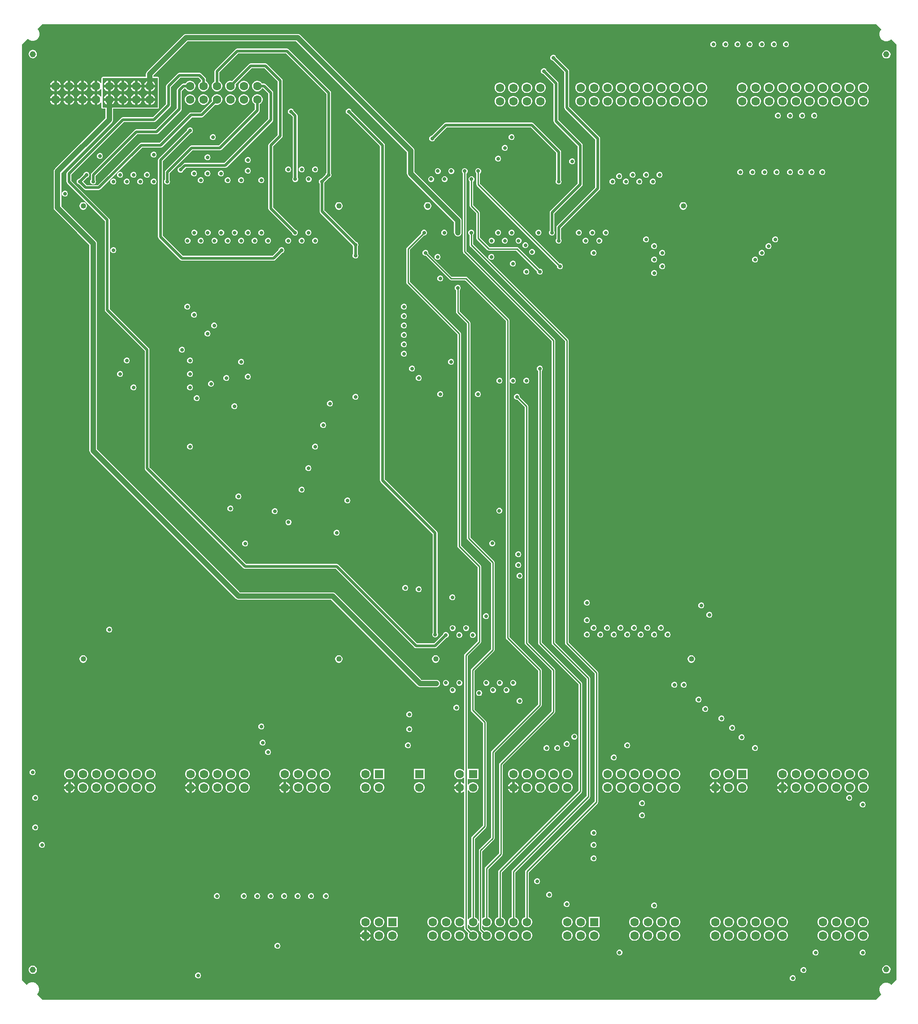
<source format=gbr>
%TF.GenerationSoftware,Altium Limited,Altium Designer,25.5.2 (35)*%
G04 Layer_Physical_Order=3*
G04 Layer_Color=36540*
%FSLAX45Y45*%
%MOMM*%
%TF.SameCoordinates,6948D1F0-C69E-42BD-806E-39CAA59B2E28*%
%TF.FilePolarity,Positive*%
%TF.FileFunction,Copper,L3,Inr,Signal*%
%TF.Part,Single*%
G01*
G75*
%TA.AperFunction,Conductor*%
%ADD11C,0.25400*%
%ADD12C,0.50000*%
%TA.AperFunction,WasherPad*%
%ADD13C,1.15200*%
%TA.AperFunction,ComponentPad*%
%ADD14C,1.60000*%
%ADD15R,1.60000X1.60000*%
%ADD16C,1.02000*%
%ADD17R,1.60000X1.60000*%
%TA.AperFunction,ViaPad*%
%ADD18C,0.70000*%
%TA.AperFunction,Conductor*%
%ADD27C,1.00000*%
G36*
X-28416Y12601416D02*
X-39630Y12590202D01*
X-56745Y12560558D01*
X-65604Y12527495D01*
Y12493265D01*
X-56745Y12460202D01*
X-39630Y12430558D01*
X-15426Y12406354D01*
X14218Y12389239D01*
X47281Y12380380D01*
X81511D01*
X114574Y12389239D01*
X144218Y12406354D01*
X155432Y12417568D01*
X252224Y12320776D01*
Y-5335776D01*
X155424Y-5432576D01*
X143322Y-5420474D01*
X113678Y-5403359D01*
X80615Y-5394500D01*
X46385D01*
X13322Y-5403359D01*
X-16322Y-5420474D01*
X-40526Y-5444678D01*
X-57641Y-5474322D01*
X-66500Y-5507385D01*
Y-5541615D01*
X-57641Y-5574678D01*
X-40526Y-5604322D01*
X-28424Y-5616424D01*
X-125016Y-5713016D01*
X-15865248D01*
X-15966273Y-5617557D01*
X-15966400Y-5608668D01*
X-15956888Y-5599156D01*
X-15939774Y-5569512D01*
X-15930914Y-5536449D01*
Y-5502219D01*
X-15939774Y-5469156D01*
X-15956888Y-5439512D01*
X-15981091Y-5415308D01*
X-16010736Y-5398193D01*
X-16043799Y-5389334D01*
X-16078029D01*
X-16111092Y-5398193D01*
X-16140736Y-5415308D01*
X-16159967Y-5434540D01*
X-16256580Y-5343252D01*
Y12320776D01*
X-16146851Y12427106D01*
X-16130386Y12410642D01*
X-16100743Y12393527D01*
X-16067679Y12384668D01*
X-16033450D01*
X-16000386Y12393527D01*
X-15970743Y12410642D01*
X-15946539Y12434846D01*
X-15929424Y12464489D01*
X-15920564Y12497553D01*
Y12531782D01*
X-15929424Y12564846D01*
X-15946539Y12594489D01*
X-15955630Y12603580D01*
X-15955560Y12612470D01*
X-15865248Y12699984D01*
X-126984D01*
X-28416Y12601416D01*
D02*
G37*
%LPC*%
G36*
X-1817861Y12373999D02*
X-1839742D01*
X-1859956Y12365626D01*
X-1875428Y12350154D01*
X-1883801Y12329939D01*
Y12308059D01*
X-1875428Y12287844D01*
X-1859956Y12272373D01*
X-1839742Y12263999D01*
X-1817861D01*
X-1797647Y12272373D01*
X-1782175Y12287844D01*
X-1773802Y12308059D01*
Y12329939D01*
X-1782175Y12350154D01*
X-1797647Y12365626D01*
X-1817861Y12373999D01*
D02*
G37*
G36*
X-2046461D02*
X-2068342D01*
X-2088556Y12365626D01*
X-2104028Y12350154D01*
X-2112401Y12329939D01*
Y12308059D01*
X-2104028Y12287844D01*
X-2088556Y12272373D01*
X-2068342Y12263999D01*
X-2046461D01*
X-2026247Y12272373D01*
X-2010775Y12287844D01*
X-2002402Y12308059D01*
Y12329939D01*
X-2010775Y12350154D01*
X-2026247Y12365626D01*
X-2046461Y12373999D01*
D02*
G37*
G36*
X-2275061D02*
X-2296942D01*
X-2317156Y12365626D01*
X-2332628Y12350154D01*
X-2341001Y12329939D01*
Y12308059D01*
X-2332628Y12287844D01*
X-2317156Y12272373D01*
X-2296942Y12263999D01*
X-2275061D01*
X-2254847Y12272373D01*
X-2239375Y12287844D01*
X-2231002Y12308059D01*
Y12329939D01*
X-2239375Y12350154D01*
X-2254847Y12365626D01*
X-2275061Y12373999D01*
D02*
G37*
G36*
X-2503661D02*
X-2525542D01*
X-2545756Y12365626D01*
X-2561228Y12350154D01*
X-2569601Y12329939D01*
Y12308059D01*
X-2561228Y12287844D01*
X-2545756Y12272373D01*
X-2525542Y12263999D01*
X-2503661D01*
X-2483447Y12272373D01*
X-2467975Y12287844D01*
X-2459602Y12308059D01*
Y12329939D01*
X-2467975Y12350154D01*
X-2483447Y12365626D01*
X-2503661Y12373999D01*
D02*
G37*
G36*
X-2732261D02*
X-2754142D01*
X-2774356Y12365626D01*
X-2789828Y12350154D01*
X-2798201Y12329939D01*
Y12308059D01*
X-2789828Y12287844D01*
X-2774356Y12272373D01*
X-2754142Y12263999D01*
X-2732261D01*
X-2712047Y12272373D01*
X-2696575Y12287844D01*
X-2688202Y12308059D01*
Y12329939D01*
X-2696575Y12350154D01*
X-2712047Y12365626D01*
X-2732261Y12373999D01*
D02*
G37*
G36*
X-2960861D02*
X-2982742D01*
X-3002956Y12365626D01*
X-3018428Y12350154D01*
X-3026801Y12329939D01*
Y12308059D01*
X-3018428Y12287844D01*
X-3002956Y12272373D01*
X-2982742Y12263999D01*
X-2960861D01*
X-2940647Y12272373D01*
X-2925175Y12287844D01*
X-2916802Y12308059D01*
Y12329939D01*
X-2925175Y12350154D01*
X-2940647Y12365626D01*
X-2960861Y12373999D01*
D02*
G37*
G36*
X-3189461D02*
X-3211342D01*
X-3231556Y12365626D01*
X-3247028Y12350154D01*
X-3255401Y12329939D01*
Y12308059D01*
X-3247028Y12287844D01*
X-3231556Y12272373D01*
X-3211342Y12263999D01*
X-3189461D01*
X-3169247Y12272373D01*
X-3153775Y12287844D01*
X-3145402Y12308059D01*
Y12329939D01*
X-3153775Y12350154D01*
X-3169247Y12365626D01*
X-3189461Y12373999D01*
D02*
G37*
G36*
X-16040347Y12213060D02*
X-16060780D01*
X-16080518Y12207771D01*
X-16098212Y12197555D01*
X-16112659Y12183107D01*
X-16122876Y12165412D01*
X-16128165Y12145676D01*
Y12125244D01*
X-16122876Y12105507D01*
X-16112659Y12087813D01*
X-16098212Y12073365D01*
X-16080518Y12063148D01*
X-16060780Y12057860D01*
X-16040347D01*
X-16020612Y12063148D01*
X-16002917Y12073365D01*
X-15988469Y12087813D01*
X-15978253Y12105507D01*
X-15972964Y12125244D01*
Y12145676D01*
X-15978253Y12165412D01*
X-15988469Y12183107D01*
X-16002917Y12197555D01*
X-16020612Y12207771D01*
X-16040347Y12213060D01*
D02*
G37*
G36*
X74612Y12206980D02*
X54180D01*
X34444Y12201692D01*
X16749Y12191475D01*
X2301Y12177028D01*
X-7915Y12159333D01*
X-13204Y12139596D01*
Y12119164D01*
X-7915Y12099428D01*
X2301Y12081733D01*
X16749Y12067285D01*
X34444Y12057069D01*
X54180Y12051781D01*
X74612D01*
X94349Y12057069D01*
X112043Y12067285D01*
X126491Y12081733D01*
X136708Y12099428D01*
X141996Y12119164D01*
Y12139596D01*
X136708Y12159333D01*
X126491Y12177028D01*
X112043Y12191475D01*
X94349Y12201692D01*
X74612Y12206980D01*
D02*
G37*
G36*
X-14884402Y11633911D02*
X-14899684Y11629816D01*
X-14923718Y11615940D01*
X-14943343Y11596316D01*
X-14957217Y11572282D01*
X-14961313Y11556999D01*
X-14884402D01*
Y11633911D01*
D02*
G37*
G36*
X-15087602D02*
Y11556999D01*
X-15010690D01*
X-15014784Y11572282D01*
X-15028661Y11596316D01*
X-15048283Y11615940D01*
X-15072319Y11629816D01*
X-15087602Y11633911D01*
D02*
G37*
G36*
X-15138402D02*
X-15153683Y11629816D01*
X-15177719Y11615940D01*
X-15197342Y11596316D01*
X-15211218Y11572282D01*
X-15215314Y11556999D01*
X-15138402D01*
Y11633911D01*
D02*
G37*
G36*
X-15341602D02*
Y11556999D01*
X-15264690D01*
X-15268785Y11572282D01*
X-15282661Y11596316D01*
X-15302284Y11615940D01*
X-15326318Y11629816D01*
X-15341602Y11633911D01*
D02*
G37*
G36*
X-15392403D02*
X-15407684Y11629816D01*
X-15431718Y11615940D01*
X-15451341Y11596316D01*
X-15465218Y11572282D01*
X-15469313Y11556999D01*
X-15392403D01*
Y11633911D01*
D02*
G37*
G36*
X-15595602D02*
Y11556999D01*
X-15518690D01*
X-15522784Y11572282D01*
X-15536661Y11596316D01*
X-15556284Y11615940D01*
X-15580319Y11629816D01*
X-15595602Y11633911D01*
D02*
G37*
G36*
X-15646402D02*
X-15661684Y11629816D01*
X-15685719Y11615940D01*
X-15705342Y11596316D01*
X-15719218Y11572282D01*
X-15723312Y11556999D01*
X-15646402D01*
Y11633911D01*
D02*
G37*
G36*
X-12051836Y11631599D02*
X-12078167D01*
X-12103600Y11624784D01*
X-12126403Y11611619D01*
X-12145021Y11593000D01*
X-12158187Y11570198D01*
X-12165001Y11544765D01*
Y11518434D01*
X-12158187Y11493001D01*
X-12145021Y11470198D01*
X-12126403Y11451580D01*
X-12103600Y11438414D01*
X-12078167Y11431599D01*
X-12051836D01*
X-12026403Y11438414D01*
X-12003600Y11451580D01*
X-11984982Y11470198D01*
X-11971817Y11493001D01*
X-11965002Y11518434D01*
Y11544765D01*
X-11971817Y11570198D01*
X-11984982Y11593000D01*
X-12003600Y11611619D01*
X-12026403Y11624784D01*
X-12051836Y11631599D01*
D02*
G37*
G36*
X-12903200Y11780682D02*
X-13284200D01*
X-13301758Y11777189D01*
X-13316643Y11767243D01*
X-13519843Y11564043D01*
X-13529790Y11549158D01*
X-13533282Y11531600D01*
Y11195005D01*
X-13785805Y10942482D01*
X-14350999D01*
X-14368558Y10938989D01*
X-14383443Y10929043D01*
X-15399443Y9913043D01*
X-15409389Y9898158D01*
X-15412881Y9880600D01*
Y9728200D01*
X-15409389Y9710642D01*
X-15399443Y9695757D01*
X-14688580Y8984895D01*
Y7304100D01*
X-14685089Y7286542D01*
X-14675143Y7271657D01*
X-13937682Y6534195D01*
Y4316000D01*
X-13934189Y4298442D01*
X-13924243Y4283557D01*
X-12072043Y2431357D01*
X-12057158Y2421411D01*
X-12039600Y2417918D01*
X-10331405D01*
X-8846243Y932757D01*
X-8831358Y922811D01*
X-8813800Y919318D01*
X-8454198D01*
X-8436639Y922811D01*
X-8421755Y932757D01*
X-8242113Y1112399D01*
X-8241059D01*
X-8220844Y1120772D01*
X-8205373Y1136244D01*
X-8196999Y1156458D01*
Y1178339D01*
X-8205373Y1198553D01*
X-8220844Y1214025D01*
X-8241059Y1222398D01*
X-8262939D01*
X-8283154Y1214025D01*
X-8298626Y1198553D01*
X-8306999Y1178339D01*
Y1177285D01*
X-8473203Y1011082D01*
X-8794795D01*
X-10279957Y2496243D01*
X-10294841Y2506189D01*
X-10312400Y2509682D01*
X-12020595D01*
X-13845918Y4335005D01*
Y6553200D01*
X-13849411Y6570758D01*
X-13859357Y6585643D01*
X-14596819Y7323105D01*
Y9003900D01*
X-14600311Y9021458D01*
X-14610257Y9036343D01*
X-15321118Y9747205D01*
Y9861595D01*
X-14331995Y10850718D01*
X-13766800D01*
X-13749242Y10854211D01*
X-13734357Y10864157D01*
X-13454958Y11143557D01*
X-13445010Y11158442D01*
X-13441518Y11176000D01*
Y11512595D01*
X-13265195Y11688918D01*
X-12922205D01*
X-12872884Y11639597D01*
Y11620579D01*
X-12888403Y11611619D01*
X-12907021Y11593000D01*
X-12920187Y11570198D01*
X-12927000Y11544765D01*
Y11518434D01*
X-12920187Y11493001D01*
X-12907021Y11470198D01*
X-12888403Y11451580D01*
X-12865601Y11438414D01*
X-12840167Y11431599D01*
X-12813837D01*
X-12788403Y11438414D01*
X-12765600Y11451580D01*
X-12746982Y11470198D01*
X-12733817Y11493001D01*
X-12727002Y11518434D01*
Y11544765D01*
X-12733817Y11570198D01*
X-12746982Y11593000D01*
X-12765600Y11611619D01*
X-12781120Y11620579D01*
Y11658602D01*
X-12784612Y11676160D01*
X-12794558Y11691045D01*
X-12870757Y11767243D01*
X-12885641Y11777189D01*
X-12903200Y11780682D01*
D02*
G37*
G36*
X-13067836Y11631599D02*
X-13094167D01*
X-13119600Y11624784D01*
X-13142403Y11611619D01*
X-13161021Y11593000D01*
X-13169981Y11577481D01*
X-13208002D01*
X-13225558Y11573988D01*
X-13240443Y11564042D01*
X-13316643Y11487843D01*
X-13326588Y11472958D01*
X-13330083Y11455400D01*
Y11118805D01*
X-13735005Y10713882D01*
X-14097000D01*
X-14114558Y10710389D01*
X-14129443Y10700443D01*
X-14941245Y9888642D01*
X-14951190Y9873757D01*
X-14954681Y9856199D01*
Y9759098D01*
X-14955428Y9758353D01*
X-14963802Y9738139D01*
Y9716258D01*
X-14955428Y9696044D01*
X-14939957Y9680572D01*
X-14919740Y9672199D01*
X-14897861D01*
X-14877646Y9680572D01*
X-14862173Y9696044D01*
X-14853801Y9716258D01*
Y9738139D01*
X-14862173Y9758353D01*
X-14862920Y9759098D01*
Y9837194D01*
X-14077995Y10622118D01*
X-13716000D01*
X-13698442Y10625611D01*
X-13683557Y10635557D01*
X-13251756Y11067357D01*
X-13241811Y11082242D01*
X-13238318Y11099800D01*
Y11436395D01*
X-13188995Y11485718D01*
X-13169981D01*
X-13161021Y11470198D01*
X-13142403Y11451580D01*
X-13119600Y11438414D01*
X-13094167Y11431599D01*
X-13067836D01*
X-13042403Y11438414D01*
X-13019600Y11451580D01*
X-13000983Y11470198D01*
X-12987817Y11493001D01*
X-12981001Y11518434D01*
Y11544765D01*
X-12987817Y11570198D01*
X-13000983Y11593000D01*
X-13019600Y11611619D01*
X-13042403Y11624784D01*
X-13067836Y11631599D01*
D02*
G37*
G36*
X-14884402Y11506199D02*
X-14961313D01*
X-14957217Y11490916D01*
X-14943343Y11466882D01*
X-14923718Y11447258D01*
X-14899684Y11433382D01*
X-14884402Y11429287D01*
Y11506199D01*
D02*
G37*
G36*
X-15010690D02*
X-15087602D01*
Y11429287D01*
X-15072319Y11433382D01*
X-15048283Y11447258D01*
X-15028661Y11466882D01*
X-15014784Y11490916D01*
X-15010690Y11506199D01*
D02*
G37*
G36*
X-15138402D02*
X-15215314D01*
X-15211218Y11490916D01*
X-15197342Y11466882D01*
X-15177719Y11447258D01*
X-15153683Y11433382D01*
X-15138402Y11429287D01*
Y11506199D01*
D02*
G37*
G36*
X-15264690D02*
X-15341602D01*
Y11429287D01*
X-15326318Y11433382D01*
X-15302284Y11447258D01*
X-15282661Y11466882D01*
X-15268785Y11490916D01*
X-15264690Y11506199D01*
D02*
G37*
G36*
X-15392403D02*
X-15469313D01*
X-15465218Y11490916D01*
X-15451341Y11466882D01*
X-15431718Y11447258D01*
X-15407684Y11433382D01*
X-15392403Y11429287D01*
Y11506199D01*
D02*
G37*
G36*
X-15518690D02*
X-15595602D01*
Y11429287D01*
X-15580319Y11433382D01*
X-15556284Y11447258D01*
X-15536661Y11466882D01*
X-15522784Y11490916D01*
X-15518690Y11506199D01*
D02*
G37*
G36*
X-15646402D02*
X-15723312D01*
X-15719218Y11490916D01*
X-15705342Y11466882D01*
X-15685719Y11447258D01*
X-15661684Y11433382D01*
X-15646402Y11429287D01*
Y11506199D01*
D02*
G37*
G36*
X-359835Y11600123D02*
X-386166D01*
X-411599Y11593309D01*
X-434402Y11580143D01*
X-453020Y11561525D01*
X-466186Y11538722D01*
X-473000Y11513289D01*
Y11486958D01*
X-466186Y11461525D01*
X-453020Y11438722D01*
X-434402Y11420104D01*
X-411599Y11406939D01*
X-386166Y11400124D01*
X-359835D01*
X-334402Y11406939D01*
X-311599Y11420104D01*
X-292981Y11438722D01*
X-279816Y11461525D01*
X-273001Y11486958D01*
Y11513289D01*
X-279816Y11538722D01*
X-292981Y11561525D01*
X-311599Y11580143D01*
X-334402Y11593309D01*
X-359835Y11600123D01*
D02*
G37*
G36*
X-613835D02*
X-640166D01*
X-665599Y11593309D01*
X-688402Y11580143D01*
X-707020Y11561525D01*
X-720186Y11538722D01*
X-727000Y11513289D01*
Y11486958D01*
X-720186Y11461525D01*
X-707020Y11438722D01*
X-688402Y11420104D01*
X-665599Y11406939D01*
X-640166Y11400124D01*
X-613835D01*
X-588402Y11406939D01*
X-565599Y11420104D01*
X-546981Y11438722D01*
X-533816Y11461525D01*
X-527001Y11486958D01*
Y11513289D01*
X-533816Y11538722D01*
X-546981Y11561525D01*
X-565599Y11580143D01*
X-588402Y11593309D01*
X-613835Y11600123D01*
D02*
G37*
G36*
X-867835D02*
X-894166D01*
X-919599Y11593309D01*
X-942402Y11580143D01*
X-961020Y11561525D01*
X-974186Y11538722D01*
X-981000Y11513289D01*
Y11486958D01*
X-974186Y11461525D01*
X-961020Y11438722D01*
X-942402Y11420104D01*
X-919599Y11406939D01*
X-894166Y11400124D01*
X-867835D01*
X-842402Y11406939D01*
X-819599Y11420104D01*
X-800981Y11438722D01*
X-787816Y11461525D01*
X-781001Y11486958D01*
Y11513289D01*
X-787816Y11538722D01*
X-800981Y11561525D01*
X-819599Y11580143D01*
X-842402Y11593309D01*
X-867835Y11600123D01*
D02*
G37*
G36*
X-1121835D02*
X-1148166D01*
X-1173599Y11593309D01*
X-1196402Y11580143D01*
X-1215020Y11561525D01*
X-1228186Y11538722D01*
X-1235000Y11513289D01*
Y11486958D01*
X-1228186Y11461525D01*
X-1215020Y11438722D01*
X-1196402Y11420104D01*
X-1173599Y11406939D01*
X-1148166Y11400124D01*
X-1121835D01*
X-1096402Y11406939D01*
X-1073599Y11420104D01*
X-1054981Y11438722D01*
X-1041816Y11461525D01*
X-1035001Y11486958D01*
Y11513289D01*
X-1041816Y11538722D01*
X-1054981Y11561525D01*
X-1073599Y11580143D01*
X-1096402Y11593309D01*
X-1121835Y11600123D01*
D02*
G37*
G36*
X-1375835D02*
X-1402166D01*
X-1427599Y11593309D01*
X-1450402Y11580143D01*
X-1469020Y11561525D01*
X-1482186Y11538722D01*
X-1489000Y11513289D01*
Y11486958D01*
X-1482186Y11461525D01*
X-1469020Y11438722D01*
X-1450402Y11420104D01*
X-1427599Y11406939D01*
X-1402166Y11400124D01*
X-1375835D01*
X-1350402Y11406939D01*
X-1327599Y11420104D01*
X-1308981Y11438722D01*
X-1295816Y11461525D01*
X-1289001Y11486958D01*
Y11513289D01*
X-1295816Y11538722D01*
X-1308981Y11561525D01*
X-1327599Y11580143D01*
X-1350402Y11593309D01*
X-1375835Y11600123D01*
D02*
G37*
G36*
X-1629835D02*
X-1656166D01*
X-1681599Y11593309D01*
X-1704402Y11580143D01*
X-1723020Y11561525D01*
X-1736186Y11538722D01*
X-1743000Y11513289D01*
Y11486958D01*
X-1736186Y11461525D01*
X-1723020Y11438722D01*
X-1704402Y11420104D01*
X-1681599Y11406939D01*
X-1656166Y11400124D01*
X-1629835D01*
X-1604402Y11406939D01*
X-1581599Y11420104D01*
X-1562981Y11438722D01*
X-1549816Y11461525D01*
X-1543001Y11486958D01*
Y11513289D01*
X-1549816Y11538722D01*
X-1562981Y11561525D01*
X-1581599Y11580143D01*
X-1604402Y11593309D01*
X-1629835Y11600123D01*
D02*
G37*
G36*
X-1883835D02*
X-1910166D01*
X-1935599Y11593309D01*
X-1958402Y11580143D01*
X-1977020Y11561525D01*
X-1990186Y11538722D01*
X-1997000Y11513289D01*
Y11486958D01*
X-1990186Y11461525D01*
X-1977020Y11438722D01*
X-1958402Y11420104D01*
X-1935599Y11406939D01*
X-1910166Y11400124D01*
X-1883835D01*
X-1858402Y11406939D01*
X-1835599Y11420104D01*
X-1816981Y11438722D01*
X-1803816Y11461525D01*
X-1797001Y11486958D01*
Y11513289D01*
X-1803816Y11538722D01*
X-1816981Y11561525D01*
X-1835599Y11580143D01*
X-1858402Y11593309D01*
X-1883835Y11600123D01*
D02*
G37*
G36*
X-2137835D02*
X-2164166D01*
X-2189599Y11593309D01*
X-2212402Y11580143D01*
X-2231020Y11561525D01*
X-2244186Y11538722D01*
X-2251000Y11513289D01*
Y11486958D01*
X-2244186Y11461525D01*
X-2231020Y11438722D01*
X-2212402Y11420104D01*
X-2189599Y11406939D01*
X-2164166Y11400124D01*
X-2137835D01*
X-2112402Y11406939D01*
X-2089599Y11420104D01*
X-2070981Y11438722D01*
X-2057816Y11461525D01*
X-2051001Y11486958D01*
Y11513289D01*
X-2057816Y11538722D01*
X-2070981Y11561525D01*
X-2089599Y11580143D01*
X-2112402Y11593309D01*
X-2137835Y11600123D01*
D02*
G37*
G36*
X-2391835D02*
X-2418166D01*
X-2443599Y11593309D01*
X-2466402Y11580143D01*
X-2485020Y11561525D01*
X-2498186Y11538722D01*
X-2505000Y11513289D01*
Y11486958D01*
X-2498186Y11461525D01*
X-2485020Y11438722D01*
X-2466402Y11420104D01*
X-2443599Y11406939D01*
X-2418166Y11400124D01*
X-2391835D01*
X-2366402Y11406939D01*
X-2343599Y11420104D01*
X-2324981Y11438722D01*
X-2311816Y11461525D01*
X-2305001Y11486958D01*
Y11513289D01*
X-2311816Y11538722D01*
X-2324981Y11561525D01*
X-2343599Y11580143D01*
X-2366402Y11593309D01*
X-2391835Y11600123D01*
D02*
G37*
G36*
X-2645835D02*
X-2672166D01*
X-2697599Y11593309D01*
X-2720402Y11580143D01*
X-2739020Y11561525D01*
X-2752186Y11538722D01*
X-2759000Y11513289D01*
Y11486958D01*
X-2752186Y11461525D01*
X-2739020Y11438722D01*
X-2720402Y11420104D01*
X-2697599Y11406939D01*
X-2672166Y11400124D01*
X-2645835D01*
X-2620402Y11406939D01*
X-2597599Y11420104D01*
X-2578981Y11438722D01*
X-2565816Y11461525D01*
X-2559001Y11486958D01*
Y11513289D01*
X-2565816Y11538722D01*
X-2578981Y11561525D01*
X-2597599Y11580143D01*
X-2620402Y11593309D01*
X-2645835Y11600123D01*
D02*
G37*
G36*
X-3407835D02*
X-3434166D01*
X-3459599Y11593309D01*
X-3482402Y11580143D01*
X-3501020Y11561525D01*
X-3514186Y11538722D01*
X-3521000Y11513289D01*
Y11486958D01*
X-3514186Y11461525D01*
X-3501020Y11438722D01*
X-3482402Y11420104D01*
X-3459599Y11406939D01*
X-3434166Y11400124D01*
X-3407835D01*
X-3382402Y11406939D01*
X-3359599Y11420104D01*
X-3340981Y11438722D01*
X-3327816Y11461525D01*
X-3321001Y11486958D01*
Y11513289D01*
X-3327816Y11538722D01*
X-3340981Y11561525D01*
X-3359599Y11580143D01*
X-3382402Y11593309D01*
X-3407835Y11600123D01*
D02*
G37*
G36*
X-3661835D02*
X-3688166D01*
X-3713599Y11593309D01*
X-3736402Y11580143D01*
X-3755020Y11561525D01*
X-3768186Y11538722D01*
X-3775000Y11513289D01*
Y11486958D01*
X-3768186Y11461525D01*
X-3755020Y11438722D01*
X-3736402Y11420104D01*
X-3713599Y11406939D01*
X-3688166Y11400124D01*
X-3661835D01*
X-3636402Y11406939D01*
X-3613599Y11420104D01*
X-3594981Y11438722D01*
X-3581816Y11461525D01*
X-3575001Y11486958D01*
Y11513289D01*
X-3581816Y11538722D01*
X-3594981Y11561525D01*
X-3613599Y11580143D01*
X-3636402Y11593309D01*
X-3661835Y11600123D01*
D02*
G37*
G36*
X-3915835D02*
X-3942166D01*
X-3967599Y11593309D01*
X-3990402Y11580143D01*
X-4009020Y11561525D01*
X-4022186Y11538722D01*
X-4029000Y11513289D01*
Y11486958D01*
X-4022186Y11461525D01*
X-4009020Y11438722D01*
X-3990402Y11420104D01*
X-3967599Y11406939D01*
X-3942166Y11400124D01*
X-3915835D01*
X-3890402Y11406939D01*
X-3867599Y11420104D01*
X-3848981Y11438722D01*
X-3835816Y11461525D01*
X-3829001Y11486958D01*
Y11513289D01*
X-3835816Y11538722D01*
X-3848981Y11561525D01*
X-3867599Y11580143D01*
X-3890402Y11593309D01*
X-3915835Y11600123D01*
D02*
G37*
G36*
X-4169835D02*
X-4196166D01*
X-4221599Y11593309D01*
X-4244402Y11580143D01*
X-4263020Y11561525D01*
X-4276186Y11538722D01*
X-4283000Y11513289D01*
Y11486958D01*
X-4276186Y11461525D01*
X-4263020Y11438722D01*
X-4244402Y11420104D01*
X-4221599Y11406939D01*
X-4196166Y11400124D01*
X-4169835D01*
X-4144402Y11406939D01*
X-4121599Y11420104D01*
X-4102981Y11438722D01*
X-4089816Y11461525D01*
X-4083001Y11486958D01*
Y11513289D01*
X-4089816Y11538722D01*
X-4102981Y11561525D01*
X-4121599Y11580143D01*
X-4144402Y11593309D01*
X-4169835Y11600123D01*
D02*
G37*
G36*
X-4423835D02*
X-4450166D01*
X-4475599Y11593309D01*
X-4498402Y11580143D01*
X-4517020Y11561525D01*
X-4530186Y11538722D01*
X-4537000Y11513289D01*
Y11486958D01*
X-4530186Y11461525D01*
X-4517020Y11438722D01*
X-4498402Y11420104D01*
X-4475599Y11406939D01*
X-4450166Y11400124D01*
X-4423835D01*
X-4398402Y11406939D01*
X-4375599Y11420104D01*
X-4356981Y11438722D01*
X-4343816Y11461525D01*
X-4337001Y11486958D01*
Y11513289D01*
X-4343816Y11538722D01*
X-4356981Y11561525D01*
X-4375599Y11580143D01*
X-4398402Y11593309D01*
X-4423835Y11600123D01*
D02*
G37*
G36*
X-4677835D02*
X-4704166D01*
X-4729599Y11593309D01*
X-4752402Y11580143D01*
X-4771020Y11561525D01*
X-4784186Y11538722D01*
X-4791000Y11513289D01*
Y11486958D01*
X-4784186Y11461525D01*
X-4771020Y11438722D01*
X-4752402Y11420104D01*
X-4729599Y11406939D01*
X-4704166Y11400124D01*
X-4677835D01*
X-4652402Y11406939D01*
X-4629599Y11420104D01*
X-4610981Y11438722D01*
X-4597816Y11461525D01*
X-4591001Y11486958D01*
Y11513289D01*
X-4597816Y11538722D01*
X-4610981Y11561525D01*
X-4629599Y11580143D01*
X-4652402Y11593309D01*
X-4677835Y11600123D01*
D02*
G37*
G36*
X-4931835D02*
X-4958166D01*
X-4983599Y11593309D01*
X-5006402Y11580143D01*
X-5025020Y11561525D01*
X-5038186Y11538722D01*
X-5045000Y11513289D01*
Y11486958D01*
X-5038186Y11461525D01*
X-5025020Y11438722D01*
X-5006402Y11420104D01*
X-4983599Y11406939D01*
X-4958166Y11400124D01*
X-4931835D01*
X-4906402Y11406939D01*
X-4883599Y11420104D01*
X-4864981Y11438722D01*
X-4851816Y11461525D01*
X-4845001Y11486958D01*
Y11513289D01*
X-4851816Y11538722D01*
X-4864981Y11561525D01*
X-4883599Y11580143D01*
X-4906402Y11593309D01*
X-4931835Y11600123D01*
D02*
G37*
G36*
X-5185835D02*
X-5212166D01*
X-5237599Y11593309D01*
X-5260402Y11580143D01*
X-5279020Y11561525D01*
X-5292186Y11538722D01*
X-5299000Y11513289D01*
Y11486958D01*
X-5292186Y11461525D01*
X-5279020Y11438722D01*
X-5260402Y11420104D01*
X-5237599Y11406939D01*
X-5212166Y11400124D01*
X-5185835D01*
X-5160402Y11406939D01*
X-5137599Y11420104D01*
X-5118981Y11438722D01*
X-5105816Y11461525D01*
X-5099001Y11486958D01*
Y11513289D01*
X-5105816Y11538722D01*
X-5118981Y11561525D01*
X-5137599Y11580143D01*
X-5160402Y11593309D01*
X-5185835Y11600123D01*
D02*
G37*
G36*
X-5439835D02*
X-5466166D01*
X-5491599Y11593309D01*
X-5514402Y11580143D01*
X-5533020Y11561525D01*
X-5546186Y11538722D01*
X-5553000Y11513289D01*
Y11486958D01*
X-5546186Y11461525D01*
X-5533020Y11438722D01*
X-5514402Y11420104D01*
X-5491599Y11406939D01*
X-5466166Y11400124D01*
X-5439835D01*
X-5414402Y11406939D01*
X-5391599Y11420104D01*
X-5372981Y11438722D01*
X-5359816Y11461525D01*
X-5353001Y11486958D01*
Y11513289D01*
X-5359816Y11538722D01*
X-5372981Y11561525D01*
X-5391599Y11580143D01*
X-5414402Y11593309D01*
X-5439835Y11600123D01*
D02*
G37*
G36*
X-5693835D02*
X-5720166D01*
X-5745599Y11593309D01*
X-5768402Y11580143D01*
X-5787020Y11561525D01*
X-5800186Y11538722D01*
X-5807000Y11513289D01*
Y11486958D01*
X-5800186Y11461525D01*
X-5787020Y11438722D01*
X-5768402Y11420104D01*
X-5745599Y11406939D01*
X-5720166Y11400124D01*
X-5693835D01*
X-5668402Y11406939D01*
X-5645599Y11420104D01*
X-5626981Y11438722D01*
X-5613816Y11461525D01*
X-5607001Y11486958D01*
Y11513289D01*
X-5613816Y11538722D01*
X-5626981Y11561525D01*
X-5645599Y11580143D01*
X-5668402Y11593309D01*
X-5693835Y11600123D01*
D02*
G37*
G36*
X-6455835D02*
X-6482166D01*
X-6507599Y11593309D01*
X-6530402Y11580143D01*
X-6549020Y11561525D01*
X-6562186Y11538722D01*
X-6569000Y11513289D01*
Y11486958D01*
X-6562186Y11461525D01*
X-6549020Y11438722D01*
X-6530402Y11420104D01*
X-6507599Y11406939D01*
X-6482166Y11400124D01*
X-6455835D01*
X-6430402Y11406939D01*
X-6407599Y11420104D01*
X-6388981Y11438722D01*
X-6375816Y11461525D01*
X-6369001Y11486958D01*
Y11513289D01*
X-6375816Y11538722D01*
X-6388981Y11561525D01*
X-6407599Y11580143D01*
X-6430402Y11593309D01*
X-6455835Y11600123D01*
D02*
G37*
G36*
X-6709835D02*
X-6736166D01*
X-6761599Y11593309D01*
X-6784402Y11580143D01*
X-6803020Y11561525D01*
X-6816186Y11538722D01*
X-6823000Y11513289D01*
Y11486958D01*
X-6816186Y11461525D01*
X-6803020Y11438722D01*
X-6784402Y11420104D01*
X-6761599Y11406939D01*
X-6736166Y11400124D01*
X-6709835D01*
X-6684402Y11406939D01*
X-6661599Y11420104D01*
X-6642981Y11438722D01*
X-6629816Y11461525D01*
X-6623001Y11486958D01*
Y11513289D01*
X-6629816Y11538722D01*
X-6642981Y11561525D01*
X-6661599Y11580143D01*
X-6684402Y11593309D01*
X-6709835Y11600123D01*
D02*
G37*
G36*
X-6963835D02*
X-6990166D01*
X-7015599Y11593309D01*
X-7038402Y11580143D01*
X-7057020Y11561525D01*
X-7070186Y11538722D01*
X-7077000Y11513289D01*
Y11486958D01*
X-7070186Y11461525D01*
X-7057020Y11438722D01*
X-7038402Y11420104D01*
X-7015599Y11406939D01*
X-6990166Y11400124D01*
X-6963835D01*
X-6938402Y11406939D01*
X-6915599Y11420104D01*
X-6896981Y11438722D01*
X-6883816Y11461525D01*
X-6877001Y11486958D01*
Y11513289D01*
X-6883816Y11538722D01*
X-6896981Y11561525D01*
X-6915599Y11580143D01*
X-6938402Y11593309D01*
X-6963835Y11600123D01*
D02*
G37*
G36*
X-7217835D02*
X-7244166D01*
X-7269599Y11593309D01*
X-7292402Y11580143D01*
X-7311020Y11561525D01*
X-7324186Y11538722D01*
X-7331000Y11513289D01*
Y11486958D01*
X-7324186Y11461525D01*
X-7311020Y11438722D01*
X-7292402Y11420104D01*
X-7269599Y11406939D01*
X-7244166Y11400124D01*
X-7217835D01*
X-7192402Y11406939D01*
X-7169599Y11420104D01*
X-7150981Y11438722D01*
X-7137816Y11461525D01*
X-7131001Y11486958D01*
Y11513289D01*
X-7137816Y11538722D01*
X-7150981Y11561525D01*
X-7169599Y11580143D01*
X-7192402Y11593309D01*
X-7217835Y11600123D01*
D02*
G37*
G36*
X-14884402Y11379911D02*
X-14899684Y11375816D01*
X-14923718Y11361940D01*
X-14943343Y11342316D01*
X-14957217Y11318282D01*
X-14961313Y11302999D01*
X-14884402D01*
Y11379911D01*
D02*
G37*
G36*
X-15087602D02*
Y11302999D01*
X-15010690D01*
X-15014784Y11318282D01*
X-15028661Y11342316D01*
X-15048283Y11361940D01*
X-15072319Y11375816D01*
X-15087602Y11379911D01*
D02*
G37*
G36*
X-15138402D02*
X-15153683Y11375816D01*
X-15177719Y11361940D01*
X-15197342Y11342316D01*
X-15211218Y11318282D01*
X-15215314Y11302999D01*
X-15138402D01*
Y11379911D01*
D02*
G37*
G36*
X-15341602D02*
Y11302999D01*
X-15264690D01*
X-15268785Y11318282D01*
X-15282661Y11342316D01*
X-15302284Y11361940D01*
X-15326318Y11375816D01*
X-15341602Y11379911D01*
D02*
G37*
G36*
X-15392403D02*
X-15407684Y11375816D01*
X-15431718Y11361940D01*
X-15451341Y11342316D01*
X-15465218Y11318282D01*
X-15469313Y11302999D01*
X-15392403D01*
Y11379911D01*
D02*
G37*
G36*
X-15595602D02*
Y11302999D01*
X-15518690D01*
X-15522784Y11318282D01*
X-15536661Y11342316D01*
X-15556284Y11361940D01*
X-15580319Y11375816D01*
X-15595602Y11379911D01*
D02*
G37*
G36*
X-15646402D02*
X-15661684Y11375816D01*
X-15685719Y11361940D01*
X-15705342Y11342316D01*
X-15719218Y11318282D01*
X-15723312Y11302999D01*
X-15646402D01*
Y11379911D01*
D02*
G37*
G36*
X-12051836Y11377599D02*
X-12078167D01*
X-12103600Y11370784D01*
X-12126403Y11357619D01*
X-12145021Y11339000D01*
X-12158187Y11316198D01*
X-12165001Y11290765D01*
Y11264434D01*
X-12158187Y11239001D01*
X-12145021Y11216198D01*
X-12126403Y11197580D01*
X-12103600Y11184414D01*
X-12078167Y11177599D01*
X-12051836D01*
X-12026403Y11184414D01*
X-12003600Y11197580D01*
X-11984982Y11216198D01*
X-11971817Y11239001D01*
X-11965002Y11264434D01*
Y11290765D01*
X-11971817Y11316198D01*
X-11984982Y11339000D01*
X-12003600Y11357619D01*
X-12026403Y11370784D01*
X-12051836Y11377599D01*
D02*
G37*
G36*
X-12305836D02*
X-12332167D01*
X-12357600Y11370784D01*
X-12380403Y11357619D01*
X-12399021Y11339000D01*
X-12412187Y11316198D01*
X-12419001Y11290765D01*
Y11264434D01*
X-12412187Y11239001D01*
X-12399021Y11216198D01*
X-12380403Y11197580D01*
X-12357600Y11184414D01*
X-12332167Y11177599D01*
X-12305836D01*
X-12280403Y11184414D01*
X-12257600Y11197580D01*
X-12238982Y11216198D01*
X-12225817Y11239001D01*
X-12219002Y11264434D01*
Y11290765D01*
X-12225817Y11316198D01*
X-12238982Y11339000D01*
X-12257600Y11357619D01*
X-12280403Y11370784D01*
X-12305836Y11377599D01*
D02*
G37*
G36*
X-12559836D02*
X-12586167D01*
X-12611600Y11370784D01*
X-12634403Y11357619D01*
X-12653021Y11339000D01*
X-12666187Y11316198D01*
X-12673001Y11290765D01*
Y11264434D01*
X-12668363Y11247124D01*
X-12881931Y11033557D01*
X-13066124D01*
X-13083682Y11030065D01*
X-13098567Y11020119D01*
X-13658804Y10459882D01*
X-14004079D01*
X-14021637Y10456389D01*
X-14036522Y10446443D01*
X-14823785Y9659180D01*
X-15029897D01*
X-15097914Y9727198D01*
X-15025914Y9799199D01*
X-15024861D01*
X-15004646Y9807572D01*
X-14989174Y9823044D01*
X-14980801Y9843258D01*
Y9865139D01*
X-14989174Y9885353D01*
X-15004646Y9900825D01*
X-15024861Y9909198D01*
X-15046741D01*
X-15066956Y9900825D01*
X-15082426Y9885353D01*
X-15090800Y9865139D01*
Y9864085D01*
X-15172687Y9782198D01*
X-15173741D01*
X-15193956Y9773825D01*
X-15209427Y9758353D01*
X-15217801Y9738139D01*
Y9716258D01*
X-15209427Y9696044D01*
X-15193956Y9680572D01*
X-15173741Y9672199D01*
X-15172687D01*
X-15081345Y9580855D01*
X-15066460Y9570909D01*
X-15048901Y9567417D01*
X-14804781D01*
X-14787222Y9570909D01*
X-14772337Y9580855D01*
X-13985074Y10368118D01*
X-13639799D01*
X-13622243Y10371611D01*
X-13607356Y10381557D01*
X-13047119Y10941794D01*
X-12862926D01*
X-12845367Y10945287D01*
X-12830482Y10955233D01*
X-12603477Y11182238D01*
X-12586167Y11177599D01*
X-12559836D01*
X-12534403Y11184414D01*
X-12511600Y11197580D01*
X-12492982Y11216198D01*
X-12479817Y11239001D01*
X-12473002Y11264434D01*
Y11290765D01*
X-12479817Y11316198D01*
X-12492982Y11339000D01*
X-12511600Y11357619D01*
X-12534403Y11370784D01*
X-12559836Y11377599D01*
D02*
G37*
G36*
X-12813837D02*
X-12840167D01*
X-12865601Y11370784D01*
X-12888403Y11357619D01*
X-12907021Y11339000D01*
X-12920187Y11316198D01*
X-12927000Y11290765D01*
Y11264434D01*
X-12920187Y11239001D01*
X-12907021Y11216198D01*
X-12888403Y11197580D01*
X-12865601Y11184414D01*
X-12840167Y11177599D01*
X-12813837D01*
X-12788403Y11184414D01*
X-12765600Y11197580D01*
X-12746982Y11216198D01*
X-12733817Y11239001D01*
X-12727002Y11264434D01*
Y11290765D01*
X-12733817Y11316198D01*
X-12746982Y11339000D01*
X-12765600Y11357619D01*
X-12788403Y11370784D01*
X-12813837Y11377599D01*
D02*
G37*
G36*
X-13067836D02*
X-13094167D01*
X-13119600Y11370784D01*
X-13142403Y11357619D01*
X-13161021Y11339000D01*
X-13174187Y11316198D01*
X-13181001Y11290765D01*
Y11264434D01*
X-13174187Y11239001D01*
X-13161021Y11216198D01*
X-13142403Y11197580D01*
X-13119600Y11184414D01*
X-13094167Y11177599D01*
X-13067836D01*
X-13042403Y11184414D01*
X-13019600Y11197580D01*
X-13000983Y11216198D01*
X-12987817Y11239001D01*
X-12981001Y11264434D01*
Y11290765D01*
X-12987817Y11316198D01*
X-13000983Y11339000D01*
X-13019600Y11357619D01*
X-13042403Y11370784D01*
X-13067836Y11377599D01*
D02*
G37*
G36*
X-14884402Y11252199D02*
X-14961313D01*
X-14957217Y11236916D01*
X-14943343Y11212882D01*
X-14923718Y11193258D01*
X-14899684Y11179382D01*
X-14884402Y11175287D01*
Y11252199D01*
D02*
G37*
G36*
X-15010690D02*
X-15087602D01*
Y11175287D01*
X-15072319Y11179382D01*
X-15048283Y11193258D01*
X-15028661Y11212882D01*
X-15014784Y11236916D01*
X-15010690Y11252199D01*
D02*
G37*
G36*
X-15138402D02*
X-15215314D01*
X-15211218Y11236916D01*
X-15197342Y11212882D01*
X-15177719Y11193258D01*
X-15153683Y11179382D01*
X-15138402Y11175287D01*
Y11252199D01*
D02*
G37*
G36*
X-15264690D02*
X-15341602D01*
Y11175287D01*
X-15326318Y11179382D01*
X-15302284Y11193258D01*
X-15282661Y11212882D01*
X-15268785Y11236916D01*
X-15264690Y11252199D01*
D02*
G37*
G36*
X-15392403D02*
X-15469313D01*
X-15465218Y11236916D01*
X-15451341Y11212882D01*
X-15431718Y11193258D01*
X-15407684Y11179382D01*
X-15392403Y11175287D01*
Y11252199D01*
D02*
G37*
G36*
X-15518690D02*
X-15595602D01*
Y11175287D01*
X-15580319Y11179382D01*
X-15556284Y11193258D01*
X-15536661Y11212882D01*
X-15522784Y11236916D01*
X-15518690Y11252199D01*
D02*
G37*
G36*
X-15646402D02*
X-15723312D01*
X-15719218Y11236916D01*
X-15705342Y11212882D01*
X-15685719Y11193258D01*
X-15661684Y11179382D01*
X-15646402Y11175287D01*
Y11252199D01*
D02*
G37*
G36*
X-359835Y11346123D02*
X-386166D01*
X-411599Y11339309D01*
X-434402Y11326143D01*
X-453020Y11307525D01*
X-466186Y11284722D01*
X-473000Y11259289D01*
Y11232958D01*
X-466186Y11207525D01*
X-453020Y11184722D01*
X-434402Y11166104D01*
X-411599Y11152939D01*
X-386166Y11146124D01*
X-359835D01*
X-334402Y11152939D01*
X-311599Y11166104D01*
X-292981Y11184722D01*
X-279816Y11207525D01*
X-273001Y11232958D01*
Y11259289D01*
X-279816Y11284722D01*
X-292981Y11307525D01*
X-311599Y11326143D01*
X-334402Y11339309D01*
X-359835Y11346123D01*
D02*
G37*
G36*
X-613835D02*
X-640166D01*
X-665599Y11339309D01*
X-688402Y11326143D01*
X-707020Y11307525D01*
X-720186Y11284722D01*
X-727000Y11259289D01*
Y11232958D01*
X-720186Y11207525D01*
X-707020Y11184722D01*
X-688402Y11166104D01*
X-665599Y11152939D01*
X-640166Y11146124D01*
X-613835D01*
X-588402Y11152939D01*
X-565599Y11166104D01*
X-546981Y11184722D01*
X-533816Y11207525D01*
X-527001Y11232958D01*
Y11259289D01*
X-533816Y11284722D01*
X-546981Y11307525D01*
X-565599Y11326143D01*
X-588402Y11339309D01*
X-613835Y11346123D01*
D02*
G37*
G36*
X-867835D02*
X-894166D01*
X-919599Y11339309D01*
X-942402Y11326143D01*
X-961020Y11307525D01*
X-974186Y11284722D01*
X-981000Y11259289D01*
Y11232958D01*
X-974186Y11207525D01*
X-961020Y11184722D01*
X-942402Y11166104D01*
X-919599Y11152939D01*
X-894166Y11146124D01*
X-867835D01*
X-842402Y11152939D01*
X-819599Y11166104D01*
X-800981Y11184722D01*
X-787816Y11207525D01*
X-781001Y11232958D01*
Y11259289D01*
X-787816Y11284722D01*
X-800981Y11307525D01*
X-819599Y11326143D01*
X-842402Y11339309D01*
X-867835Y11346123D01*
D02*
G37*
G36*
X-1121835D02*
X-1148166D01*
X-1173599Y11339309D01*
X-1196402Y11326143D01*
X-1215020Y11307525D01*
X-1228186Y11284722D01*
X-1235000Y11259289D01*
Y11232958D01*
X-1228186Y11207525D01*
X-1215020Y11184722D01*
X-1196402Y11166104D01*
X-1173599Y11152939D01*
X-1148166Y11146124D01*
X-1121835D01*
X-1096402Y11152939D01*
X-1073599Y11166104D01*
X-1054981Y11184722D01*
X-1041816Y11207525D01*
X-1035001Y11232958D01*
Y11259289D01*
X-1041816Y11284722D01*
X-1054981Y11307525D01*
X-1073599Y11326143D01*
X-1096402Y11339309D01*
X-1121835Y11346123D01*
D02*
G37*
G36*
X-1375835D02*
X-1402166D01*
X-1427599Y11339309D01*
X-1450402Y11326143D01*
X-1469020Y11307525D01*
X-1482186Y11284722D01*
X-1489000Y11259289D01*
Y11232958D01*
X-1482186Y11207525D01*
X-1469020Y11184722D01*
X-1450402Y11166104D01*
X-1427599Y11152939D01*
X-1402166Y11146124D01*
X-1375835D01*
X-1350402Y11152939D01*
X-1327599Y11166104D01*
X-1308981Y11184722D01*
X-1295816Y11207525D01*
X-1289001Y11232958D01*
Y11259289D01*
X-1295816Y11284722D01*
X-1308981Y11307525D01*
X-1327599Y11326143D01*
X-1350402Y11339309D01*
X-1375835Y11346123D01*
D02*
G37*
G36*
X-1629835D02*
X-1656166D01*
X-1681599Y11339309D01*
X-1704402Y11326143D01*
X-1723020Y11307525D01*
X-1736186Y11284722D01*
X-1743000Y11259289D01*
Y11232958D01*
X-1736186Y11207525D01*
X-1723020Y11184722D01*
X-1704402Y11166104D01*
X-1681599Y11152939D01*
X-1656166Y11146124D01*
X-1629835D01*
X-1604402Y11152939D01*
X-1581599Y11166104D01*
X-1562981Y11184722D01*
X-1549816Y11207525D01*
X-1543001Y11232958D01*
Y11259289D01*
X-1549816Y11284722D01*
X-1562981Y11307525D01*
X-1581599Y11326143D01*
X-1604402Y11339309D01*
X-1629835Y11346123D01*
D02*
G37*
G36*
X-1883835D02*
X-1910166D01*
X-1935599Y11339309D01*
X-1958402Y11326143D01*
X-1977020Y11307525D01*
X-1990186Y11284722D01*
X-1997000Y11259289D01*
Y11232958D01*
X-1990186Y11207525D01*
X-1977020Y11184722D01*
X-1958402Y11166104D01*
X-1935599Y11152939D01*
X-1910166Y11146124D01*
X-1883835D01*
X-1858402Y11152939D01*
X-1835599Y11166104D01*
X-1816981Y11184722D01*
X-1803816Y11207525D01*
X-1797001Y11232958D01*
Y11259289D01*
X-1803816Y11284722D01*
X-1816981Y11307525D01*
X-1835599Y11326143D01*
X-1858402Y11339309D01*
X-1883835Y11346123D01*
D02*
G37*
G36*
X-2137835D02*
X-2164166D01*
X-2189599Y11339309D01*
X-2212402Y11326143D01*
X-2231020Y11307525D01*
X-2244186Y11284722D01*
X-2251000Y11259289D01*
Y11232958D01*
X-2244186Y11207525D01*
X-2231020Y11184722D01*
X-2212402Y11166104D01*
X-2189599Y11152939D01*
X-2164166Y11146124D01*
X-2137835D01*
X-2112402Y11152939D01*
X-2089599Y11166104D01*
X-2070981Y11184722D01*
X-2057816Y11207525D01*
X-2051001Y11232958D01*
Y11259289D01*
X-2057816Y11284722D01*
X-2070981Y11307525D01*
X-2089599Y11326143D01*
X-2112402Y11339309D01*
X-2137835Y11346123D01*
D02*
G37*
G36*
X-2391835D02*
X-2418166D01*
X-2443599Y11339309D01*
X-2466402Y11326143D01*
X-2485020Y11307525D01*
X-2498186Y11284722D01*
X-2505000Y11259289D01*
Y11232958D01*
X-2498186Y11207525D01*
X-2485020Y11184722D01*
X-2466402Y11166104D01*
X-2443599Y11152939D01*
X-2418166Y11146124D01*
X-2391835D01*
X-2366402Y11152939D01*
X-2343599Y11166104D01*
X-2324981Y11184722D01*
X-2311816Y11207525D01*
X-2305001Y11232958D01*
Y11259289D01*
X-2311816Y11284722D01*
X-2324981Y11307525D01*
X-2343599Y11326143D01*
X-2366402Y11339309D01*
X-2391835Y11346123D01*
D02*
G37*
G36*
X-2645835D02*
X-2672166D01*
X-2697599Y11339309D01*
X-2720402Y11326143D01*
X-2739020Y11307525D01*
X-2752186Y11284722D01*
X-2759000Y11259289D01*
Y11232958D01*
X-2752186Y11207525D01*
X-2739020Y11184722D01*
X-2720402Y11166104D01*
X-2697599Y11152939D01*
X-2672166Y11146124D01*
X-2645835D01*
X-2620402Y11152939D01*
X-2597599Y11166104D01*
X-2578981Y11184722D01*
X-2565816Y11207525D01*
X-2559001Y11232958D01*
Y11259289D01*
X-2565816Y11284722D01*
X-2578981Y11307525D01*
X-2597599Y11326143D01*
X-2620402Y11339309D01*
X-2645835Y11346123D01*
D02*
G37*
G36*
X-3407835D02*
X-3434166D01*
X-3459599Y11339309D01*
X-3482402Y11326143D01*
X-3501020Y11307525D01*
X-3514186Y11284722D01*
X-3521000Y11259289D01*
Y11232958D01*
X-3514186Y11207525D01*
X-3501020Y11184722D01*
X-3482402Y11166104D01*
X-3459599Y11152939D01*
X-3434166Y11146124D01*
X-3407835D01*
X-3382402Y11152939D01*
X-3359599Y11166104D01*
X-3340981Y11184722D01*
X-3327816Y11207525D01*
X-3321001Y11232958D01*
Y11259289D01*
X-3327816Y11284722D01*
X-3340981Y11307525D01*
X-3359599Y11326143D01*
X-3382402Y11339309D01*
X-3407835Y11346123D01*
D02*
G37*
G36*
X-3661835D02*
X-3688166D01*
X-3713599Y11339309D01*
X-3736402Y11326143D01*
X-3755020Y11307525D01*
X-3768186Y11284722D01*
X-3775000Y11259289D01*
Y11232958D01*
X-3768186Y11207525D01*
X-3755020Y11184722D01*
X-3736402Y11166104D01*
X-3713599Y11152939D01*
X-3688166Y11146124D01*
X-3661835D01*
X-3636402Y11152939D01*
X-3613599Y11166104D01*
X-3594981Y11184722D01*
X-3581816Y11207525D01*
X-3575001Y11232958D01*
Y11259289D01*
X-3581816Y11284722D01*
X-3594981Y11307525D01*
X-3613599Y11326143D01*
X-3636402Y11339309D01*
X-3661835Y11346123D01*
D02*
G37*
G36*
X-3915835D02*
X-3942166D01*
X-3967599Y11339309D01*
X-3990402Y11326143D01*
X-4009020Y11307525D01*
X-4022186Y11284722D01*
X-4029000Y11259289D01*
Y11232958D01*
X-4022186Y11207525D01*
X-4009020Y11184722D01*
X-3990402Y11166104D01*
X-3967599Y11152939D01*
X-3942166Y11146124D01*
X-3915835D01*
X-3890402Y11152939D01*
X-3867599Y11166104D01*
X-3848981Y11184722D01*
X-3835816Y11207525D01*
X-3829001Y11232958D01*
Y11259289D01*
X-3835816Y11284722D01*
X-3848981Y11307525D01*
X-3867599Y11326143D01*
X-3890402Y11339309D01*
X-3915835Y11346123D01*
D02*
G37*
G36*
X-4169835D02*
X-4196166D01*
X-4221599Y11339309D01*
X-4244402Y11326143D01*
X-4263020Y11307525D01*
X-4276186Y11284722D01*
X-4283000Y11259289D01*
Y11232958D01*
X-4276186Y11207525D01*
X-4263020Y11184722D01*
X-4244402Y11166104D01*
X-4221599Y11152939D01*
X-4196166Y11146124D01*
X-4169835D01*
X-4144402Y11152939D01*
X-4121599Y11166104D01*
X-4102981Y11184722D01*
X-4089816Y11207525D01*
X-4083001Y11232958D01*
Y11259289D01*
X-4089816Y11284722D01*
X-4102981Y11307525D01*
X-4121599Y11326143D01*
X-4144402Y11339309D01*
X-4169835Y11346123D01*
D02*
G37*
G36*
X-4423835D02*
X-4450166D01*
X-4475599Y11339309D01*
X-4498402Y11326143D01*
X-4517020Y11307525D01*
X-4530186Y11284722D01*
X-4537000Y11259289D01*
Y11232958D01*
X-4530186Y11207525D01*
X-4517020Y11184722D01*
X-4498402Y11166104D01*
X-4475599Y11152939D01*
X-4450166Y11146124D01*
X-4423835D01*
X-4398402Y11152939D01*
X-4375599Y11166104D01*
X-4356981Y11184722D01*
X-4343816Y11207525D01*
X-4337001Y11232958D01*
Y11259289D01*
X-4343816Y11284722D01*
X-4356981Y11307525D01*
X-4375599Y11326143D01*
X-4398402Y11339309D01*
X-4423835Y11346123D01*
D02*
G37*
G36*
X-4677835D02*
X-4704166D01*
X-4729599Y11339309D01*
X-4752402Y11326143D01*
X-4771020Y11307525D01*
X-4784186Y11284722D01*
X-4791000Y11259289D01*
Y11232958D01*
X-4784186Y11207525D01*
X-4771020Y11184722D01*
X-4752402Y11166104D01*
X-4729599Y11152939D01*
X-4704166Y11146124D01*
X-4677835D01*
X-4652402Y11152939D01*
X-4629599Y11166104D01*
X-4610981Y11184722D01*
X-4597816Y11207525D01*
X-4591001Y11232958D01*
Y11259289D01*
X-4597816Y11284722D01*
X-4610981Y11307525D01*
X-4629599Y11326143D01*
X-4652402Y11339309D01*
X-4677835Y11346123D01*
D02*
G37*
G36*
X-4931835D02*
X-4958166D01*
X-4983599Y11339309D01*
X-5006402Y11326143D01*
X-5025020Y11307525D01*
X-5038186Y11284722D01*
X-5045000Y11259289D01*
Y11232958D01*
X-5038186Y11207525D01*
X-5025020Y11184722D01*
X-5006402Y11166104D01*
X-4983599Y11152939D01*
X-4958166Y11146124D01*
X-4931835D01*
X-4906402Y11152939D01*
X-4883599Y11166104D01*
X-4864981Y11184722D01*
X-4851816Y11207525D01*
X-4845001Y11232958D01*
Y11259289D01*
X-4851816Y11284722D01*
X-4864981Y11307525D01*
X-4883599Y11326143D01*
X-4906402Y11339309D01*
X-4931835Y11346123D01*
D02*
G37*
G36*
X-5185835D02*
X-5212166D01*
X-5237599Y11339309D01*
X-5260402Y11326143D01*
X-5279020Y11307525D01*
X-5292186Y11284722D01*
X-5299000Y11259289D01*
Y11232958D01*
X-5292186Y11207525D01*
X-5279020Y11184722D01*
X-5260402Y11166104D01*
X-5237599Y11152939D01*
X-5212166Y11146124D01*
X-5185835D01*
X-5160402Y11152939D01*
X-5137599Y11166104D01*
X-5118981Y11184722D01*
X-5105816Y11207525D01*
X-5099001Y11232958D01*
Y11259289D01*
X-5105816Y11284722D01*
X-5118981Y11307525D01*
X-5137599Y11326143D01*
X-5160402Y11339309D01*
X-5185835Y11346123D01*
D02*
G37*
G36*
X-5439835D02*
X-5466166D01*
X-5491599Y11339309D01*
X-5514402Y11326143D01*
X-5533020Y11307525D01*
X-5546186Y11284722D01*
X-5553000Y11259289D01*
Y11232958D01*
X-5546186Y11207525D01*
X-5533020Y11184722D01*
X-5514402Y11166104D01*
X-5491599Y11152939D01*
X-5466166Y11146124D01*
X-5439835D01*
X-5414402Y11152939D01*
X-5391599Y11166104D01*
X-5372981Y11184722D01*
X-5359816Y11207525D01*
X-5353001Y11232958D01*
Y11259289D01*
X-5359816Y11284722D01*
X-5372981Y11307525D01*
X-5391599Y11326143D01*
X-5414402Y11339309D01*
X-5439835Y11346123D01*
D02*
G37*
G36*
X-5693835D02*
X-5720166D01*
X-5745599Y11339309D01*
X-5768402Y11326143D01*
X-5787020Y11307525D01*
X-5800186Y11284722D01*
X-5807000Y11259289D01*
Y11232958D01*
X-5800186Y11207525D01*
X-5787020Y11184722D01*
X-5768402Y11166104D01*
X-5745599Y11152939D01*
X-5720166Y11146124D01*
X-5693835D01*
X-5668402Y11152939D01*
X-5645599Y11166104D01*
X-5626981Y11184722D01*
X-5613816Y11207525D01*
X-5607001Y11232958D01*
Y11259289D01*
X-5613816Y11284722D01*
X-5626981Y11307525D01*
X-5645599Y11326143D01*
X-5668402Y11339309D01*
X-5693835Y11346123D01*
D02*
G37*
G36*
X-6455835D02*
X-6482166D01*
X-6507599Y11339309D01*
X-6530402Y11326143D01*
X-6549020Y11307525D01*
X-6562186Y11284722D01*
X-6569000Y11259289D01*
Y11232958D01*
X-6562186Y11207525D01*
X-6549020Y11184722D01*
X-6530402Y11166104D01*
X-6507599Y11152939D01*
X-6482166Y11146124D01*
X-6455835D01*
X-6430402Y11152939D01*
X-6407599Y11166104D01*
X-6388981Y11184722D01*
X-6375816Y11207525D01*
X-6369001Y11232958D01*
Y11259289D01*
X-6375816Y11284722D01*
X-6388981Y11307525D01*
X-6407599Y11326143D01*
X-6430402Y11339309D01*
X-6455835Y11346123D01*
D02*
G37*
G36*
X-6709835D02*
X-6736166D01*
X-6761599Y11339309D01*
X-6784402Y11326143D01*
X-6803020Y11307525D01*
X-6816186Y11284722D01*
X-6823000Y11259289D01*
Y11232958D01*
X-6816186Y11207525D01*
X-6803020Y11184722D01*
X-6784402Y11166104D01*
X-6761599Y11152939D01*
X-6736166Y11146124D01*
X-6709835D01*
X-6684402Y11152939D01*
X-6661599Y11166104D01*
X-6642981Y11184722D01*
X-6629816Y11207525D01*
X-6623001Y11232958D01*
Y11259289D01*
X-6629816Y11284722D01*
X-6642981Y11307525D01*
X-6661599Y11326143D01*
X-6684402Y11339309D01*
X-6709835Y11346123D01*
D02*
G37*
G36*
X-6963835D02*
X-6990166D01*
X-7015599Y11339309D01*
X-7038402Y11326143D01*
X-7057020Y11307525D01*
X-7070186Y11284722D01*
X-7077000Y11259289D01*
Y11232958D01*
X-7070186Y11207525D01*
X-7057020Y11184722D01*
X-7038402Y11166104D01*
X-7015599Y11152939D01*
X-6990166Y11146124D01*
X-6963835D01*
X-6938402Y11152939D01*
X-6915599Y11166104D01*
X-6896981Y11184722D01*
X-6883816Y11207525D01*
X-6877001Y11232958D01*
Y11259289D01*
X-6883816Y11284722D01*
X-6896981Y11307525D01*
X-6915599Y11326143D01*
X-6938402Y11339309D01*
X-6963835Y11346123D01*
D02*
G37*
G36*
X-7217835D02*
X-7244166D01*
X-7269599Y11339309D01*
X-7292402Y11326143D01*
X-7311020Y11307525D01*
X-7324186Y11284722D01*
X-7331000Y11259289D01*
Y11232958D01*
X-7324186Y11207525D01*
X-7311020Y11184722D01*
X-7292402Y11166104D01*
X-7269599Y11152939D01*
X-7244166Y11146124D01*
X-7217835D01*
X-7192402Y11152939D01*
X-7169599Y11166104D01*
X-7150981Y11184722D01*
X-7137816Y11207525D01*
X-7131001Y11232958D01*
Y11259289D01*
X-7137816Y11284722D01*
X-7150981Y11307525D01*
X-7169599Y11326143D01*
X-7192402Y11339309D01*
X-7217835Y11346123D01*
D02*
G37*
G36*
X-1284461Y11027799D02*
X-1306342D01*
X-1326556Y11019426D01*
X-1342028Y11003954D01*
X-1350401Y10983739D01*
Y10961859D01*
X-1342028Y10941644D01*
X-1326556Y10926173D01*
X-1306342Y10917799D01*
X-1284461D01*
X-1264247Y10926173D01*
X-1248775Y10941644D01*
X-1240402Y10961859D01*
Y10983739D01*
X-1248775Y11003954D01*
X-1264247Y11019426D01*
X-1284461Y11027799D01*
D02*
G37*
G36*
X-1513061D02*
X-1534942D01*
X-1555156Y11019426D01*
X-1570628Y11003954D01*
X-1579001Y10983739D01*
Y10961859D01*
X-1570628Y10941644D01*
X-1555156Y10926173D01*
X-1534942Y10917799D01*
X-1513061D01*
X-1492847Y10926173D01*
X-1477375Y10941644D01*
X-1469002Y10961859D01*
Y10983739D01*
X-1477375Y11003954D01*
X-1492847Y11019426D01*
X-1513061Y11027799D01*
D02*
G37*
G36*
X-1741661D02*
X-1763542D01*
X-1783756Y11019426D01*
X-1799228Y11003954D01*
X-1807601Y10983739D01*
Y10961859D01*
X-1799228Y10941644D01*
X-1783756Y10926173D01*
X-1763542Y10917799D01*
X-1741661D01*
X-1721447Y10926173D01*
X-1705975Y10941644D01*
X-1697602Y10961859D01*
Y10983739D01*
X-1705975Y11003954D01*
X-1721447Y11019426D01*
X-1741661Y11027799D01*
D02*
G37*
G36*
X-1970261D02*
X-1992142D01*
X-2012356Y11019426D01*
X-2027828Y11003954D01*
X-2036201Y10983739D01*
Y10961859D01*
X-2027828Y10941644D01*
X-2012356Y10926173D01*
X-1992142Y10917799D01*
X-1970261D01*
X-1950047Y10926173D01*
X-1934575Y10941644D01*
X-1926202Y10961859D01*
Y10983739D01*
X-1934575Y11003954D01*
X-1950047Y11019426D01*
X-1970261Y11027799D01*
D02*
G37*
G36*
X-6999460Y10621400D02*
X-7021340D01*
X-7041555Y10613027D01*
X-7057027Y10597555D01*
X-7065400Y10577340D01*
Y10555460D01*
X-7057027Y10535245D01*
X-7041555Y10519773D01*
X-7021340Y10511400D01*
X-6999460D01*
X-6979245Y10519773D01*
X-6963773Y10535245D01*
X-6955400Y10555460D01*
Y10577340D01*
X-6963773Y10597555D01*
X-6979245Y10613027D01*
X-6999460Y10621400D01*
D02*
G37*
G36*
X-12638261Y10621399D02*
X-12660142D01*
X-12680356Y10613026D01*
X-12695828Y10597554D01*
X-12704201Y10577339D01*
Y10555459D01*
X-12695828Y10535244D01*
X-12680356Y10519773D01*
X-12660142Y10511399D01*
X-12638261D01*
X-12618047Y10519773D01*
X-12602575Y10535244D01*
X-12594202Y10555459D01*
Y10577339D01*
X-12602575Y10597554D01*
X-12618047Y10613026D01*
X-12638261Y10621399D01*
D02*
G37*
G36*
X-7126460Y10418200D02*
X-7148340D01*
X-7168555Y10409827D01*
X-7184027Y10394355D01*
X-7192400Y10374140D01*
Y10352260D01*
X-7184027Y10332045D01*
X-7168555Y10316573D01*
X-7148340Y10308200D01*
X-7126460D01*
X-7106245Y10316573D01*
X-7090773Y10332045D01*
X-7082400Y10352260D01*
Y10374140D01*
X-7090773Y10394355D01*
X-7106245Y10409827D01*
X-7126460Y10418200D01*
D02*
G37*
G36*
X-13755859Y10291200D02*
X-13777740D01*
X-13797955Y10282827D01*
X-13813428Y10267355D01*
X-13821800Y10247140D01*
Y10225260D01*
X-13813428Y10205045D01*
X-13797955Y10189573D01*
X-13777740Y10181200D01*
X-13755859D01*
X-13735645Y10189573D01*
X-13720174Y10205045D01*
X-13711800Y10225260D01*
Y10247140D01*
X-13720174Y10267355D01*
X-13735645Y10282827D01*
X-13755859Y10291200D01*
D02*
G37*
G36*
X-14771860Y10265800D02*
X-14793739D01*
X-14813956Y10257427D01*
X-14829427Y10241955D01*
X-14837801Y10221740D01*
Y10199860D01*
X-14829427Y10179645D01*
X-14813956Y10164173D01*
X-14793739Y10155800D01*
X-14771860D01*
X-14751645Y10164173D01*
X-14736172Y10179645D01*
X-14727800Y10199860D01*
Y10221740D01*
X-14736172Y10241955D01*
X-14751645Y10257427D01*
X-14771860Y10265800D01*
D02*
G37*
G36*
X-12739861Y10240399D02*
X-12761742D01*
X-12781956Y10232026D01*
X-12797428Y10216554D01*
X-12805801Y10196339D01*
Y10174459D01*
X-12797428Y10154244D01*
X-12781956Y10138773D01*
X-12761742Y10130399D01*
X-12739861D01*
X-12719647Y10138773D01*
X-12704175Y10154244D01*
X-12695802Y10174459D01*
Y10196339D01*
X-12704175Y10216554D01*
X-12719647Y10232026D01*
X-12739861Y10240399D01*
D02*
G37*
G36*
X-7253460Y10215000D02*
X-7275340D01*
X-7295555Y10206627D01*
X-7311027Y10191155D01*
X-7319400Y10170940D01*
Y10149060D01*
X-7311027Y10128845D01*
X-7295555Y10113373D01*
X-7275340Y10105000D01*
X-7253460D01*
X-7233245Y10113373D01*
X-7217773Y10128845D01*
X-7209400Y10149060D01*
Y10170940D01*
X-7217773Y10191155D01*
X-7233245Y10206627D01*
X-7253460Y10215000D01*
D02*
G37*
G36*
X-11977860Y10189600D02*
X-11999740D01*
X-12019955Y10181227D01*
X-12035427Y10165755D01*
X-12043800Y10145540D01*
Y10123660D01*
X-12035427Y10103445D01*
X-12019955Y10087973D01*
X-11999740Y10079600D01*
X-11977860D01*
X-11957645Y10087973D01*
X-11942173Y10103445D01*
X-11933800Y10123660D01*
Y10145540D01*
X-11942173Y10165755D01*
X-11957645Y10181227D01*
X-11977860Y10189600D01*
D02*
G37*
G36*
X-5856461Y10164199D02*
X-5878342D01*
X-5898556Y10155826D01*
X-5914028Y10140354D01*
X-5922401Y10120139D01*
Y10098259D01*
X-5914028Y10078044D01*
X-5898556Y10062573D01*
X-5878342Y10054199D01*
X-5856461D01*
X-5836247Y10062573D01*
X-5820775Y10078044D01*
X-5812402Y10098259D01*
Y10120139D01*
X-5820775Y10140354D01*
X-5836247Y10155826D01*
X-5856461Y10164199D01*
D02*
G37*
G36*
X-10707860Y10011800D02*
X-10729740D01*
X-10749955Y10003427D01*
X-10765427Y9987955D01*
X-10773800Y9967740D01*
Y9945860D01*
X-10765427Y9925645D01*
X-10749955Y9910173D01*
X-10729740Y9901800D01*
X-10707860D01*
X-10687645Y9910173D01*
X-10672173Y9925645D01*
X-10663800Y9945860D01*
Y9967740D01*
X-10672173Y9987955D01*
X-10687645Y10003427D01*
X-10707860Y10011800D01*
D02*
G37*
G36*
X-10961860D02*
X-10983740D01*
X-11003955Y10003427D01*
X-11019427Y9987955D01*
X-11027800Y9967740D01*
Y9945860D01*
X-11019427Y9925645D01*
X-11003955Y9910173D01*
X-10983740Y9901800D01*
X-10961860D01*
X-10941645Y9910173D01*
X-10926173Y9925645D01*
X-10917800Y9945860D01*
Y9967740D01*
X-10926173Y9987955D01*
X-10941645Y10003427D01*
X-10961860Y10011800D01*
D02*
G37*
G36*
X-11215860D02*
X-11237740D01*
X-11257955Y10003427D01*
X-11273427Y9987955D01*
X-11281800Y9967740D01*
Y9945860D01*
X-11273427Y9925645D01*
X-11257955Y9910173D01*
X-11237740Y9901800D01*
X-11215860D01*
X-11195645Y9910173D01*
X-11180173Y9925645D01*
X-11171800Y9945860D01*
Y9967740D01*
X-11180173Y9987955D01*
X-11195645Y10003427D01*
X-11215860Y10011800D01*
D02*
G37*
G36*
X-11797836Y11631599D02*
X-11824167D01*
X-11849600Y11624784D01*
X-11872403Y11611619D01*
X-11891021Y11593000D01*
X-11904187Y11570198D01*
X-11911001Y11544765D01*
Y11518434D01*
X-11904187Y11493001D01*
X-11891021Y11470198D01*
X-11872403Y11451580D01*
X-11849600Y11438414D01*
X-11824167Y11431599D01*
X-11797836D01*
X-11772403Y11438414D01*
X-11749600Y11451580D01*
X-11730982Y11470198D01*
X-11722022Y11485718D01*
X-11703004D01*
X-11602882Y11385595D01*
Y10915605D01*
X-12439605Y10078882D01*
X-13178036D01*
X-13195593Y10075389D01*
X-13210480Y10065443D01*
X-13268686Y10007236D01*
X-13269740D01*
X-13289955Y9998863D01*
X-13305428Y9983391D01*
X-13313800Y9963176D01*
Y9941296D01*
X-13305428Y9921081D01*
X-13289955Y9905610D01*
X-13269740Y9897236D01*
X-13247861D01*
X-13227644Y9905610D01*
X-13212173Y9921081D01*
X-13203799Y9941296D01*
Y9942350D01*
X-13159032Y9987118D01*
X-12420600D01*
X-12403042Y9990611D01*
X-12388157Y10000557D01*
X-11524557Y10864157D01*
X-11514611Y10879042D01*
X-11511118Y10896600D01*
Y11404600D01*
X-11514611Y11422158D01*
X-11524557Y11437043D01*
X-11651556Y11564042D01*
X-11666441Y11573988D01*
X-11683999Y11577481D01*
X-11722022D01*
X-11730982Y11593000D01*
X-11749600Y11611619D01*
X-11772403Y11624784D01*
X-11797836Y11631599D01*
D02*
G37*
G36*
X-11977860Y9986400D02*
X-11999740D01*
X-12019955Y9978027D01*
X-12035427Y9962555D01*
X-12043800Y9942340D01*
Y9920460D01*
X-12035427Y9900245D01*
X-12019955Y9884773D01*
X-11999740Y9876400D01*
X-11977860D01*
X-11957645Y9884773D01*
X-11942173Y9900245D01*
X-11933800Y9920460D01*
Y9942340D01*
X-11942173Y9962555D01*
X-11957645Y9978027D01*
X-11977860Y9986400D01*
D02*
G37*
G36*
X-8139459Y9981050D02*
X-8161339D01*
X-8181554Y9972677D01*
X-8197026Y9957205D01*
X-8205399Y9936990D01*
Y9915110D01*
X-8197026Y9894895D01*
X-8181554Y9879423D01*
X-8161339Y9871050D01*
X-8139459D01*
X-8119244Y9879423D01*
X-8103773Y9894895D01*
X-8095399Y9915110D01*
Y9936990D01*
X-8103773Y9957205D01*
X-8119244Y9972677D01*
X-8139459Y9981050D01*
D02*
G37*
G36*
X-8393459D02*
X-8415339D01*
X-8435554Y9972677D01*
X-8451026Y9957205D01*
X-8459399Y9936990D01*
Y9915110D01*
X-8451026Y9894895D01*
X-8435554Y9879423D01*
X-8415339Y9871050D01*
X-8393459D01*
X-8373244Y9879423D01*
X-8357773Y9894895D01*
X-8349399Y9915110D01*
Y9936990D01*
X-8357773Y9957205D01*
X-8373244Y9972677D01*
X-8393459Y9981050D01*
D02*
G37*
G36*
X-1132061Y9960999D02*
X-1153942D01*
X-1174156Y9952626D01*
X-1189628Y9937154D01*
X-1198001Y9916939D01*
Y9895059D01*
X-1189628Y9874844D01*
X-1174156Y9859373D01*
X-1153942Y9850999D01*
X-1132061D01*
X-1111847Y9859373D01*
X-1096375Y9874844D01*
X-1088002Y9895059D01*
Y9916939D01*
X-1096375Y9937154D01*
X-1111847Y9952626D01*
X-1132061Y9960999D01*
D02*
G37*
G36*
X-1335261D02*
X-1357142D01*
X-1377356Y9952626D01*
X-1392828Y9937154D01*
X-1401201Y9916939D01*
Y9895059D01*
X-1392828Y9874844D01*
X-1377356Y9859373D01*
X-1357142Y9850999D01*
X-1335261D01*
X-1315047Y9859373D01*
X-1299575Y9874844D01*
X-1291202Y9895059D01*
Y9916939D01*
X-1299575Y9937154D01*
X-1315047Y9952626D01*
X-1335261Y9960999D01*
D02*
G37*
G36*
X-1538461D02*
X-1560342D01*
X-1580556Y9952626D01*
X-1596028Y9937154D01*
X-1604401Y9916939D01*
Y9895059D01*
X-1596028Y9874844D01*
X-1580556Y9859373D01*
X-1560342Y9850999D01*
X-1538461D01*
X-1518247Y9859373D01*
X-1502775Y9874844D01*
X-1494402Y9895059D01*
Y9916939D01*
X-1502775Y9937154D01*
X-1518247Y9952626D01*
X-1538461Y9960999D01*
D02*
G37*
G36*
X-1741661D02*
X-1763542D01*
X-1783756Y9952626D01*
X-1799228Y9937154D01*
X-1807601Y9916939D01*
Y9895059D01*
X-1799228Y9874844D01*
X-1783756Y9859373D01*
X-1763542Y9850999D01*
X-1741661D01*
X-1721447Y9859373D01*
X-1705975Y9874844D01*
X-1697602Y9895059D01*
Y9916939D01*
X-1705975Y9937154D01*
X-1721447Y9952626D01*
X-1741661Y9960999D01*
D02*
G37*
G36*
X-1995661D02*
X-2017542D01*
X-2037756Y9952626D01*
X-2053228Y9937154D01*
X-2061601Y9916939D01*
Y9895059D01*
X-2053228Y9874844D01*
X-2037756Y9859373D01*
X-2017542Y9850999D01*
X-1995661D01*
X-1975447Y9859373D01*
X-1959975Y9874844D01*
X-1951602Y9895059D01*
Y9916939D01*
X-1959975Y9937154D01*
X-1975447Y9952626D01*
X-1995661Y9960999D01*
D02*
G37*
G36*
X-2224261D02*
X-2246142D01*
X-2266356Y9952626D01*
X-2281828Y9937154D01*
X-2290201Y9916939D01*
Y9895059D01*
X-2281828Y9874844D01*
X-2266356Y9859373D01*
X-2246142Y9850999D01*
X-2224261D01*
X-2204047Y9859373D01*
X-2188575Y9874844D01*
X-2180202Y9895059D01*
Y9916939D01*
X-2188575Y9937154D01*
X-2204047Y9952626D01*
X-2224261Y9960999D01*
D02*
G37*
G36*
X-2452861D02*
X-2474742D01*
X-2494956Y9952626D01*
X-2510428Y9937154D01*
X-2518801Y9916939D01*
Y9895059D01*
X-2510428Y9874844D01*
X-2494956Y9859373D01*
X-2474742Y9850999D01*
X-2452861D01*
X-2432647Y9859373D01*
X-2417175Y9874844D01*
X-2408802Y9895059D01*
Y9916939D01*
X-2417175Y9937154D01*
X-2432647Y9952626D01*
X-2452861Y9960999D01*
D02*
G37*
G36*
X-2681461D02*
X-2703342D01*
X-2723556Y9952626D01*
X-2739028Y9937154D01*
X-2747401Y9916939D01*
Y9895059D01*
X-2739028Y9874844D01*
X-2723556Y9859373D01*
X-2703342Y9850999D01*
X-2681461D01*
X-2661247Y9859373D01*
X-2645775Y9874844D01*
X-2637402Y9895059D01*
Y9916939D01*
X-2645775Y9937154D01*
X-2661247Y9952626D01*
X-2681461Y9960999D01*
D02*
G37*
G36*
X-12485861Y9935599D02*
X-12507742D01*
X-12527956Y9927226D01*
X-12543428Y9911754D01*
X-12551801Y9891539D01*
Y9869659D01*
X-12543428Y9849444D01*
X-12527956Y9833973D01*
X-12507742Y9825599D01*
X-12485861D01*
X-12465647Y9833973D01*
X-12450175Y9849444D01*
X-12441802Y9869659D01*
Y9891539D01*
X-12450175Y9911754D01*
X-12465647Y9927226D01*
X-12485861Y9935599D01*
D02*
G37*
G36*
X-12739861D02*
X-12761742D01*
X-12781956Y9927226D01*
X-12797428Y9911754D01*
X-12805801Y9891539D01*
Y9869659D01*
X-12797428Y9849444D01*
X-12781956Y9833973D01*
X-12761742Y9825599D01*
X-12739861D01*
X-12719647Y9833973D01*
X-12704175Y9849444D01*
X-12695802Y9869659D01*
Y9891539D01*
X-12704175Y9911754D01*
X-12719647Y9927226D01*
X-12739861Y9935599D01*
D02*
G37*
G36*
X-12993861D02*
X-13015742D01*
X-13035956Y9927226D01*
X-13051428Y9911754D01*
X-13059801Y9891539D01*
Y9869659D01*
X-13051428Y9849444D01*
X-13035956Y9833973D01*
X-13015742Y9825599D01*
X-12993861D01*
X-12973647Y9833973D01*
X-12958176Y9849444D01*
X-12949802Y9869659D01*
Y9891539D01*
X-12958176Y9911754D01*
X-12973647Y9927226D01*
X-12993861Y9935599D01*
D02*
G37*
G36*
X-13882860Y9910200D02*
X-13904739D01*
X-13924956Y9901827D01*
X-13940427Y9886355D01*
X-13948801Y9866140D01*
Y9844260D01*
X-13940427Y9824045D01*
X-13924956Y9808573D01*
X-13904739Y9800200D01*
X-13882860D01*
X-13862645Y9808573D01*
X-13847173Y9824045D01*
X-13838800Y9844260D01*
Y9866140D01*
X-13847173Y9886355D01*
X-13862645Y9901827D01*
X-13882860Y9910200D01*
D02*
G37*
G36*
X-14136861D02*
X-14158740D01*
X-14178955Y9901827D01*
X-14194427Y9886355D01*
X-14202800Y9866140D01*
Y9844260D01*
X-14194427Y9824045D01*
X-14178955Y9808573D01*
X-14158740Y9800200D01*
X-14136861D01*
X-14116644Y9808573D01*
X-14101173Y9824045D01*
X-14092799Y9844260D01*
Y9866140D01*
X-14101173Y9886355D01*
X-14116644Y9901827D01*
X-14136861Y9910200D01*
D02*
G37*
G36*
X-14390860D02*
X-14412740D01*
X-14432954Y9901827D01*
X-14448427Y9886355D01*
X-14456799Y9866140D01*
Y9844260D01*
X-14448427Y9824045D01*
X-14432954Y9808573D01*
X-14412740Y9800200D01*
X-14390860D01*
X-14370645Y9808573D01*
X-14355173Y9824045D01*
X-14346800Y9844260D01*
Y9866140D01*
X-14355173Y9886355D01*
X-14370645Y9901827D01*
X-14390860Y9910200D01*
D02*
G37*
G36*
X-4205461Y9910199D02*
X-4227342D01*
X-4247556Y9901826D01*
X-4263028Y9886354D01*
X-4271401Y9866139D01*
Y9844259D01*
X-4263028Y9824044D01*
X-4247556Y9808573D01*
X-4227342Y9800199D01*
X-4205461D01*
X-4185247Y9808573D01*
X-4169775Y9824044D01*
X-4161402Y9844259D01*
Y9866139D01*
X-4169775Y9886354D01*
X-4185247Y9901826D01*
X-4205461Y9910199D01*
D02*
G37*
G36*
X-4459461D02*
X-4481342D01*
X-4501556Y9901826D01*
X-4517028Y9886354D01*
X-4525401Y9866139D01*
Y9844259D01*
X-4517028Y9824044D01*
X-4501556Y9808573D01*
X-4481342Y9800199D01*
X-4459461D01*
X-4439247Y9808573D01*
X-4423775Y9824044D01*
X-4415402Y9844259D01*
Y9866139D01*
X-4423775Y9886354D01*
X-4439247Y9901826D01*
X-4459461Y9910199D01*
D02*
G37*
G36*
X-4713461D02*
X-4735342D01*
X-4755556Y9901826D01*
X-4771028Y9886354D01*
X-4779401Y9866139D01*
Y9844259D01*
X-4771028Y9824044D01*
X-4755556Y9808573D01*
X-4735342Y9800199D01*
X-4713461D01*
X-4693247Y9808573D01*
X-4677775Y9824044D01*
X-4669402Y9844259D01*
Y9866139D01*
X-4677775Y9886354D01*
X-4693247Y9901826D01*
X-4713461Y9910199D01*
D02*
G37*
G36*
X-4967461Y9884799D02*
X-4989342D01*
X-5009556Y9876426D01*
X-5025028Y9860954D01*
X-5033401Y9840739D01*
Y9818859D01*
X-5025028Y9798644D01*
X-5009556Y9783173D01*
X-4989342Y9774799D01*
X-4967461D01*
X-4947247Y9783173D01*
X-4931775Y9798644D01*
X-4923402Y9818859D01*
Y9840739D01*
X-4931775Y9860954D01*
X-4947247Y9876426D01*
X-4967461Y9884799D01*
D02*
G37*
G36*
X-8265458Y9829651D02*
X-8287339D01*
X-8307553Y9821277D01*
X-8323025Y9805806D01*
X-8331398Y9785591D01*
Y9763711D01*
X-8323025Y9743496D01*
X-8307553Y9728024D01*
X-8287339Y9719651D01*
X-8265458D01*
X-8245244Y9728024D01*
X-8229772Y9743496D01*
X-8221399Y9763711D01*
Y9785591D01*
X-8229772Y9805806D01*
X-8245244Y9821277D01*
X-8265458Y9829651D01*
D02*
G37*
G36*
X-8519956Y9829153D02*
X-8541836D01*
X-8562051Y9820779D01*
X-8577523Y9805308D01*
X-8585896Y9785093D01*
Y9763213D01*
X-8577523Y9742998D01*
X-8562051Y9727526D01*
X-8541836Y9719153D01*
X-8519956D01*
X-8499741Y9727526D01*
X-8484270Y9742998D01*
X-8475896Y9763213D01*
Y9785093D01*
X-8484270Y9805308D01*
X-8499741Y9820779D01*
X-8519956Y9829153D01*
D02*
G37*
G36*
X-10831859Y9828650D02*
X-10853739D01*
X-10873954Y9820277D01*
X-10889426Y9804805D01*
X-10897799Y9784590D01*
Y9762710D01*
X-10889426Y9742495D01*
X-10873954Y9727023D01*
X-10853739Y9718650D01*
X-10831859D01*
X-10811644Y9727023D01*
X-10796173Y9742495D01*
X-10787799Y9762710D01*
Y9784590D01*
X-10796173Y9804805D01*
X-10811644Y9820277D01*
X-10831859Y9828650D01*
D02*
G37*
G36*
X-11165060Y11104000D02*
X-11186940D01*
X-11207155Y11095627D01*
X-11222627Y11080155D01*
X-11231000Y11059940D01*
Y11038060D01*
X-11222627Y11017845D01*
X-11207155Y11002373D01*
X-11186940Y10994000D01*
X-11185886D01*
X-11142681Y10950794D01*
Y9805550D01*
X-11143426Y9804805D01*
X-11151799Y9784590D01*
Y9762710D01*
X-11143426Y9742495D01*
X-11127954Y9727023D01*
X-11107739Y9718650D01*
X-11085859D01*
X-11065644Y9727023D01*
X-11050173Y9742495D01*
X-11041799Y9762710D01*
Y9784590D01*
X-11050173Y9804805D01*
X-11050918Y9805550D01*
Y10969799D01*
X-11054410Y10987357D01*
X-11064356Y11002242D01*
X-11121000Y11058886D01*
Y11059940D01*
X-11129373Y11080155D01*
X-11144845Y11095627D01*
X-11165060Y11104000D01*
D02*
G37*
G36*
X-11723861Y9808599D02*
X-11745742D01*
X-11765956Y9800226D01*
X-11781428Y9784754D01*
X-11789801Y9764539D01*
Y9742659D01*
X-11781428Y9722444D01*
X-11765956Y9706973D01*
X-11745742Y9698599D01*
X-11723861D01*
X-11703647Y9706973D01*
X-11688175Y9722444D01*
X-11679802Y9742659D01*
Y9764539D01*
X-11688175Y9784754D01*
X-11703647Y9800226D01*
X-11723861Y9808599D01*
D02*
G37*
G36*
X-12104861D02*
X-12126742D01*
X-12146956Y9800226D01*
X-12162428Y9784754D01*
X-12170801Y9764539D01*
Y9742659D01*
X-12162428Y9722444D01*
X-12146956Y9706973D01*
X-12126742Y9698599D01*
X-12104861D01*
X-12084647Y9706973D01*
X-12069175Y9722444D01*
X-12060802Y9742659D01*
Y9764539D01*
X-12069175Y9784754D01*
X-12084647Y9800226D01*
X-12104861Y9808599D01*
D02*
G37*
G36*
X-12358861D02*
X-12380742D01*
X-12400956Y9800226D01*
X-12416428Y9784754D01*
X-12424801Y9764539D01*
Y9742659D01*
X-12416428Y9722444D01*
X-12400956Y9706973D01*
X-12380742Y9698599D01*
X-12358861D01*
X-12338647Y9706973D01*
X-12323175Y9722444D01*
X-12314802Y9742659D01*
Y9764539D01*
X-12323175Y9784754D01*
X-12338647Y9800226D01*
X-12358861Y9808599D01*
D02*
G37*
G36*
X-12865862Y9807598D02*
X-12887741D01*
X-12907956Y9799225D01*
X-12923427Y9783753D01*
X-12931801Y9763539D01*
Y9741658D01*
X-12923427Y9721444D01*
X-12907956Y9705972D01*
X-12887741Y9697599D01*
X-12865862D01*
X-12845647Y9705972D01*
X-12830174Y9721444D01*
X-12821802Y9741658D01*
Y9763539D01*
X-12830174Y9783753D01*
X-12845647Y9799225D01*
X-12865862Y9807598D01*
D02*
G37*
G36*
X-13755859Y9783200D02*
X-13777740D01*
X-13797955Y9774827D01*
X-13813428Y9759355D01*
X-13821800Y9739140D01*
Y9717260D01*
X-13813428Y9697045D01*
X-13797955Y9681573D01*
X-13777740Y9673200D01*
X-13755859D01*
X-13735645Y9681573D01*
X-13720174Y9697045D01*
X-13711800Y9717260D01*
Y9739140D01*
X-13720174Y9759355D01*
X-13735645Y9774827D01*
X-13755859Y9783200D01*
D02*
G37*
G36*
X-14009860D02*
X-14031740D01*
X-14051955Y9774827D01*
X-14067427Y9759355D01*
X-14075800Y9739140D01*
Y9717260D01*
X-14067427Y9697045D01*
X-14051955Y9681573D01*
X-14031740Y9673200D01*
X-14009860D01*
X-13989645Y9681573D01*
X-13974173Y9697045D01*
X-13965800Y9717260D01*
Y9739140D01*
X-13974173Y9759355D01*
X-13989645Y9774827D01*
X-14009860Y9783200D01*
D02*
G37*
G36*
X-14263860D02*
X-14285741D01*
X-14305956Y9774827D01*
X-14321426Y9759355D01*
X-14329800Y9739140D01*
Y9717260D01*
X-14321426Y9697045D01*
X-14305956Y9681573D01*
X-14285741Y9673200D01*
X-14263860D01*
X-14243645Y9681573D01*
X-14228172Y9697045D01*
X-14219800Y9717260D01*
Y9739140D01*
X-14228172Y9759355D01*
X-14243645Y9774827D01*
X-14263860Y9783200D01*
D02*
G37*
G36*
X-14517860D02*
X-14539740D01*
X-14559955Y9774827D01*
X-14575427Y9759355D01*
X-14583800Y9739140D01*
Y9717260D01*
X-14575427Y9697045D01*
X-14559955Y9681573D01*
X-14539740Y9673200D01*
X-14517860D01*
X-14497646Y9681573D01*
X-14482173Y9697045D01*
X-14473801Y9717260D01*
Y9739140D01*
X-14482173Y9759355D01*
X-14497646Y9774827D01*
X-14517860Y9783200D01*
D02*
G37*
G36*
X-4332461Y9783199D02*
X-4354342D01*
X-4374556Y9774826D01*
X-4390028Y9759354D01*
X-4398401Y9739139D01*
Y9717259D01*
X-4390028Y9697044D01*
X-4374556Y9681573D01*
X-4354342Y9673199D01*
X-4332461D01*
X-4312247Y9681573D01*
X-4296775Y9697044D01*
X-4288402Y9717259D01*
Y9739139D01*
X-4296775Y9759354D01*
X-4312247Y9774826D01*
X-4332461Y9783199D01*
D02*
G37*
G36*
X-4586461D02*
X-4608342D01*
X-4628556Y9774826D01*
X-4644028Y9759354D01*
X-4652401Y9739139D01*
Y9717259D01*
X-4644028Y9697044D01*
X-4628556Y9681573D01*
X-4608342Y9673199D01*
X-4586461D01*
X-4566247Y9681573D01*
X-4550775Y9697044D01*
X-4542402Y9717259D01*
Y9739139D01*
X-4550775Y9759354D01*
X-4566247Y9774826D01*
X-4586461Y9783199D01*
D02*
G37*
G36*
X-4840461D02*
X-4862342D01*
X-4882556Y9774826D01*
X-4898028Y9759354D01*
X-4906401Y9739139D01*
Y9717259D01*
X-4898028Y9697044D01*
X-4882556Y9681573D01*
X-4862342Y9673199D01*
X-4840461D01*
X-4820247Y9681573D01*
X-4804775Y9697044D01*
X-4796402Y9717259D01*
Y9739139D01*
X-4804775Y9759354D01*
X-4820247Y9774826D01*
X-4840461Y9783199D01*
D02*
G37*
G36*
X-5094461D02*
X-5116342D01*
X-5136556Y9774826D01*
X-5152028Y9759354D01*
X-5160401Y9739139D01*
Y9717259D01*
X-5152028Y9697044D01*
X-5136556Y9681573D01*
X-5116342Y9673199D01*
X-5094461D01*
X-5074247Y9681573D01*
X-5058775Y9697044D01*
X-5050402Y9717259D01*
Y9739139D01*
X-5058775Y9759354D01*
X-5074247Y9774826D01*
X-5094461Y9783199D01*
D02*
G37*
G36*
X-6629400Y10840882D02*
X-8255000D01*
X-8272558Y10837389D01*
X-8287443Y10827443D01*
X-8518886Y10596000D01*
X-8519940D01*
X-8540155Y10587627D01*
X-8555627Y10572155D01*
X-8564000Y10551940D01*
Y10530060D01*
X-8555627Y10509845D01*
X-8540155Y10494373D01*
X-8519940Y10486000D01*
X-8498060D01*
X-8477845Y10494373D01*
X-8462373Y10509845D01*
X-8454000Y10530060D01*
Y10531114D01*
X-8235995Y10749118D01*
X-6648405D01*
X-6167283Y10267997D01*
Y9760099D01*
X-6168028Y9759354D01*
X-6176401Y9739139D01*
Y9717259D01*
X-6168028Y9697044D01*
X-6152556Y9681573D01*
X-6132342Y9673199D01*
X-6110461D01*
X-6090247Y9681573D01*
X-6074775Y9697044D01*
X-6066402Y9717259D01*
Y9739139D01*
X-6074775Y9759354D01*
X-6075520Y9760099D01*
Y10287002D01*
X-6079012Y10304560D01*
X-6088958Y10319445D01*
X-6596957Y10827443D01*
X-6611841Y10837389D01*
X-6629400Y10840882D01*
D02*
G37*
G36*
X-11797836Y11377599D02*
X-11824167D01*
X-11849600Y11370784D01*
X-11872403Y11357619D01*
X-11891021Y11339000D01*
X-11904187Y11316198D01*
X-11911001Y11290765D01*
Y11264434D01*
X-11904187Y11239001D01*
X-11891021Y11216198D01*
X-11872403Y11197580D01*
X-11856883Y11188619D01*
Y11093403D01*
X-12541205Y10409082D01*
X-13055600D01*
X-13073158Y10405589D01*
X-13088043Y10395643D01*
X-13544244Y9939442D01*
X-13554190Y9924557D01*
X-13557681Y9906999D01*
Y9759098D01*
X-13558427Y9758353D01*
X-13566801Y9738139D01*
Y9716258D01*
X-13558427Y9696044D01*
X-13542957Y9680572D01*
X-13522742Y9672199D01*
X-13500861D01*
X-13480646Y9680572D01*
X-13465173Y9696044D01*
X-13456801Y9716258D01*
Y9738139D01*
X-13465173Y9758353D01*
X-13465919Y9759098D01*
Y9887994D01*
X-13036595Y10317318D01*
X-12522200D01*
X-12504642Y10320811D01*
X-12489757Y10330757D01*
X-11778558Y11041955D01*
X-11768612Y11056840D01*
X-11765120Y11074398D01*
Y11188619D01*
X-11749600Y11197580D01*
X-11730982Y11216198D01*
X-11717817Y11239001D01*
X-11711002Y11264434D01*
Y11290765D01*
X-11717817Y11316198D01*
X-11730982Y11339000D01*
X-11749600Y11357619D01*
X-11772403Y11370784D01*
X-11797836Y11377599D01*
D02*
G37*
G36*
X-15432260Y9554600D02*
X-15454140D01*
X-15474355Y9546227D01*
X-15489827Y9530755D01*
X-15498199Y9510540D01*
Y9488660D01*
X-15489827Y9468445D01*
X-15474355Y9452973D01*
X-15454140Y9444600D01*
X-15432260D01*
X-15412045Y9452973D01*
X-15396573Y9468445D01*
X-15388200Y9488660D01*
Y9510540D01*
X-15396573Y9530755D01*
X-15412045Y9546227D01*
X-15432260Y9554600D01*
D02*
G37*
G36*
X-3760553Y9339825D02*
X-3779247D01*
X-3797305Y9334986D01*
X-3813495Y9325639D01*
X-3826714Y9312420D01*
X-3836061Y9296230D01*
X-3840900Y9278172D01*
Y9259478D01*
X-3836061Y9241420D01*
X-3826714Y9225230D01*
X-3813495Y9212011D01*
X-3797305Y9202664D01*
X-3779247Y9197825D01*
X-3760553D01*
X-3742495Y9202664D01*
X-3726305Y9212011D01*
X-3713086Y9225230D01*
X-3703739Y9241420D01*
X-3698900Y9259478D01*
Y9278172D01*
X-3703739Y9296230D01*
X-3713086Y9312420D01*
X-3726305Y9325639D01*
X-3742495Y9334986D01*
X-3760553Y9339825D01*
D02*
G37*
G36*
X-8586553D02*
X-8605247D01*
X-8623305Y9334986D01*
X-8639495Y9325639D01*
X-8652714Y9312420D01*
X-8662061Y9296230D01*
X-8666900Y9278172D01*
Y9259478D01*
X-8662061Y9241420D01*
X-8652714Y9225230D01*
X-8639495Y9212011D01*
X-8623305Y9202664D01*
X-8605247Y9197825D01*
X-8586553D01*
X-8568495Y9202664D01*
X-8552305Y9212011D01*
X-8539086Y9225230D01*
X-8529739Y9241420D01*
X-8524900Y9259478D01*
Y9278172D01*
X-8529739Y9296230D01*
X-8539086Y9312420D01*
X-8552305Y9325639D01*
X-8568495Y9334986D01*
X-8586553Y9339825D01*
D02*
G37*
G36*
X-10262953D02*
X-10281647D01*
X-10299705Y9334986D01*
X-10315895Y9325639D01*
X-10329114Y9312420D01*
X-10338461Y9296230D01*
X-10343300Y9278172D01*
Y9259478D01*
X-10338461Y9241420D01*
X-10329114Y9225230D01*
X-10315895Y9212011D01*
X-10299705Y9202664D01*
X-10281647Y9197825D01*
X-10262953D01*
X-10244895Y9202664D01*
X-10228705Y9212011D01*
X-10215486Y9225230D01*
X-10206139Y9241420D01*
X-10201300Y9259478D01*
Y9278172D01*
X-10206139Y9296230D01*
X-10215486Y9312420D01*
X-10228705Y9325639D01*
X-10244895Y9334986D01*
X-10262953Y9339825D01*
D02*
G37*
G36*
X-15088953D02*
X-15107648D01*
X-15125705Y9334986D01*
X-15141895Y9325639D01*
X-15155115Y9312420D01*
X-15164461Y9296230D01*
X-15169299Y9278172D01*
Y9259478D01*
X-15164461Y9241420D01*
X-15155115Y9225230D01*
X-15141895Y9212011D01*
X-15125705Y9202664D01*
X-15107648Y9197825D01*
X-15088953D01*
X-15070895Y9202664D01*
X-15054704Y9212011D01*
X-15041486Y9225230D01*
X-15032140Y9241420D01*
X-15027299Y9259478D01*
Y9278172D01*
X-15032140Y9296230D01*
X-15041486Y9312420D01*
X-15054704Y9325639D01*
X-15070895Y9334986D01*
X-15088953Y9339825D01*
D02*
G37*
G36*
X-12229860Y8820001D02*
X-12251740D01*
X-12271955Y8811627D01*
X-12287427Y8796156D01*
X-12295800Y8775941D01*
Y8754061D01*
X-12287427Y8733846D01*
X-12271955Y8718374D01*
X-12251740Y8710001D01*
X-12229860D01*
X-12209645Y8718374D01*
X-12194173Y8733846D01*
X-12185800Y8754061D01*
Y8775941D01*
X-12194173Y8796156D01*
X-12209645Y8811627D01*
X-12229860Y8820001D01*
D02*
G37*
G36*
X-12483860D02*
X-12505740D01*
X-12525955Y8811627D01*
X-12541427Y8796156D01*
X-12549800Y8775941D01*
Y8754061D01*
X-12541427Y8733846D01*
X-12525955Y8718374D01*
X-12505740Y8710001D01*
X-12483860D01*
X-12463645Y8718374D01*
X-12448173Y8733846D01*
X-12439800Y8754061D01*
Y8775941D01*
X-12448173Y8796156D01*
X-12463645Y8811627D01*
X-12483860Y8820001D01*
D02*
G37*
G36*
X-12737860D02*
X-12759740D01*
X-12779955Y8811627D01*
X-12795427Y8796156D01*
X-12803799Y8775941D01*
Y8754061D01*
X-12795427Y8733846D01*
X-12779955Y8718374D01*
X-12759740Y8710001D01*
X-12737860D01*
X-12717645Y8718374D01*
X-12702173Y8733846D01*
X-12693800Y8754061D01*
Y8775941D01*
X-12702173Y8796156D01*
X-12717645Y8811627D01*
X-12737860Y8820001D01*
D02*
G37*
G36*
X-12991859D02*
X-13013741D01*
X-13033955Y8811627D01*
X-13049426Y8796156D01*
X-13057800Y8775941D01*
Y8754061D01*
X-13049426Y8733846D01*
X-13033955Y8718374D01*
X-13013741Y8710001D01*
X-12991859D01*
X-12971645Y8718374D01*
X-12956174Y8733846D01*
X-12947800Y8754061D01*
Y8775941D01*
X-12956174Y8796156D01*
X-12971645Y8811627D01*
X-12991859Y8820001D01*
D02*
G37*
G36*
X-5220461Y8819000D02*
X-5242341D01*
X-5262556Y8810627D01*
X-5278027Y8795155D01*
X-5286401Y8774940D01*
Y8753060D01*
X-5278027Y8732845D01*
X-5262556Y8717373D01*
X-5242341Y8709000D01*
X-5220461D01*
X-5200246Y8717373D01*
X-5184774Y8732845D01*
X-5176401Y8753060D01*
Y8774940D01*
X-5184774Y8795155D01*
X-5200246Y8810627D01*
X-5220461Y8819000D01*
D02*
G37*
G36*
X-5474461D02*
X-5496341D01*
X-5516556Y8810627D01*
X-5532027Y8795155D01*
X-5540401Y8774940D01*
Y8753060D01*
X-5532027Y8732845D01*
X-5516556Y8717373D01*
X-5496341Y8709000D01*
X-5474461D01*
X-5454246Y8717373D01*
X-5438774Y8732845D01*
X-5430401Y8753060D01*
Y8774940D01*
X-5438774Y8795155D01*
X-5454246Y8810627D01*
X-5474461Y8819000D01*
D02*
G37*
G36*
X-5728461D02*
X-5750341D01*
X-5770556Y8810627D01*
X-5786027Y8795155D01*
X-5794401Y8774940D01*
Y8753060D01*
X-5786027Y8732845D01*
X-5770556Y8717373D01*
X-5750341Y8709000D01*
X-5728461D01*
X-5708246Y8717373D01*
X-5692774Y8732845D01*
X-5684401Y8753060D01*
Y8774940D01*
X-5692774Y8795155D01*
X-5708246Y8810627D01*
X-5728461Y8819000D01*
D02*
G37*
G36*
X-6389860Y11866000D02*
X-6411740D01*
X-6431955Y11857627D01*
X-6447427Y11842155D01*
X-6455800Y11821940D01*
Y11800060D01*
X-6447427Y11779845D01*
X-6431955Y11764373D01*
X-6411740Y11756000D01*
X-6410686D01*
X-6218082Y11563395D01*
Y10871200D01*
X-6214589Y10853642D01*
X-6204643Y10838757D01*
X-5760882Y10394995D01*
Y9696405D01*
X-6279844Y9177442D01*
X-6289790Y9162557D01*
X-6293282Y9144999D01*
Y8795900D01*
X-6294027Y8795155D01*
X-6302401Y8774940D01*
Y8753060D01*
X-6294027Y8732845D01*
X-6278556Y8717373D01*
X-6258341Y8709000D01*
X-6236461D01*
X-6216246Y8717373D01*
X-6200774Y8732845D01*
X-6192401Y8753060D01*
Y8774940D01*
X-6200774Y8795155D01*
X-6201519Y8795900D01*
Y9125994D01*
X-5682557Y9644957D01*
X-5672611Y9659842D01*
X-5669118Y9677400D01*
Y10414000D01*
X-5672611Y10431558D01*
X-5682557Y10446443D01*
X-6126318Y10890205D01*
Y11582400D01*
X-6129811Y11599958D01*
X-6139757Y11614843D01*
X-6345800Y11820886D01*
Y11821940D01*
X-6354173Y11842155D01*
X-6369645Y11857627D01*
X-6389860Y11866000D01*
D02*
G37*
G36*
X-6490461Y8819000D02*
X-6512341D01*
X-6532556Y8810627D01*
X-6548027Y8795155D01*
X-6556401Y8774940D01*
Y8753060D01*
X-6548027Y8732845D01*
X-6532556Y8717373D01*
X-6512341Y8709000D01*
X-6490461D01*
X-6470246Y8717373D01*
X-6454774Y8732845D01*
X-6446401Y8753060D01*
Y8774940D01*
X-6454774Y8795155D01*
X-6470246Y8810627D01*
X-6490461Y8819000D01*
D02*
G37*
G36*
X-6998461D02*
X-7020341D01*
X-7040556Y8810627D01*
X-7056027Y8795155D01*
X-7064401Y8774940D01*
Y8753060D01*
X-7056027Y8732845D01*
X-7040556Y8717373D01*
X-7020341Y8709000D01*
X-6998461D01*
X-6978246Y8717373D01*
X-6962774Y8732845D01*
X-6954401Y8753060D01*
Y8774940D01*
X-6962774Y8795155D01*
X-6978246Y8810627D01*
X-6998461Y8819000D01*
D02*
G37*
G36*
X-7252461D02*
X-7274341D01*
X-7294556Y8810627D01*
X-7310027Y8795155D01*
X-7318401Y8774940D01*
Y8753060D01*
X-7310027Y8732845D01*
X-7294556Y8717373D01*
X-7274341Y8709000D01*
X-7252461D01*
X-7232246Y8717373D01*
X-7216774Y8732845D01*
X-7208401Y8753060D01*
Y8774940D01*
X-7216774Y8795155D01*
X-7232246Y8810627D01*
X-7252461Y8819000D01*
D02*
G37*
G36*
X-10833861D02*
X-10855741D01*
X-10875956Y8810627D01*
X-10891427Y8795155D01*
X-10899801Y8774940D01*
Y8753060D01*
X-10891427Y8732845D01*
X-10875956Y8717373D01*
X-10855741Y8709000D01*
X-10833861D01*
X-10813646Y8717373D01*
X-10798174Y8732845D01*
X-10789801Y8753060D01*
Y8774940D01*
X-10798174Y8795155D01*
X-10813646Y8810627D01*
X-10833861Y8819000D01*
D02*
G37*
G36*
X-11658600Y11958482D02*
X-11938001D01*
X-11955559Y11954989D01*
X-11970444Y11945043D01*
X-12288526Y11626961D01*
X-12305836Y11631599D01*
X-12332167D01*
X-12357600Y11624784D01*
X-12380403Y11611619D01*
X-12399021Y11593000D01*
X-12412187Y11570198D01*
X-12419001Y11544765D01*
Y11518434D01*
X-12412187Y11493001D01*
X-12399021Y11470198D01*
X-12380403Y11451580D01*
X-12357600Y11438414D01*
X-12332167Y11431599D01*
X-12305836D01*
X-12280403Y11438414D01*
X-12257600Y11451580D01*
X-12238982Y11470198D01*
X-12225817Y11493001D01*
X-12219002Y11518434D01*
Y11544765D01*
X-12223640Y11562074D01*
X-11918996Y11866718D01*
X-11677605D01*
X-11425082Y11614195D01*
Y10610805D01*
X-11589443Y10446443D01*
X-11599389Y10431558D01*
X-11602882Y10414000D01*
Y9222199D01*
X-11599389Y9204641D01*
X-11589443Y9189756D01*
X-11153801Y8754114D01*
Y8753060D01*
X-11145427Y8732845D01*
X-11129956Y8717373D01*
X-11109741Y8709000D01*
X-11087861D01*
X-11067646Y8717373D01*
X-11052174Y8732845D01*
X-11043801Y8753060D01*
Y8774940D01*
X-11052174Y8795155D01*
X-11067646Y8810627D01*
X-11087861Y8819000D01*
X-11088914D01*
X-11511118Y9241204D01*
Y10394995D01*
X-11346757Y10559357D01*
X-11336811Y10574242D01*
X-11333318Y10591800D01*
Y11633200D01*
X-11336811Y11650758D01*
X-11346757Y11665643D01*
X-11626157Y11945043D01*
X-11641042Y11954989D01*
X-11658600Y11958482D01*
D02*
G37*
G36*
X-11723861Y8817999D02*
X-11745742D01*
X-11765956Y8809626D01*
X-11781428Y8794154D01*
X-11789801Y8773939D01*
Y8752059D01*
X-11781428Y8731844D01*
X-11765956Y8716373D01*
X-11745742Y8707999D01*
X-11723861D01*
X-11703647Y8716373D01*
X-11688175Y8731844D01*
X-11679802Y8752059D01*
Y8773939D01*
X-11688175Y8794154D01*
X-11703647Y8809626D01*
X-11723861Y8817999D01*
D02*
G37*
G36*
X-11977861D02*
X-11999742D01*
X-12019956Y8809626D01*
X-12035428Y8794154D01*
X-12043801Y8773939D01*
Y8752059D01*
X-12035428Y8731844D01*
X-12019956Y8716373D01*
X-11999742Y8707999D01*
X-11977861D01*
X-11957647Y8716373D01*
X-11942175Y8731844D01*
X-11933802Y8752059D01*
Y8773939D01*
X-11942175Y8794154D01*
X-11957647Y8809626D01*
X-11977861Y8817999D01*
D02*
G37*
G36*
X-8269959Y8817501D02*
X-8291839D01*
X-8312054Y8809128D01*
X-8327526Y8793656D01*
X-8335899Y8773441D01*
Y8751561D01*
X-8327526Y8731347D01*
X-8312054Y8715875D01*
X-8291839Y8707502D01*
X-8269959D01*
X-8249744Y8715875D01*
X-8234273Y8731347D01*
X-8225899Y8751561D01*
Y8773441D01*
X-8234273Y8793656D01*
X-8249744Y8809128D01*
X-8269959Y8817501D01*
D02*
G37*
G36*
X-11049000Y12516604D02*
X-13157201D01*
X-13175475Y12514198D01*
X-13192502Y12507145D01*
X-13207124Y12495924D01*
X-13892926Y11810123D01*
X-13904146Y11795500D01*
X-13911200Y11778472D01*
X-13913605Y11760198D01*
Y11704392D01*
X-14732001D01*
X-14739804Y11702840D01*
X-14746419Y11698419D01*
X-14750841Y11691804D01*
X-14752393Y11684000D01*
Y11578093D01*
X-14753552Y11577365D01*
X-14765411Y11580295D01*
X-14774661Y11596316D01*
X-14794284Y11615940D01*
X-14818320Y11629816D01*
X-14833601Y11633911D01*
Y11531599D01*
Y11429287D01*
X-14818320Y11433382D01*
X-14794284Y11447258D01*
X-14774661Y11466882D01*
X-14765411Y11482904D01*
X-14753552Y11485834D01*
X-14752393Y11485106D01*
Y11324093D01*
X-14753552Y11323365D01*
X-14765411Y11326295D01*
X-14774661Y11342316D01*
X-14794284Y11361940D01*
X-14818320Y11375816D01*
X-14833601Y11379911D01*
Y11277599D01*
Y11175287D01*
X-14818320Y11179382D01*
X-14794284Y11193258D01*
X-14774661Y11212882D01*
X-14765411Y11228904D01*
X-14753552Y11231834D01*
X-14752393Y11231106D01*
Y11125200D01*
X-14750841Y11117396D01*
X-14746419Y11110781D01*
X-14739804Y11106360D01*
X-14732001Y11104808D01*
X-14675604D01*
Y10925844D01*
X-15632025Y9969424D01*
X-15643245Y9954802D01*
X-15650298Y9937773D01*
X-15652704Y9919500D01*
Y9231752D01*
X-15650298Y9213479D01*
X-15643245Y9196450D01*
X-15632025Y9181828D01*
X-15210724Y8760527D01*
X-15083723Y8633527D01*
X-14980405Y8530207D01*
Y4648200D01*
X-14977998Y4629926D01*
X-14970946Y4612898D01*
X-14959724Y4598276D01*
X-12216524Y1855076D01*
X-12201902Y1843855D01*
X-12184874Y1836802D01*
X-12166600Y1834396D01*
X-10417845D01*
X-8787524Y204076D01*
X-8772902Y192855D01*
X-8755873Y185802D01*
X-8737600Y183396D01*
X-8432800D01*
X-8414526Y185802D01*
X-8397498Y192855D01*
X-8382876Y204076D01*
X-8371655Y218698D01*
X-8364602Y235726D01*
X-8362196Y254000D01*
X-8364602Y272274D01*
X-8371655Y289302D01*
X-8382876Y303924D01*
X-8397498Y315145D01*
X-8414526Y322198D01*
X-8432800Y324604D01*
X-8708355D01*
X-10338675Y1954924D01*
X-10353298Y1966145D01*
X-10370326Y1973198D01*
X-10388600Y1975604D01*
X-12137355D01*
X-14839195Y4677445D01*
Y8559452D01*
X-14841602Y8577726D01*
X-14848656Y8594754D01*
X-14859875Y8609377D01*
X-14983875Y8733376D01*
X-15110875Y8860376D01*
X-15511496Y9260997D01*
Y9890255D01*
X-14555077Y10846674D01*
X-14543857Y10861297D01*
X-14536804Y10878325D01*
X-14534398Y10896598D01*
Y11104808D01*
X-13690601D01*
X-13682796Y11106360D01*
X-13676181Y11110781D01*
X-13671761Y11117396D01*
X-13670209Y11125200D01*
Y11684000D01*
X-13671761Y11691804D01*
X-13676181Y11698419D01*
X-13682796Y11702840D01*
X-13690601Y11704392D01*
X-13772398D01*
Y11730953D01*
X-13127956Y12375396D01*
X-11078245D01*
X-8986004Y10283155D01*
Y9880600D01*
X-8983598Y9862327D01*
X-8976545Y9845298D01*
X-8965324Y9830676D01*
X-8097005Y8962357D01*
Y8762999D01*
X-8094600Y8744726D01*
X-8087546Y8727697D01*
X-8076326Y8713075D01*
X-8061703Y8701855D01*
X-8044675Y8694801D01*
X-8026402Y8692395D01*
X-8008128Y8694801D01*
X-7991100Y8701855D01*
X-7976477Y8713075D01*
X-7965257Y8727697D01*
X-7958204Y8744726D01*
X-7955798Y8762999D01*
Y8991602D01*
X-7958204Y9009875D01*
X-7965257Y9026904D01*
X-7976477Y9041526D01*
X-8844796Y9909845D01*
Y10312400D01*
X-8847202Y10330674D01*
X-8854255Y10347702D01*
X-8865476Y10362324D01*
X-10999076Y12495924D01*
X-11013698Y12507145D01*
X-11030726Y12514198D01*
X-11049000Y12516604D01*
D02*
G37*
G36*
X-2021061Y8690999D02*
X-2042942D01*
X-2063156Y8682626D01*
X-2078628Y8667154D01*
X-2087001Y8646939D01*
Y8625059D01*
X-2078628Y8604844D01*
X-2063156Y8589373D01*
X-2042942Y8580999D01*
X-2021061D01*
X-2000847Y8589373D01*
X-1985375Y8604844D01*
X-1977002Y8625059D01*
Y8646939D01*
X-1985375Y8667154D01*
X-2000847Y8682626D01*
X-2021061Y8690999D01*
D02*
G37*
G36*
X-4459461D02*
X-4481342D01*
X-4501556Y8682626D01*
X-4517028Y8667154D01*
X-4525401Y8646939D01*
Y8625059D01*
X-4517028Y8604844D01*
X-4501556Y8589373D01*
X-4481342Y8580999D01*
X-4459461D01*
X-4439247Y8589373D01*
X-4423775Y8604844D01*
X-4415402Y8625059D01*
Y8646939D01*
X-4423775Y8667154D01*
X-4439247Y8682626D01*
X-4459461Y8690999D01*
D02*
G37*
G36*
X-5346460Y8667601D02*
X-5368340D01*
X-5388555Y8659227D01*
X-5404027Y8643756D01*
X-5412400Y8623541D01*
Y8601661D01*
X-5404027Y8581446D01*
X-5388555Y8565974D01*
X-5368340Y8557601D01*
X-5346460D01*
X-5326245Y8565974D01*
X-5310773Y8581446D01*
X-5302400Y8601661D01*
Y8623541D01*
X-5310773Y8643756D01*
X-5326245Y8659227D01*
X-5346460Y8667601D01*
D02*
G37*
G36*
X-6870460D02*
X-6892340D01*
X-6912555Y8659227D01*
X-6928027Y8643756D01*
X-6936400Y8623541D01*
Y8601661D01*
X-6928027Y8581446D01*
X-6912555Y8565974D01*
X-6892340Y8557601D01*
X-6870460D01*
X-6850245Y8565974D01*
X-6834773Y8581446D01*
X-6826400Y8601661D01*
Y8623541D01*
X-6834773Y8643756D01*
X-6850245Y8659227D01*
X-6870460Y8667601D01*
D02*
G37*
G36*
X-7378460D02*
X-7400340D01*
X-7420555Y8659227D01*
X-7436027Y8643756D01*
X-7444400Y8623541D01*
Y8601661D01*
X-7436027Y8581446D01*
X-7420555Y8565974D01*
X-7400340Y8557601D01*
X-7378460D01*
X-7358245Y8565974D01*
X-7342773Y8581446D01*
X-7334400Y8601661D01*
Y8623541D01*
X-7342773Y8643756D01*
X-7358245Y8659227D01*
X-7378460Y8667601D01*
D02*
G37*
G36*
X-12610860D02*
X-12632740D01*
X-12652955Y8659227D01*
X-12668427Y8643756D01*
X-12676800Y8623541D01*
Y8601661D01*
X-12668427Y8581446D01*
X-12652955Y8565974D01*
X-12632740Y8557601D01*
X-12610860D01*
X-12590645Y8565974D01*
X-12575173Y8581446D01*
X-12566800Y8601661D01*
Y8623541D01*
X-12575173Y8643756D01*
X-12590645Y8659227D01*
X-12610860Y8667601D01*
D02*
G37*
G36*
X-13118860D02*
X-13140739D01*
X-13160954Y8659227D01*
X-13176427Y8643756D01*
X-13184801Y8623541D01*
Y8601661D01*
X-13176427Y8581446D01*
X-13160954Y8565974D01*
X-13140739Y8557601D01*
X-13118860D01*
X-13098645Y8565974D01*
X-13083173Y8581446D01*
X-13074800Y8601661D01*
Y8623541D01*
X-13083173Y8643756D01*
X-13098645Y8659227D01*
X-13118860Y8667601D01*
D02*
G37*
G36*
X-5601461Y8666600D02*
X-5623341D01*
X-5643556Y8658227D01*
X-5659027Y8642755D01*
X-5667401Y8622540D01*
Y8600660D01*
X-5659027Y8580445D01*
X-5643556Y8564973D01*
X-5623341Y8556600D01*
X-5601461D01*
X-5581246Y8564973D01*
X-5565774Y8580445D01*
X-5557401Y8600660D01*
Y8622540D01*
X-5565774Y8642755D01*
X-5581246Y8658227D01*
X-5601461Y8666600D01*
D02*
G37*
G36*
X-6212060Y12120000D02*
X-6233940D01*
X-6254155Y12111627D01*
X-6269627Y12096155D01*
X-6278000Y12075940D01*
Y12054060D01*
X-6269627Y12033845D01*
X-6254155Y12018373D01*
X-6233940Y12010000D01*
X-6232886D01*
X-6014882Y11791995D01*
Y11125200D01*
X-6011389Y11107642D01*
X-6001443Y11092757D01*
X-5430682Y10521995D01*
Y9620205D01*
X-6152844Y8898042D01*
X-6162790Y8883157D01*
X-6166282Y8865599D01*
Y8643500D01*
X-6167027Y8642755D01*
X-6175401Y8622540D01*
Y8600660D01*
X-6167027Y8580445D01*
X-6151556Y8564973D01*
X-6131341Y8556600D01*
X-6109461D01*
X-6089246Y8564973D01*
X-6073774Y8580445D01*
X-6065401Y8600660D01*
Y8622540D01*
X-6073774Y8642755D01*
X-6074519Y8643500D01*
Y8846594D01*
X-5352357Y9568757D01*
X-5342411Y9583642D01*
X-5338918Y9601200D01*
Y10541000D01*
X-5342411Y10558559D01*
X-5352357Y10573443D01*
X-5923118Y11144205D01*
Y11811000D01*
X-5926611Y11828558D01*
X-5936557Y11843443D01*
X-6168000Y12074886D01*
Y12075940D01*
X-6176373Y12096155D01*
X-6191845Y12111627D01*
X-6212060Y12120000D01*
D02*
G37*
G36*
X-7125461Y8666600D02*
X-7147341D01*
X-7167556Y8658227D01*
X-7183027Y8642755D01*
X-7191401Y8622540D01*
Y8600660D01*
X-7183027Y8580445D01*
X-7167556Y8564973D01*
X-7147341Y8556600D01*
X-7125461D01*
X-7105246Y8564973D01*
X-7089774Y8580445D01*
X-7081401Y8600660D01*
Y8622540D01*
X-7089774Y8642755D01*
X-7105246Y8658227D01*
X-7125461Y8666600D01*
D02*
G37*
G36*
X-10706861D02*
X-10728741D01*
X-10748956Y8658227D01*
X-10764427Y8642755D01*
X-10772801Y8622540D01*
Y8600660D01*
X-10764427Y8580445D01*
X-10748956Y8564973D01*
X-10728741Y8556600D01*
X-10706861D01*
X-10686646Y8564973D01*
X-10671174Y8580445D01*
X-10662801Y8600660D01*
Y8622540D01*
X-10671174Y8642755D01*
X-10686646Y8658227D01*
X-10706861Y8666600D01*
D02*
G37*
G36*
X-10960861D02*
X-10982741D01*
X-11002956Y8658227D01*
X-11018427Y8642755D01*
X-11026801Y8622540D01*
Y8600660D01*
X-11018427Y8580445D01*
X-11002956Y8564973D01*
X-10982741Y8556600D01*
X-10960861D01*
X-10940646Y8564973D01*
X-10925174Y8580445D01*
X-10916801Y8600660D01*
Y8622540D01*
X-10925174Y8642755D01*
X-10940646Y8658227D01*
X-10960861Y8666600D01*
D02*
G37*
G36*
X-11214861D02*
X-11236741D01*
X-11256956Y8658227D01*
X-11272427Y8642755D01*
X-11280801Y8622540D01*
Y8600660D01*
X-11272427Y8580445D01*
X-11256956Y8564973D01*
X-11236741Y8556600D01*
X-11214861D01*
X-11194646Y8564973D01*
X-11179174Y8580445D01*
X-11170801Y8600660D01*
Y8622540D01*
X-11179174Y8642755D01*
X-11194646Y8658227D01*
X-11214861Y8666600D01*
D02*
G37*
G36*
X-11595861D02*
X-11617741D01*
X-11637956Y8658227D01*
X-11653427Y8642755D01*
X-11661801Y8622540D01*
Y8600660D01*
X-11653427Y8580445D01*
X-11637956Y8564973D01*
X-11617741Y8556600D01*
X-11595861D01*
X-11575646Y8564973D01*
X-11560174Y8580445D01*
X-11551801Y8600660D01*
Y8622540D01*
X-11560174Y8642755D01*
X-11575646Y8658227D01*
X-11595861Y8666600D01*
D02*
G37*
G36*
X-11849861D02*
X-11871741D01*
X-11891956Y8658227D01*
X-11907427Y8642755D01*
X-11915801Y8622540D01*
Y8600660D01*
X-11907427Y8580445D01*
X-11891956Y8564973D01*
X-11871741Y8556600D01*
X-11849861D01*
X-11829646Y8564973D01*
X-11814174Y8580445D01*
X-11805801Y8600660D01*
Y8622540D01*
X-11814174Y8642755D01*
X-11829646Y8658227D01*
X-11849861Y8666600D01*
D02*
G37*
G36*
X-12103861D02*
X-12125741D01*
X-12145956Y8658227D01*
X-12161427Y8642755D01*
X-12169801Y8622540D01*
Y8600660D01*
X-12161427Y8580445D01*
X-12145956Y8564973D01*
X-12125741Y8556600D01*
X-12103861D01*
X-12083646Y8564973D01*
X-12068174Y8580445D01*
X-12059801Y8600660D01*
Y8622540D01*
X-12068174Y8642755D01*
X-12083646Y8658227D01*
X-12103861Y8666600D01*
D02*
G37*
G36*
X-12357861D02*
X-12379741D01*
X-12399956Y8658227D01*
X-12415427Y8642755D01*
X-12423801Y8622540D01*
Y8600660D01*
X-12415427Y8580445D01*
X-12399956Y8564973D01*
X-12379741Y8556600D01*
X-12357861D01*
X-12337646Y8564973D01*
X-12322174Y8580445D01*
X-12313801Y8600660D01*
Y8622540D01*
X-12322174Y8642755D01*
X-12337646Y8658227D01*
X-12357861Y8666600D01*
D02*
G37*
G36*
X-12866859Y8665600D02*
X-12888741D01*
X-12908955Y8657227D01*
X-12924426Y8641755D01*
X-12932800Y8621540D01*
Y8599660D01*
X-12924426Y8579445D01*
X-12908955Y8563973D01*
X-12888741Y8555600D01*
X-12866859D01*
X-12846645Y8563973D01*
X-12831174Y8579445D01*
X-12822800Y8599660D01*
Y8621540D01*
X-12831174Y8641755D01*
X-12846645Y8657227D01*
X-12866859Y8665600D01*
D02*
G37*
G36*
X-6739060Y8580000D02*
X-6760940D01*
X-6781155Y8571626D01*
X-6796626Y8556155D01*
X-6805000Y8535940D01*
Y8514060D01*
X-6796626Y8493845D01*
X-6781155Y8478373D01*
X-6760940Y8470000D01*
X-6739060D01*
X-6718845Y8478373D01*
X-6703373Y8493845D01*
X-6695000Y8514060D01*
Y8535940D01*
X-6703373Y8556155D01*
X-6718845Y8571626D01*
X-6739060Y8580000D01*
D02*
G37*
G36*
X-2148061Y8563999D02*
X-2169942D01*
X-2190156Y8555626D01*
X-2205628Y8540154D01*
X-2214001Y8519939D01*
Y8498059D01*
X-2205628Y8477844D01*
X-2190156Y8462373D01*
X-2169942Y8453999D01*
X-2148061D01*
X-2127847Y8462373D01*
X-2112375Y8477844D01*
X-2104002Y8498059D01*
Y8519939D01*
X-2112375Y8540154D01*
X-2127847Y8555626D01*
X-2148061Y8563999D01*
D02*
G37*
G36*
X-4307061D02*
X-4328942D01*
X-4349156Y8555626D01*
X-4364628Y8540154D01*
X-4373001Y8519939D01*
Y8498059D01*
X-4364628Y8477844D01*
X-4349156Y8462373D01*
X-4328942Y8453999D01*
X-4307061D01*
X-4286847Y8462373D01*
X-4271375Y8477844D01*
X-4263002Y8498059D01*
Y8519939D01*
X-4271375Y8540154D01*
X-4286847Y8555626D01*
X-4307061Y8563999D01*
D02*
G37*
G36*
X-14517860Y8487800D02*
X-14539740D01*
X-14559955Y8479427D01*
X-14575427Y8463955D01*
X-14583800Y8443740D01*
Y8421860D01*
X-14575427Y8401645D01*
X-14559955Y8386173D01*
X-14539740Y8377800D01*
X-14517860D01*
X-14497646Y8386173D01*
X-14482173Y8401645D01*
X-14473801Y8421860D01*
Y8443740D01*
X-14482173Y8463955D01*
X-14497646Y8479427D01*
X-14517860Y8487800D01*
D02*
G37*
G36*
X-6614060Y8455000D02*
X-6635940D01*
X-6656155Y8446626D01*
X-6671626Y8431155D01*
X-6680000Y8410940D01*
Y8389060D01*
X-6671626Y8368845D01*
X-6656155Y8353373D01*
X-6635940Y8345000D01*
X-6614060D01*
X-6593845Y8353373D01*
X-6578373Y8368845D01*
X-6570000Y8389060D01*
Y8410940D01*
X-6578373Y8431155D01*
X-6593845Y8446626D01*
X-6614060Y8455000D01*
D02*
G37*
G36*
X-2275061Y8436999D02*
X-2296942D01*
X-2317156Y8428626D01*
X-2332628Y8413154D01*
X-2341001Y8392939D01*
Y8371059D01*
X-2332628Y8350844D01*
X-2317156Y8335373D01*
X-2296942Y8326999D01*
X-2275061D01*
X-2254847Y8335373D01*
X-2239375Y8350844D01*
X-2231002Y8371059D01*
Y8392939D01*
X-2239375Y8413154D01*
X-2254847Y8428626D01*
X-2275061Y8436999D01*
D02*
G37*
G36*
X-4154661D02*
X-4176542D01*
X-4196756Y8428626D01*
X-4212228Y8413154D01*
X-4220601Y8392939D01*
Y8371059D01*
X-4212228Y8350844D01*
X-4196756Y8335373D01*
X-4176542Y8326999D01*
X-4154661D01*
X-4134447Y8335373D01*
X-4118975Y8350844D01*
X-4110602Y8371059D01*
Y8392939D01*
X-4118975Y8413154D01*
X-4134447Y8428626D01*
X-4154661Y8436999D01*
D02*
G37*
G36*
X-5450061D02*
X-5471942D01*
X-5492156Y8428626D01*
X-5507628Y8413154D01*
X-5516001Y8392939D01*
Y8371059D01*
X-5507628Y8350844D01*
X-5492156Y8335373D01*
X-5471942Y8326999D01*
X-5450061D01*
X-5429847Y8335373D01*
X-5414375Y8350844D01*
X-5406002Y8371059D01*
Y8392939D01*
X-5414375Y8413154D01*
X-5429847Y8428626D01*
X-5450061Y8436999D01*
D02*
G37*
G36*
X-11252200Y12237882D02*
X-12192000D01*
X-12209558Y12234389D01*
X-12224443Y12224443D01*
X-12605445Y11843442D01*
X-12615391Y11828557D01*
X-12618883Y11810998D01*
Y11620579D01*
X-12634403Y11611619D01*
X-12653021Y11593000D01*
X-12666187Y11570198D01*
X-12673001Y11544765D01*
Y11518434D01*
X-12666187Y11493001D01*
X-12653021Y11470198D01*
X-12634403Y11451580D01*
X-12611600Y11438414D01*
X-12586167Y11431599D01*
X-12559836D01*
X-12534403Y11438414D01*
X-12511600Y11451580D01*
X-12492982Y11470198D01*
X-12479817Y11493001D01*
X-12473002Y11518434D01*
Y11544765D01*
X-12479817Y11570198D01*
X-12492982Y11593000D01*
X-12511600Y11611619D01*
X-12527120Y11620579D01*
Y11791994D01*
X-12172995Y12146118D01*
X-11271205D01*
X-10509682Y11384596D01*
Y9886098D01*
X-10510427Y9885353D01*
X-10518801Y9865139D01*
Y9864085D01*
X-10600687Y9782198D01*
X-10601741D01*
X-10621956Y9773825D01*
X-10637427Y9758353D01*
X-10645801Y9738139D01*
Y9716258D01*
X-10637427Y9696044D01*
X-10636682Y9695299D01*
Y9168401D01*
X-10633190Y9150843D01*
X-10623244Y9135958D01*
X-10011800Y8524514D01*
Y8523460D01*
X-10003427Y8503245D01*
X-10002682Y8502500D01*
Y8363100D01*
X-10003427Y8362355D01*
X-10011800Y8342140D01*
Y8320260D01*
X-10003427Y8300045D01*
X-9987955Y8284573D01*
X-9967740Y8276200D01*
X-9945860D01*
X-9925645Y8284573D01*
X-9910173Y8300045D01*
X-9901800Y8320260D01*
Y8342140D01*
X-9910173Y8362355D01*
X-9910918Y8363100D01*
Y8502500D01*
X-9910173Y8503245D01*
X-9901800Y8523460D01*
Y8545340D01*
X-9910173Y8565555D01*
X-9925645Y8581027D01*
X-9945860Y8589400D01*
X-9946914D01*
X-10544919Y9187406D01*
Y9695299D01*
X-10544174Y9696044D01*
X-10535801Y9716258D01*
Y9717312D01*
X-10453914Y9799199D01*
X-10452861D01*
X-10432646Y9807572D01*
X-10417174Y9823044D01*
X-10408801Y9843258D01*
Y9865139D01*
X-10417174Y9885353D01*
X-10417919Y9886098D01*
Y11403601D01*
X-10421412Y11421159D01*
X-10431358Y11436044D01*
X-11219757Y12224443D01*
X-11234642Y12234389D01*
X-11252200Y12237882D01*
D02*
G37*
G36*
X-7380460Y8360800D02*
X-7402340D01*
X-7422555Y8352427D01*
X-7438027Y8336955D01*
X-7446400Y8316740D01*
Y8294860D01*
X-7438027Y8274645D01*
X-7422555Y8259173D01*
X-7402340Y8250800D01*
X-7380460D01*
X-7360245Y8259173D01*
X-7344773Y8274645D01*
X-7336400Y8294860D01*
Y8316740D01*
X-7344773Y8336955D01*
X-7360245Y8352427D01*
X-7380460Y8360800D01*
D02*
G37*
G36*
X-8396460D02*
X-8418340D01*
X-8438555Y8352427D01*
X-8454027Y8336955D01*
X-8462400Y8316740D01*
Y8294860D01*
X-8454027Y8274645D01*
X-8438555Y8259173D01*
X-8418340Y8250800D01*
X-8396460D01*
X-8376245Y8259173D01*
X-8360773Y8274645D01*
X-8352400Y8294860D01*
Y8316740D01*
X-8360773Y8336955D01*
X-8376245Y8352427D01*
X-8396460Y8360800D01*
D02*
G37*
G36*
X-13070061Y10748400D02*
X-13091940D01*
X-13112155Y10740027D01*
X-13127628Y10724555D01*
X-13136000Y10704340D01*
Y10703286D01*
X-13672243Y10167043D01*
X-13682188Y10152158D01*
X-13685683Y10134600D01*
Y8686800D01*
X-13682188Y8669242D01*
X-13672243Y8654357D01*
X-13265843Y8247957D01*
X-13250958Y8238011D01*
X-13233400Y8234518D01*
X-11506200D01*
X-11488642Y8238011D01*
X-11473757Y8247957D01*
X-11343914Y8377800D01*
X-11342860D01*
X-11322645Y8386173D01*
X-11307173Y8401645D01*
X-11298800Y8421860D01*
Y8443740D01*
X-11307173Y8463955D01*
X-11322645Y8479427D01*
X-11342860Y8487800D01*
X-11364740D01*
X-11384955Y8479427D01*
X-11400427Y8463955D01*
X-11408800Y8443740D01*
Y8442686D01*
X-11525205Y8326282D01*
X-13214395D01*
X-13593918Y8705805D01*
Y10115595D01*
X-13071114Y10638400D01*
X-13070061D01*
X-13049844Y10646773D01*
X-13034373Y10662245D01*
X-13025999Y10682460D01*
Y10704340D01*
X-13034373Y10724555D01*
X-13049844Y10740027D01*
X-13070061Y10748400D01*
D02*
G37*
G36*
X-2402061Y8309999D02*
X-2423942D01*
X-2444156Y8301626D01*
X-2459628Y8286154D01*
X-2468001Y8265939D01*
Y8244059D01*
X-2459628Y8223844D01*
X-2444156Y8208373D01*
X-2423942Y8199999D01*
X-2402061D01*
X-2381847Y8208373D01*
X-2366375Y8223844D01*
X-2358002Y8244059D01*
Y8265939D01*
X-2366375Y8286154D01*
X-2381847Y8301626D01*
X-2402061Y8309999D01*
D02*
G37*
G36*
X-4307061D02*
X-4328942D01*
X-4349156Y8301626D01*
X-4364628Y8286154D01*
X-4373001Y8265939D01*
Y8244059D01*
X-4364628Y8223844D01*
X-4349156Y8208373D01*
X-4328942Y8199999D01*
X-4307061D01*
X-4286847Y8208373D01*
X-4271375Y8223844D01*
X-4263002Y8244059D01*
Y8265939D01*
X-4271375Y8286154D01*
X-4286847Y8301626D01*
X-4307061Y8309999D01*
D02*
G37*
G36*
X-6974060Y8233800D02*
X-6995940D01*
X-7016155Y8225427D01*
X-7031627Y8209955D01*
X-7040000Y8189740D01*
Y8167860D01*
X-7031627Y8147645D01*
X-7016155Y8132173D01*
X-6995940Y8123800D01*
X-6974060D01*
X-6953845Y8132173D01*
X-6938373Y8147645D01*
X-6930000Y8167860D01*
Y8189740D01*
X-6938373Y8209955D01*
X-6953845Y8225427D01*
X-6974060Y8233800D01*
D02*
G37*
G36*
X-7631459Y9981050D02*
X-7653339D01*
X-7673554Y9972677D01*
X-7689026Y9957205D01*
X-7697399Y9936990D01*
Y9915110D01*
X-7689026Y9894895D01*
X-7675740Y9881609D01*
Y9674399D01*
X-7673202Y9661640D01*
X-7665975Y9650824D01*
X-6151000Y8135849D01*
Y8117060D01*
X-6142627Y8096845D01*
X-6127155Y8081373D01*
X-6106940Y8073000D01*
X-6085060D01*
X-6064845Y8081373D01*
X-6049373Y8096845D01*
X-6041000Y8117060D01*
Y8138940D01*
X-6049373Y8159155D01*
X-6064845Y8174627D01*
X-6085060Y8183000D01*
X-6103849D01*
X-7609059Y9688209D01*
Y9881609D01*
X-7595773Y9894895D01*
X-7587399Y9915110D01*
Y9936990D01*
X-7595773Y9957205D01*
X-7611244Y9972677D01*
X-7631459Y9981050D01*
D02*
G37*
G36*
X-4154661Y8182999D02*
X-4176542D01*
X-4196756Y8174626D01*
X-4212228Y8159154D01*
X-4220601Y8138939D01*
Y8117059D01*
X-4212228Y8096844D01*
X-4196756Y8081373D01*
X-4176542Y8072999D01*
X-4154661D01*
X-4134447Y8081373D01*
X-4118975Y8096844D01*
X-4110602Y8117059D01*
Y8138939D01*
X-4118975Y8159154D01*
X-4134447Y8174626D01*
X-4154661Y8182999D01*
D02*
G37*
G36*
X-7757458Y9829651D02*
X-7779339D01*
X-7799553Y9821277D01*
X-7815025Y9805806D01*
X-7823398Y9785591D01*
Y9763711D01*
X-7815025Y9743496D01*
X-7801739Y9730210D01*
Y9265778D01*
X-7799201Y9253019D01*
X-7791974Y9242203D01*
X-7678741Y9128970D01*
Y8661400D01*
X-7676203Y8648641D01*
X-7668975Y8637825D01*
X-7465775Y8434625D01*
X-7454959Y8427397D01*
X-7442200Y8424859D01*
X-6922610D01*
X-6532000Y8034249D01*
Y8015460D01*
X-6523627Y7995245D01*
X-6508155Y7979773D01*
X-6487940Y7971400D01*
X-6466060D01*
X-6445845Y7979773D01*
X-6430373Y7995245D01*
X-6422000Y8015460D01*
Y8037340D01*
X-6430373Y8057555D01*
X-6445845Y8073027D01*
X-6466060Y8081400D01*
X-6484849D01*
X-6885225Y8481775D01*
X-6896041Y8489003D01*
X-6908800Y8491541D01*
X-7428390D01*
X-7612059Y8675210D01*
Y9142780D01*
X-7614597Y9155538D01*
X-7621825Y9166355D01*
X-7735058Y9279588D01*
Y9730210D01*
X-7721772Y9743496D01*
X-7713399Y9763711D01*
Y9785591D01*
X-7721772Y9805806D01*
X-7737244Y9821277D01*
X-7757458Y9829651D01*
D02*
G37*
G36*
X-6720060Y8081400D02*
X-6741940D01*
X-6762155Y8073027D01*
X-6777627Y8057555D01*
X-6786000Y8037340D01*
Y8015460D01*
X-6777627Y7995245D01*
X-6762155Y7979773D01*
X-6741940Y7971400D01*
X-6720060D01*
X-6699845Y7979773D01*
X-6684373Y7995245D01*
X-6676000Y8015460D01*
Y8037340D01*
X-6684373Y8057555D01*
X-6699845Y8073027D01*
X-6720060Y8081400D01*
D02*
G37*
G36*
X-4307061Y8055999D02*
X-4328942D01*
X-4349156Y8047626D01*
X-4364628Y8032154D01*
X-4373001Y8011939D01*
Y7990059D01*
X-4364628Y7969844D01*
X-4349156Y7954373D01*
X-4328942Y7945999D01*
X-4307061D01*
X-4286847Y7954373D01*
X-4271375Y7969844D01*
X-4263002Y7990059D01*
Y8011939D01*
X-4271375Y8032154D01*
X-4286847Y8047626D01*
X-4307061Y8055999D01*
D02*
G37*
G36*
X-8345660Y7954400D02*
X-8367540D01*
X-8387755Y7946027D01*
X-8403227Y7930555D01*
X-8411600Y7910340D01*
Y7888460D01*
X-8403227Y7868245D01*
X-8387755Y7852773D01*
X-8367540Y7844400D01*
X-8345660D01*
X-8325445Y7852773D01*
X-8309973Y7868245D01*
X-8301600Y7888460D01*
Y7910340D01*
X-8309973Y7930555D01*
X-8325445Y7946027D01*
X-8345660Y7954400D01*
D02*
G37*
G36*
X-9031460Y7421000D02*
X-9053340D01*
X-9073555Y7412627D01*
X-9089027Y7397155D01*
X-9097400Y7376940D01*
Y7355060D01*
X-9089027Y7334845D01*
X-9073555Y7319373D01*
X-9053340Y7311000D01*
X-9031460D01*
X-9011245Y7319373D01*
X-8995773Y7334845D01*
X-8987400Y7355060D01*
Y7376940D01*
X-8995773Y7397155D01*
X-9011245Y7412627D01*
X-9031460Y7421000D01*
D02*
G37*
G36*
X-13120860D02*
X-13142740D01*
X-13162955Y7412627D01*
X-13178427Y7397155D01*
X-13186800Y7376940D01*
Y7355060D01*
X-13178427Y7334845D01*
X-13162955Y7319373D01*
X-13142740Y7311000D01*
X-13120860D01*
X-13100645Y7319373D01*
X-13085173Y7334845D01*
X-13076801Y7355060D01*
Y7376940D01*
X-13085173Y7397155D01*
X-13100645Y7412627D01*
X-13120860Y7421000D01*
D02*
G37*
G36*
X-12993860Y7268600D02*
X-13015739D01*
X-13035954Y7260227D01*
X-13051427Y7244755D01*
X-13059801Y7224540D01*
Y7202660D01*
X-13051427Y7182445D01*
X-13035954Y7166973D01*
X-13015739Y7158600D01*
X-12993860D01*
X-12973645Y7166973D01*
X-12958173Y7182445D01*
X-12949800Y7202660D01*
Y7224540D01*
X-12958173Y7244755D01*
X-12973645Y7260227D01*
X-12993860Y7268600D01*
D02*
G37*
G36*
X-9031460Y7243200D02*
X-9053340D01*
X-9073555Y7234827D01*
X-9089027Y7219355D01*
X-9097400Y7199140D01*
Y7177260D01*
X-9089027Y7157045D01*
X-9073555Y7141573D01*
X-9053340Y7133200D01*
X-9031460D01*
X-9011245Y7141573D01*
X-8995773Y7157045D01*
X-8987400Y7177260D01*
Y7199140D01*
X-8995773Y7219355D01*
X-9011245Y7234827D01*
X-9031460Y7243200D01*
D02*
G37*
G36*
Y7065400D02*
X-9053340D01*
X-9073555Y7057027D01*
X-9089027Y7041555D01*
X-9097400Y7021340D01*
Y6999460D01*
X-9089027Y6979245D01*
X-9073555Y6963773D01*
X-9053340Y6955400D01*
X-9031460D01*
X-9011245Y6963773D01*
X-8995773Y6979245D01*
X-8987400Y6999460D01*
Y7021340D01*
X-8995773Y7041555D01*
X-9011245Y7057027D01*
X-9031460Y7065400D01*
D02*
G37*
G36*
X-12613861Y7064399D02*
X-12635741D01*
X-12655956Y7056026D01*
X-12671427Y7040554D01*
X-12679801Y7020339D01*
Y6998459D01*
X-12671427Y6978244D01*
X-12655956Y6962773D01*
X-12635741Y6954399D01*
X-12613861D01*
X-12593646Y6962773D01*
X-12578174Y6978244D01*
X-12569801Y6998459D01*
Y7020339D01*
X-12578174Y7040554D01*
X-12593646Y7056026D01*
X-12613861Y7064399D01*
D02*
G37*
G36*
X-12739860Y6913000D02*
X-12761740D01*
X-12781955Y6904627D01*
X-12797427Y6889155D01*
X-12805800Y6868940D01*
Y6847060D01*
X-12797427Y6826845D01*
X-12781955Y6811373D01*
X-12761740Y6803000D01*
X-12739860D01*
X-12719645Y6811373D01*
X-12704173Y6826845D01*
X-12695800Y6847060D01*
Y6868940D01*
X-12704173Y6889155D01*
X-12719645Y6904627D01*
X-12739860Y6913000D01*
D02*
G37*
G36*
X-9031460Y6887600D02*
X-9053340D01*
X-9073555Y6879227D01*
X-9089027Y6863755D01*
X-9097400Y6843540D01*
Y6821660D01*
X-9089027Y6801445D01*
X-9073555Y6785973D01*
X-9053340Y6777600D01*
X-9031460D01*
X-9011245Y6785973D01*
X-8995773Y6801445D01*
X-8987400Y6821660D01*
Y6843540D01*
X-8995773Y6863755D01*
X-9011245Y6879227D01*
X-9031460Y6887600D01*
D02*
G37*
G36*
Y6709800D02*
X-9053340D01*
X-9073555Y6701427D01*
X-9089027Y6685955D01*
X-9097400Y6665740D01*
Y6643860D01*
X-9089027Y6623645D01*
X-9073555Y6608173D01*
X-9053340Y6599800D01*
X-9031460D01*
X-9011245Y6608173D01*
X-8995773Y6623645D01*
X-8987400Y6643860D01*
Y6665740D01*
X-8995773Y6685955D01*
X-9011245Y6701427D01*
X-9031460Y6709800D01*
D02*
G37*
G36*
X-13222459Y6608200D02*
X-13244341D01*
X-13264555Y6599827D01*
X-13280026Y6584355D01*
X-13288400Y6564140D01*
Y6542260D01*
X-13280026Y6522045D01*
X-13264555Y6506573D01*
X-13244341Y6498200D01*
X-13222459D01*
X-13202245Y6506573D01*
X-13186774Y6522045D01*
X-13178400Y6542260D01*
Y6564140D01*
X-13186774Y6584355D01*
X-13202245Y6599827D01*
X-13222459Y6608200D01*
D02*
G37*
G36*
X-9031460Y6532000D02*
X-9053340D01*
X-9073555Y6523627D01*
X-9089027Y6508155D01*
X-9097400Y6487940D01*
Y6466060D01*
X-9089027Y6445845D01*
X-9073555Y6430373D01*
X-9053340Y6422000D01*
X-9031460D01*
X-9011245Y6430373D01*
X-8995773Y6445845D01*
X-8987400Y6466060D01*
Y6487940D01*
X-8995773Y6508155D01*
X-9011245Y6523627D01*
X-9031460Y6532000D01*
D02*
G37*
G36*
X-13070061Y6405000D02*
X-13091940D01*
X-13112155Y6396627D01*
X-13127628Y6381155D01*
X-13136000Y6360940D01*
Y6339060D01*
X-13127628Y6318845D01*
X-13112155Y6303373D01*
X-13091940Y6295000D01*
X-13070061D01*
X-13049844Y6303373D01*
X-13034373Y6318845D01*
X-13025999Y6339060D01*
Y6360940D01*
X-13034373Y6381155D01*
X-13049844Y6396627D01*
X-13070061Y6405000D01*
D02*
G37*
G36*
X-14263860D02*
X-14285741D01*
X-14305956Y6396627D01*
X-14321426Y6381155D01*
X-14329800Y6360940D01*
Y6339060D01*
X-14321426Y6318845D01*
X-14305956Y6303373D01*
X-14285741Y6295000D01*
X-14263860D01*
X-14243645Y6303373D01*
X-14228172Y6318845D01*
X-14219800Y6339060D01*
Y6360940D01*
X-14228172Y6381155D01*
X-14243645Y6396627D01*
X-14263860Y6405000D01*
D02*
G37*
G36*
X-8142460Y6379600D02*
X-8164340D01*
X-8184555Y6371227D01*
X-8200027Y6355755D01*
X-8208400Y6335540D01*
Y6313660D01*
X-8200027Y6293445D01*
X-8184555Y6277973D01*
X-8164340Y6269600D01*
X-8142460D01*
X-8122245Y6277973D01*
X-8106773Y6293445D01*
X-8098400Y6313660D01*
Y6335540D01*
X-8106773Y6355755D01*
X-8122245Y6371227D01*
X-8142460Y6379600D01*
D02*
G37*
G36*
X-12104860D02*
X-12126740D01*
X-12146955Y6371227D01*
X-12162427Y6355755D01*
X-12170800Y6335540D01*
Y6313660D01*
X-12162427Y6293445D01*
X-12146955Y6277973D01*
X-12126740Y6269600D01*
X-12104860D01*
X-12084645Y6277973D01*
X-12069173Y6293445D01*
X-12060800Y6313660D01*
Y6335540D01*
X-12069173Y6355755D01*
X-12084645Y6371227D01*
X-12104860Y6379600D01*
D02*
G37*
G36*
X-8879060Y6252600D02*
X-8900940D01*
X-8921155Y6244227D01*
X-8936627Y6228755D01*
X-8945000Y6208540D01*
Y6186660D01*
X-8936627Y6166445D01*
X-8921155Y6150973D01*
X-8900940Y6142600D01*
X-8879060D01*
X-8858845Y6150973D01*
X-8843373Y6166445D01*
X-8835000Y6186660D01*
Y6208540D01*
X-8843373Y6228755D01*
X-8858845Y6244227D01*
X-8879060Y6252600D01*
D02*
G37*
G36*
X-13070061Y6151000D02*
X-13091940D01*
X-13112155Y6142627D01*
X-13127628Y6127155D01*
X-13136000Y6106940D01*
Y6085060D01*
X-13127628Y6064845D01*
X-13112155Y6049373D01*
X-13091940Y6041000D01*
X-13070061D01*
X-13049844Y6049373D01*
X-13034373Y6064845D01*
X-13025999Y6085060D01*
Y6106940D01*
X-13034373Y6127155D01*
X-13049844Y6142627D01*
X-13070061Y6151000D01*
D02*
G37*
G36*
X-14390860D02*
X-14412740D01*
X-14432954Y6142627D01*
X-14448427Y6127155D01*
X-14456799Y6106940D01*
Y6085060D01*
X-14448427Y6064845D01*
X-14432954Y6049373D01*
X-14412740Y6041000D01*
X-14390860D01*
X-14370645Y6049373D01*
X-14355173Y6064845D01*
X-14346800Y6085060D01*
Y6106940D01*
X-14355173Y6127155D01*
X-14370645Y6142627D01*
X-14390860Y6151000D01*
D02*
G37*
G36*
X-11977860Y6100200D02*
X-11999740D01*
X-12019955Y6091827D01*
X-12035427Y6076355D01*
X-12043800Y6056140D01*
Y6034260D01*
X-12035427Y6014045D01*
X-12019955Y5998573D01*
X-11999740Y5990200D01*
X-11977860D01*
X-11957645Y5998573D01*
X-11942173Y6014045D01*
X-11933800Y6034260D01*
Y6056140D01*
X-11942173Y6076355D01*
X-11957645Y6091827D01*
X-11977860Y6100200D01*
D02*
G37*
G36*
X-8752060Y6074800D02*
X-8773940D01*
X-8794155Y6066427D01*
X-8809627Y6050955D01*
X-8818000Y6030740D01*
Y6008860D01*
X-8809627Y5988645D01*
X-8794155Y5973173D01*
X-8773940Y5964800D01*
X-8752060D01*
X-8731845Y5973173D01*
X-8716373Y5988645D01*
X-8708000Y6008860D01*
Y6030740D01*
X-8716373Y6050955D01*
X-8731845Y6066427D01*
X-8752060Y6074800D01*
D02*
G37*
G36*
X-12384260D02*
X-12406140D01*
X-12426355Y6066427D01*
X-12441827Y6050955D01*
X-12450200Y6030740D01*
Y6008860D01*
X-12441827Y5988645D01*
X-12426355Y5973173D01*
X-12406140Y5964800D01*
X-12384260D01*
X-12364045Y5973173D01*
X-12348573Y5988645D01*
X-12340200Y6008860D01*
Y6030740D01*
X-12348573Y6050955D01*
X-12364045Y6066427D01*
X-12384260Y6074800D01*
D02*
G37*
G36*
X-6720060Y6024000D02*
X-6741940D01*
X-6762155Y6015627D01*
X-6777627Y6000155D01*
X-6786000Y5979940D01*
Y5958060D01*
X-6777627Y5937845D01*
X-6762155Y5922373D01*
X-6741940Y5914000D01*
X-6720060D01*
X-6699845Y5922373D01*
X-6684373Y5937845D01*
X-6676000Y5958060D01*
Y5979940D01*
X-6684373Y6000155D01*
X-6699845Y6015627D01*
X-6720060Y6024000D01*
D02*
G37*
G36*
X-6974060D02*
X-6995940D01*
X-7016155Y6015627D01*
X-7031627Y6000155D01*
X-7040000Y5979940D01*
Y5958060D01*
X-7031627Y5937845D01*
X-7016155Y5922373D01*
X-6995940Y5914000D01*
X-6974060D01*
X-6953845Y5922373D01*
X-6938373Y5937845D01*
X-6930000Y5958060D01*
Y5979940D01*
X-6938373Y6000155D01*
X-6953845Y6015627D01*
X-6974060Y6024000D01*
D02*
G37*
G36*
X-7228060D02*
X-7249940D01*
X-7270155Y6015627D01*
X-7285627Y6000155D01*
X-7294000Y5979940D01*
Y5958060D01*
X-7285627Y5937845D01*
X-7270155Y5922373D01*
X-7249940Y5914000D01*
X-7228060D01*
X-7207845Y5922373D01*
X-7192373Y5937845D01*
X-7184000Y5958060D01*
Y5979940D01*
X-7192373Y6000155D01*
X-7207845Y6015627D01*
X-7228060Y6024000D01*
D02*
G37*
G36*
X-12672550Y5964310D02*
X-12694430D01*
X-12714645Y5955937D01*
X-12730117Y5940465D01*
X-12738490Y5920250D01*
Y5898370D01*
X-12730117Y5878155D01*
X-12714645Y5862683D01*
X-12694430Y5854310D01*
X-12672550D01*
X-12652335Y5862683D01*
X-12636863Y5878155D01*
X-12628490Y5898370D01*
Y5920250D01*
X-12636863Y5940465D01*
X-12652335Y5955937D01*
X-12672550Y5964310D01*
D02*
G37*
G36*
X-13070061Y5897000D02*
X-13091940D01*
X-13112155Y5888627D01*
X-13127628Y5873155D01*
X-13136000Y5852940D01*
Y5831060D01*
X-13127628Y5810845D01*
X-13112155Y5795373D01*
X-13091940Y5787000D01*
X-13070061D01*
X-13049844Y5795373D01*
X-13034373Y5810845D01*
X-13025999Y5831060D01*
Y5852940D01*
X-13034373Y5873155D01*
X-13049844Y5888627D01*
X-13070061Y5897000D01*
D02*
G37*
G36*
X-14136861D02*
X-14158740D01*
X-14178955Y5888627D01*
X-14194427Y5873155D01*
X-14202800Y5852940D01*
Y5831060D01*
X-14194427Y5810845D01*
X-14178955Y5795373D01*
X-14158740Y5787000D01*
X-14136861D01*
X-14116644Y5795373D01*
X-14101173Y5810845D01*
X-14092799Y5831060D01*
Y5852940D01*
X-14101173Y5873155D01*
X-14116644Y5888627D01*
X-14136861Y5897000D01*
D02*
G37*
G36*
X-7634460Y5770000D02*
X-7656340D01*
X-7676555Y5761627D01*
X-7692027Y5746155D01*
X-7700400Y5725940D01*
Y5704060D01*
X-7692027Y5683845D01*
X-7676555Y5668373D01*
X-7656340Y5660000D01*
X-7634460D01*
X-7614245Y5668373D01*
X-7598773Y5683845D01*
X-7590400Y5704060D01*
Y5725940D01*
X-7598773Y5746155D01*
X-7614245Y5761627D01*
X-7634460Y5770000D01*
D02*
G37*
G36*
X-8345660D02*
X-8367540D01*
X-8387755Y5761627D01*
X-8403227Y5746155D01*
X-8411600Y5725940D01*
Y5704060D01*
X-8403227Y5683845D01*
X-8387755Y5668373D01*
X-8367540Y5660000D01*
X-8345660D01*
X-8325445Y5668373D01*
X-8309973Y5683845D01*
X-8301600Y5704060D01*
Y5725940D01*
X-8309973Y5746155D01*
X-8325445Y5761627D01*
X-8345660Y5770000D01*
D02*
G37*
G36*
X-9945860Y5719200D02*
X-9967740D01*
X-9987955Y5710827D01*
X-10003427Y5695355D01*
X-10011800Y5675140D01*
Y5653260D01*
X-10003427Y5633045D01*
X-9987955Y5617573D01*
X-9967740Y5609200D01*
X-9945860D01*
X-9925645Y5617573D01*
X-9910173Y5633045D01*
X-9901800Y5653260D01*
Y5675140D01*
X-9910173Y5695355D01*
X-9925645Y5710827D01*
X-9945860Y5719200D01*
D02*
G37*
G36*
X-12943060Y5693800D02*
X-12964940D01*
X-12985155Y5685427D01*
X-13000627Y5669955D01*
X-13009000Y5649740D01*
Y5627860D01*
X-13000627Y5607645D01*
X-12985155Y5592173D01*
X-12964940Y5583800D01*
X-12943060D01*
X-12922845Y5592173D01*
X-12907373Y5607645D01*
X-12899001Y5627860D01*
Y5649740D01*
X-12907373Y5669955D01*
X-12922845Y5685427D01*
X-12943060Y5693800D01*
D02*
G37*
G36*
X-10428460Y5592200D02*
X-10450340D01*
X-10470555Y5583827D01*
X-10486027Y5568355D01*
X-10494400Y5548140D01*
Y5526260D01*
X-10486027Y5506045D01*
X-10470555Y5490573D01*
X-10450340Y5482200D01*
X-10428460D01*
X-10408245Y5490573D01*
X-10392773Y5506045D01*
X-10384400Y5526260D01*
Y5548140D01*
X-10392773Y5568355D01*
X-10408245Y5583827D01*
X-10428460Y5592200D01*
D02*
G37*
G36*
X-12231860Y5541400D02*
X-12253740D01*
X-12273955Y5533027D01*
X-12289427Y5517555D01*
X-12297800Y5497340D01*
Y5475460D01*
X-12289427Y5455245D01*
X-12273955Y5439773D01*
X-12253740Y5431400D01*
X-12231860D01*
X-12211645Y5439773D01*
X-12196173Y5455245D01*
X-12187800Y5475460D01*
Y5497340D01*
X-12196173Y5517555D01*
X-12211645Y5533027D01*
X-12231860Y5541400D01*
D02*
G37*
G36*
X-10555460Y5185800D02*
X-10577340D01*
X-10597555Y5177427D01*
X-10613027Y5161955D01*
X-10621400Y5141740D01*
Y5119860D01*
X-10613027Y5099645D01*
X-10597555Y5084173D01*
X-10577340Y5075800D01*
X-10555460D01*
X-10535245Y5084173D01*
X-10519773Y5099645D01*
X-10511400Y5119860D01*
Y5141740D01*
X-10519773Y5161955D01*
X-10535245Y5177427D01*
X-10555460Y5185800D01*
D02*
G37*
G36*
X-10707860Y4779400D02*
X-10729740D01*
X-10749955Y4771027D01*
X-10765427Y4755555D01*
X-10773800Y4735340D01*
Y4713460D01*
X-10765427Y4693245D01*
X-10749955Y4677773D01*
X-10729740Y4669400D01*
X-10707860D01*
X-10687645Y4677773D01*
X-10672173Y4693245D01*
X-10663800Y4713460D01*
Y4735340D01*
X-10672173Y4755555D01*
X-10687645Y4771027D01*
X-10707860Y4779400D01*
D02*
G37*
G36*
X-13070061D02*
X-13091940D01*
X-13112155Y4771027D01*
X-13127628Y4755555D01*
X-13136000Y4735340D01*
Y4713460D01*
X-13127628Y4693245D01*
X-13112155Y4677773D01*
X-13091940Y4669400D01*
X-13070061D01*
X-13049844Y4677773D01*
X-13034373Y4693245D01*
X-13025999Y4713460D01*
Y4735340D01*
X-13034373Y4755555D01*
X-13049844Y4771027D01*
X-13070061Y4779400D01*
D02*
G37*
G36*
X-10834860Y4373000D02*
X-10856740D01*
X-10876955Y4364627D01*
X-10892427Y4349155D01*
X-10900800Y4328940D01*
Y4307060D01*
X-10892427Y4286845D01*
X-10876955Y4271373D01*
X-10856740Y4263000D01*
X-10834860D01*
X-10814645Y4271373D01*
X-10799173Y4286845D01*
X-10790800Y4307060D01*
Y4328940D01*
X-10799173Y4349155D01*
X-10814645Y4364627D01*
X-10834860Y4373000D01*
D02*
G37*
G36*
X-10961860Y3966600D02*
X-10983740D01*
X-11003955Y3958227D01*
X-11019427Y3942755D01*
X-11027800Y3922540D01*
Y3900660D01*
X-11019427Y3880445D01*
X-11003955Y3864973D01*
X-10983740Y3856600D01*
X-10961860D01*
X-10941645Y3864973D01*
X-10926173Y3880445D01*
X-10917800Y3900660D01*
Y3922540D01*
X-10926173Y3942755D01*
X-10941645Y3958227D01*
X-10961860Y3966600D01*
D02*
G37*
G36*
X-12155660Y3839600D02*
X-12177540D01*
X-12197755Y3831227D01*
X-12213227Y3815755D01*
X-12221600Y3795540D01*
Y3773660D01*
X-12213227Y3753445D01*
X-12197755Y3737973D01*
X-12177540Y3729600D01*
X-12155660D01*
X-12135445Y3737973D01*
X-12119973Y3753445D01*
X-12111600Y3773660D01*
Y3795540D01*
X-12119973Y3815755D01*
X-12135445Y3831227D01*
X-12155660Y3839600D01*
D02*
G37*
G36*
X-10098260Y3763400D02*
X-10120140D01*
X-10140355Y3755027D01*
X-10155827Y3739555D01*
X-10164200Y3719340D01*
Y3697460D01*
X-10155827Y3677245D01*
X-10140355Y3661773D01*
X-10120140Y3653400D01*
X-10098260D01*
X-10078045Y3661773D01*
X-10062573Y3677245D01*
X-10054200Y3697460D01*
Y3719340D01*
X-10062573Y3739555D01*
X-10078045Y3755027D01*
X-10098260Y3763400D01*
D02*
G37*
G36*
X-12308060Y3611000D02*
X-12329940D01*
X-12350155Y3602627D01*
X-12365627Y3587155D01*
X-12374000Y3566940D01*
Y3545060D01*
X-12365627Y3524845D01*
X-12350155Y3509373D01*
X-12329940Y3501000D01*
X-12308060D01*
X-12287845Y3509373D01*
X-12272373Y3524845D01*
X-12264000Y3545060D01*
Y3566940D01*
X-12272373Y3587155D01*
X-12287845Y3602627D01*
X-12308060Y3611000D01*
D02*
G37*
G36*
X-7232260Y3571140D02*
X-7254140D01*
X-7274355Y3562767D01*
X-7289826Y3547295D01*
X-7298200Y3527080D01*
Y3505200D01*
X-7289826Y3484985D01*
X-7274355Y3469514D01*
X-7254140Y3461140D01*
X-7232260D01*
X-7212045Y3469514D01*
X-7196573Y3484985D01*
X-7188200Y3505200D01*
Y3527080D01*
X-7196573Y3547295D01*
X-7212045Y3562767D01*
X-7232260Y3571140D01*
D02*
G37*
G36*
X-11469860Y3560200D02*
X-11491740D01*
X-11511955Y3551827D01*
X-11527427Y3536355D01*
X-11535800Y3516140D01*
Y3494260D01*
X-11527427Y3474045D01*
X-11511955Y3458573D01*
X-11491740Y3450200D01*
X-11469860D01*
X-11449645Y3458573D01*
X-11434173Y3474045D01*
X-11425800Y3494260D01*
Y3516140D01*
X-11434173Y3536355D01*
X-11449645Y3551827D01*
X-11469860Y3560200D01*
D02*
G37*
G36*
X-11214060Y3355000D02*
X-11235940D01*
X-11256155Y3346627D01*
X-11271626Y3331155D01*
X-11280000Y3310940D01*
Y3289060D01*
X-11271626Y3268845D01*
X-11256155Y3253373D01*
X-11235940Y3245000D01*
X-11214060D01*
X-11193845Y3253373D01*
X-11178373Y3268845D01*
X-11170000Y3289060D01*
Y3310940D01*
X-11178373Y3331155D01*
X-11193845Y3346627D01*
X-11214060Y3355000D01*
D02*
G37*
G36*
X-10301460Y3153800D02*
X-10323340D01*
X-10343555Y3145427D01*
X-10359027Y3129955D01*
X-10367400Y3109740D01*
Y3087860D01*
X-10359027Y3067645D01*
X-10343555Y3052173D01*
X-10323340Y3043800D01*
X-10301460D01*
X-10281245Y3052173D01*
X-10265773Y3067645D01*
X-10257400Y3087860D01*
Y3109740D01*
X-10265773Y3129955D01*
X-10281245Y3145427D01*
X-10301460Y3153800D01*
D02*
G37*
G36*
X-7364060Y2955000D02*
X-7385940D01*
X-7406155Y2946627D01*
X-7421627Y2931155D01*
X-7430000Y2910940D01*
Y2889060D01*
X-7421627Y2868845D01*
X-7406155Y2853374D01*
X-7385940Y2845000D01*
X-7364060D01*
X-7343845Y2853374D01*
X-7328373Y2868845D01*
X-7320000Y2889060D01*
Y2910940D01*
X-7328373Y2931155D01*
X-7343845Y2946627D01*
X-7364060Y2955000D01*
D02*
G37*
G36*
X-12028660Y2950600D02*
X-12050540D01*
X-12070755Y2942227D01*
X-12086227Y2926755D01*
X-12094600Y2906540D01*
Y2884660D01*
X-12086227Y2864445D01*
X-12070755Y2848973D01*
X-12050540Y2840600D01*
X-12028660D01*
X-12008445Y2848973D01*
X-11992973Y2864445D01*
X-11984600Y2884660D01*
Y2906540D01*
X-11992973Y2926755D01*
X-12008445Y2942227D01*
X-12028660Y2950600D01*
D02*
G37*
G36*
X-6872460Y2747400D02*
X-6894340D01*
X-6914555Y2739027D01*
X-6930027Y2723555D01*
X-6938400Y2703340D01*
Y2681460D01*
X-6930027Y2661245D01*
X-6914555Y2645773D01*
X-6894340Y2637400D01*
X-6872460D01*
X-6852245Y2645773D01*
X-6836773Y2661245D01*
X-6828400Y2681460D01*
Y2703340D01*
X-6836773Y2723555D01*
X-6852245Y2739027D01*
X-6872460Y2747400D01*
D02*
G37*
G36*
Y2544200D02*
X-6894340D01*
X-6914555Y2535827D01*
X-6930027Y2520355D01*
X-6938400Y2500140D01*
Y2478260D01*
X-6930027Y2458045D01*
X-6914555Y2442573D01*
X-6894340Y2434200D01*
X-6872460D01*
X-6852245Y2442573D01*
X-6836773Y2458045D01*
X-6828400Y2478260D01*
Y2500140D01*
X-6836773Y2520355D01*
X-6852245Y2535827D01*
X-6872460Y2544200D01*
D02*
G37*
G36*
X-6847060Y2341000D02*
X-6868940D01*
X-6889155Y2332627D01*
X-6904627Y2317155D01*
X-6913000Y2296940D01*
Y2275060D01*
X-6904627Y2254845D01*
X-6889155Y2239373D01*
X-6868940Y2231000D01*
X-6847060D01*
X-6826845Y2239373D01*
X-6811373Y2254845D01*
X-6803000Y2275060D01*
Y2296940D01*
X-6811373Y2317155D01*
X-6826845Y2332627D01*
X-6847060Y2341000D01*
D02*
G37*
G36*
X-9006060Y2112400D02*
X-9027940D01*
X-9048155Y2104027D01*
X-9063627Y2088555D01*
X-9072000Y2068340D01*
Y2046460D01*
X-9063627Y2026245D01*
X-9048155Y2010773D01*
X-9027940Y2002400D01*
X-9006060D01*
X-8985845Y2010773D01*
X-8970373Y2026245D01*
X-8962000Y2046460D01*
Y2068340D01*
X-8970373Y2088555D01*
X-8985845Y2104027D01*
X-9006060Y2112400D01*
D02*
G37*
G36*
X-8752060Y2087000D02*
X-8773940D01*
X-8794155Y2078627D01*
X-8809627Y2063155D01*
X-8818000Y2042940D01*
Y2021060D01*
X-8809627Y2000845D01*
X-8794155Y1985373D01*
X-8773940Y1977000D01*
X-8752060D01*
X-8731845Y1985373D01*
X-8716373Y2000845D01*
X-8708000Y2021060D01*
Y2042940D01*
X-8716373Y2063155D01*
X-8731845Y2078627D01*
X-8752060Y2087000D01*
D02*
G37*
G36*
X-8117060Y1934600D02*
X-8138940D01*
X-8159155Y1926227D01*
X-8174627Y1910755D01*
X-8183000Y1890540D01*
Y1868660D01*
X-8174627Y1848445D01*
X-8159155Y1832973D01*
X-8138940Y1824600D01*
X-8117060D01*
X-8096845Y1832973D01*
X-8081373Y1848445D01*
X-8073000Y1868660D01*
Y1890540D01*
X-8081373Y1910755D01*
X-8096845Y1926227D01*
X-8117060Y1934600D01*
D02*
G37*
G36*
X-5577060Y1833000D02*
X-5598940D01*
X-5619155Y1824627D01*
X-5634627Y1809155D01*
X-5643000Y1788940D01*
Y1767060D01*
X-5634627Y1746845D01*
X-5619155Y1731373D01*
X-5598940Y1723000D01*
X-5577060D01*
X-5556845Y1731373D01*
X-5541373Y1746845D01*
X-5533000Y1767060D01*
Y1788940D01*
X-5541373Y1809155D01*
X-5556845Y1824627D01*
X-5577060Y1833000D01*
D02*
G37*
G36*
X-3418060Y1782200D02*
X-3439940D01*
X-3460155Y1773827D01*
X-3475627Y1758355D01*
X-3484000Y1738140D01*
Y1716260D01*
X-3475627Y1696045D01*
X-3460155Y1680573D01*
X-3439940Y1672200D01*
X-3418060D01*
X-3397845Y1680573D01*
X-3382373Y1696045D01*
X-3374000Y1716260D01*
Y1738140D01*
X-3382373Y1758355D01*
X-3397845Y1773827D01*
X-3418060Y1782200D01*
D02*
G37*
G36*
X-3265660Y1604400D02*
X-3287540D01*
X-3307755Y1596027D01*
X-3323227Y1580555D01*
X-3331600Y1560340D01*
Y1538460D01*
X-3323227Y1518245D01*
X-3307755Y1502773D01*
X-3287540Y1494400D01*
X-3265660D01*
X-3245445Y1502773D01*
X-3229973Y1518245D01*
X-3221600Y1538460D01*
Y1560340D01*
X-3229973Y1580555D01*
X-3245445Y1596027D01*
X-3265660Y1604400D01*
D02*
G37*
G36*
X-7482060Y1579000D02*
X-7503940D01*
X-7524155Y1570627D01*
X-7539627Y1555155D01*
X-7548000Y1534940D01*
Y1513060D01*
X-7539627Y1492845D01*
X-7524155Y1477373D01*
X-7503940Y1469000D01*
X-7482060D01*
X-7461845Y1477373D01*
X-7446373Y1492845D01*
X-7438000Y1513060D01*
Y1534940D01*
X-7446373Y1555155D01*
X-7461845Y1570627D01*
X-7482060Y1579000D01*
D02*
G37*
G36*
X-5577060Y1502800D02*
X-5598940D01*
X-5619155Y1494427D01*
X-5634627Y1478955D01*
X-5643000Y1458740D01*
Y1436860D01*
X-5634627Y1416645D01*
X-5619155Y1401173D01*
X-5598940Y1392800D01*
X-5577060D01*
X-5556845Y1401173D01*
X-5541373Y1416645D01*
X-5533000Y1436860D01*
Y1458740D01*
X-5541373Y1478955D01*
X-5556845Y1494427D01*
X-5577060Y1502800D01*
D02*
G37*
G36*
X-4180061Y1358019D02*
X-4201942D01*
X-4222156Y1349646D01*
X-4237628Y1334174D01*
X-4246001Y1313959D01*
Y1292079D01*
X-4237628Y1271864D01*
X-4222156Y1256393D01*
X-4201942Y1248019D01*
X-4180061D01*
X-4159847Y1256393D01*
X-4144375Y1271864D01*
X-4136002Y1292079D01*
Y1313959D01*
X-4144375Y1334174D01*
X-4159847Y1349646D01*
X-4180061Y1358019D01*
D02*
G37*
G36*
X-4434061D02*
X-4455942D01*
X-4476156Y1349646D01*
X-4491628Y1334174D01*
X-4500001Y1313959D01*
Y1292079D01*
X-4491628Y1271864D01*
X-4476156Y1256393D01*
X-4455942Y1248019D01*
X-4434061D01*
X-4413847Y1256393D01*
X-4398375Y1271864D01*
X-4390002Y1292079D01*
Y1313959D01*
X-4398375Y1334174D01*
X-4413847Y1349646D01*
X-4434061Y1358019D01*
D02*
G37*
G36*
X-4688061D02*
X-4709942D01*
X-4730156Y1349646D01*
X-4745628Y1334174D01*
X-4754001Y1313959D01*
Y1292079D01*
X-4745628Y1271864D01*
X-4730156Y1256393D01*
X-4709942Y1248019D01*
X-4688061D01*
X-4667847Y1256393D01*
X-4652375Y1271864D01*
X-4644002Y1292079D01*
Y1313959D01*
X-4652375Y1334174D01*
X-4667847Y1349646D01*
X-4688061Y1358019D01*
D02*
G37*
G36*
X-4942061D02*
X-4963942D01*
X-4984156Y1349646D01*
X-4999628Y1334174D01*
X-5008001Y1313959D01*
Y1292079D01*
X-4999628Y1271864D01*
X-4984156Y1256393D01*
X-4963942Y1248019D01*
X-4942061D01*
X-4921847Y1256393D01*
X-4906375Y1271864D01*
X-4898002Y1292079D01*
Y1313959D01*
X-4906375Y1334174D01*
X-4921847Y1349646D01*
X-4942061Y1358019D01*
D02*
G37*
G36*
X-5196061D02*
X-5217942D01*
X-5238156Y1349646D01*
X-5253628Y1334174D01*
X-5262001Y1313959D01*
Y1292079D01*
X-5253628Y1271864D01*
X-5238156Y1256393D01*
X-5217942Y1248019D01*
X-5196061D01*
X-5175847Y1256393D01*
X-5160375Y1271864D01*
X-5152002Y1292079D01*
Y1313959D01*
X-5160375Y1334174D01*
X-5175847Y1349646D01*
X-5196061Y1358019D01*
D02*
G37*
G36*
X-5450061D02*
X-5471942D01*
X-5492156Y1349646D01*
X-5507628Y1334174D01*
X-5516001Y1313959D01*
Y1292079D01*
X-5507628Y1271864D01*
X-5492156Y1256393D01*
X-5471942Y1248019D01*
X-5450061D01*
X-5429847Y1256393D01*
X-5414375Y1271864D01*
X-5406002Y1292079D01*
Y1313959D01*
X-5414375Y1334174D01*
X-5429847Y1349646D01*
X-5450061Y1358019D01*
D02*
G37*
G36*
X-7860059Y1357018D02*
X-7881939D01*
X-7902154Y1348645D01*
X-7917626Y1333173D01*
X-7925999Y1312959D01*
Y1291078D01*
X-7917626Y1270864D01*
X-7902154Y1255392D01*
X-7881939Y1247019D01*
X-7860059D01*
X-7839844Y1255392D01*
X-7824373Y1270864D01*
X-7815999Y1291078D01*
Y1312959D01*
X-7824373Y1333173D01*
X-7839844Y1348645D01*
X-7860059Y1357018D01*
D02*
G37*
G36*
X-8114059D02*
X-8135939D01*
X-8156154Y1348645D01*
X-8171626Y1333173D01*
X-8179999Y1312959D01*
Y1291078D01*
X-8171626Y1270864D01*
X-8156154Y1255392D01*
X-8135939Y1247019D01*
X-8114059D01*
X-8093844Y1255392D01*
X-8078373Y1270864D01*
X-8069999Y1291078D01*
Y1312959D01*
X-8078373Y1333173D01*
X-8093844Y1348645D01*
X-8114059Y1357018D01*
D02*
G37*
G36*
X-14594060Y1325000D02*
X-14615939D01*
X-14636156Y1316627D01*
X-14651627Y1301155D01*
X-14660001Y1280940D01*
Y1259060D01*
X-14651627Y1238845D01*
X-14636156Y1223373D01*
X-14615939Y1215000D01*
X-14594060D01*
X-14573845Y1223373D01*
X-14558372Y1238845D01*
X-14550000Y1259060D01*
Y1280940D01*
X-14558372Y1301155D01*
X-14573845Y1316627D01*
X-14594060Y1325000D01*
D02*
G37*
G36*
X-10072860Y11104000D02*
X-10094740D01*
X-10114955Y11095627D01*
X-10130427Y11080155D01*
X-10138800Y11059940D01*
Y11038060D01*
X-10130427Y11017845D01*
X-10114955Y11002373D01*
X-10094740Y10994000D01*
X-10093686D01*
X-9494682Y10394995D01*
Y4089400D01*
X-9491189Y4071842D01*
X-9481243Y4056957D01*
X-8500082Y3075795D01*
Y1211190D01*
X-8500827Y1210445D01*
X-8509200Y1190230D01*
Y1168350D01*
X-8500827Y1148135D01*
X-8485355Y1132663D01*
X-8465140Y1124290D01*
X-8443260D01*
X-8423045Y1132663D01*
X-8407573Y1148135D01*
X-8399200Y1168350D01*
Y1190230D01*
X-8407573Y1210445D01*
X-8408318Y1211190D01*
Y3094800D01*
X-8411811Y3112359D01*
X-8421757Y3127243D01*
X-9402918Y4108405D01*
Y10414000D01*
X-9406411Y10431558D01*
X-9416357Y10446443D01*
X-10028800Y11058886D01*
Y11059940D01*
X-10037173Y11080155D01*
X-10052645Y11095627D01*
X-10072860Y11104000D01*
D02*
G37*
G36*
X-4053061Y1231019D02*
X-4074942D01*
X-4095156Y1222646D01*
X-4110628Y1207174D01*
X-4119001Y1186959D01*
Y1165079D01*
X-4110628Y1144864D01*
X-4095156Y1129393D01*
X-4074942Y1121019D01*
X-4053061D01*
X-4032847Y1129393D01*
X-4017375Y1144864D01*
X-4009002Y1165079D01*
Y1186959D01*
X-4017375Y1207174D01*
X-4032847Y1222646D01*
X-4053061Y1231019D01*
D02*
G37*
G36*
X-4307061D02*
X-4328942D01*
X-4349156Y1222646D01*
X-4364628Y1207174D01*
X-4373001Y1186959D01*
Y1165079D01*
X-4364628Y1144864D01*
X-4349156Y1129393D01*
X-4328942Y1121019D01*
X-4307061D01*
X-4286847Y1129393D01*
X-4271375Y1144864D01*
X-4263002Y1165079D01*
Y1186959D01*
X-4271375Y1207174D01*
X-4286847Y1222646D01*
X-4307061Y1231019D01*
D02*
G37*
G36*
X-4561061D02*
X-4582942D01*
X-4603156Y1222646D01*
X-4618628Y1207174D01*
X-4627001Y1186959D01*
Y1165079D01*
X-4618628Y1144864D01*
X-4603156Y1129393D01*
X-4582942Y1121019D01*
X-4561061D01*
X-4540847Y1129393D01*
X-4525375Y1144864D01*
X-4517002Y1165079D01*
Y1186959D01*
X-4525375Y1207174D01*
X-4540847Y1222646D01*
X-4561061Y1231019D01*
D02*
G37*
G36*
X-4815061D02*
X-4836942D01*
X-4857156Y1222646D01*
X-4872628Y1207174D01*
X-4881001Y1186959D01*
Y1165079D01*
X-4872628Y1144864D01*
X-4857156Y1129393D01*
X-4836942Y1121019D01*
X-4815061D01*
X-4794847Y1129393D01*
X-4779375Y1144864D01*
X-4771002Y1165079D01*
Y1186959D01*
X-4779375Y1207174D01*
X-4794847Y1222646D01*
X-4815061Y1231019D01*
D02*
G37*
G36*
X-5069061D02*
X-5090942D01*
X-5111156Y1222646D01*
X-5126628Y1207174D01*
X-5135001Y1186959D01*
Y1165079D01*
X-5126628Y1144864D01*
X-5111156Y1129393D01*
X-5090942Y1121019D01*
X-5069061D01*
X-5048847Y1129393D01*
X-5033375Y1144864D01*
X-5025002Y1165079D01*
Y1186959D01*
X-5033375Y1207174D01*
X-5048847Y1222646D01*
X-5069061Y1231019D01*
D02*
G37*
G36*
X-5323061D02*
X-5344942D01*
X-5365156Y1222646D01*
X-5380628Y1207174D01*
X-5389001Y1186959D01*
Y1165079D01*
X-5380628Y1144864D01*
X-5365156Y1129393D01*
X-5344942Y1121019D01*
X-5323061D01*
X-5302847Y1129393D01*
X-5287375Y1144864D01*
X-5279002Y1165079D01*
Y1186959D01*
X-5287375Y1207174D01*
X-5302847Y1222646D01*
X-5323061Y1231019D01*
D02*
G37*
G36*
X-5577061D02*
X-5598942D01*
X-5619156Y1222646D01*
X-5634628Y1207174D01*
X-5643001Y1186959D01*
Y1165079D01*
X-5634628Y1144864D01*
X-5619156Y1129393D01*
X-5598942Y1121019D01*
X-5577061D01*
X-5556847Y1129393D01*
X-5541375Y1144864D01*
X-5533002Y1165079D01*
Y1186959D01*
X-5541375Y1207174D01*
X-5556847Y1222646D01*
X-5577061Y1231019D01*
D02*
G37*
G36*
X-7733059Y1222398D02*
X-7754939D01*
X-7775154Y1214025D01*
X-7790626Y1198553D01*
X-7798999Y1178339D01*
Y1156458D01*
X-7790626Y1136244D01*
X-7775154Y1120772D01*
X-7754939Y1112399D01*
X-7733059D01*
X-7712844Y1120772D01*
X-7697373Y1136244D01*
X-7688999Y1156458D01*
Y1178339D01*
X-7697373Y1198553D01*
X-7712844Y1214025D01*
X-7733059Y1222398D01*
D02*
G37*
G36*
X-7987059D02*
X-8008939D01*
X-8029154Y1214025D01*
X-8044626Y1198553D01*
X-8052999Y1178339D01*
Y1156458D01*
X-8044626Y1136244D01*
X-8029154Y1120772D01*
X-8008939Y1112399D01*
X-7987059D01*
X-7966844Y1120772D01*
X-7951373Y1136244D01*
X-7942999Y1156458D01*
Y1178339D01*
X-7951373Y1198553D01*
X-7966844Y1214025D01*
X-7987059Y1222398D01*
D02*
G37*
G36*
X-3608153Y787645D02*
X-3626847D01*
X-3644905Y782806D01*
X-3661095Y773459D01*
X-3674314Y760240D01*
X-3683661Y744050D01*
X-3688500Y725992D01*
Y707298D01*
X-3683661Y689240D01*
X-3674314Y673050D01*
X-3661095Y659831D01*
X-3644905Y650484D01*
X-3626847Y645645D01*
X-3608153D01*
X-3590095Y650484D01*
X-3573905Y659831D01*
X-3560686Y673050D01*
X-3551339Y689240D01*
X-3546500Y707298D01*
Y725992D01*
X-3551339Y744050D01*
X-3560686Y760240D01*
X-3573905Y773459D01*
X-3590095Y782806D01*
X-3608153Y787645D01*
D02*
G37*
G36*
X-8434153D02*
X-8452847D01*
X-8470905Y782806D01*
X-8487095Y773459D01*
X-8500314Y760240D01*
X-8509661Y744050D01*
X-8514500Y725992D01*
Y707298D01*
X-8509661Y689240D01*
X-8500314Y673050D01*
X-8487095Y659831D01*
X-8470905Y650484D01*
X-8452847Y645645D01*
X-8434153D01*
X-8416095Y650484D01*
X-8399905Y659831D01*
X-8386686Y673050D01*
X-8377339Y689240D01*
X-8372500Y707298D01*
Y725992D01*
X-8377339Y744050D01*
X-8386686Y760240D01*
X-8399905Y773459D01*
X-8416095Y782806D01*
X-8434153Y787645D01*
D02*
G37*
G36*
X-10262953D02*
X-10281647D01*
X-10299705Y782806D01*
X-10315895Y773459D01*
X-10329114Y760240D01*
X-10338461Y744050D01*
X-10343300Y725992D01*
Y707298D01*
X-10338461Y689240D01*
X-10329114Y673050D01*
X-10315895Y659831D01*
X-10299705Y650484D01*
X-10281647Y645645D01*
X-10262953D01*
X-10244895Y650484D01*
X-10228705Y659831D01*
X-10215486Y673050D01*
X-10206139Y689240D01*
X-10201300Y707298D01*
Y725992D01*
X-10206139Y744050D01*
X-10215486Y760240D01*
X-10228705Y773459D01*
X-10244895Y782806D01*
X-10262953Y787645D01*
D02*
G37*
G36*
X-15088953D02*
X-15107648D01*
X-15125705Y782806D01*
X-15141895Y773459D01*
X-15155115Y760240D01*
X-15164461Y744050D01*
X-15169299Y725992D01*
Y707298D01*
X-15164461Y689240D01*
X-15155115Y673050D01*
X-15141895Y659831D01*
X-15125705Y650484D01*
X-15107648Y645645D01*
X-15088953D01*
X-15070895Y650484D01*
X-15054704Y659831D01*
X-15041486Y673050D01*
X-15032140Y689240D01*
X-15027299Y707298D01*
Y725992D01*
X-15032140Y744050D01*
X-15041486Y760240D01*
X-15054704Y773459D01*
X-15070895Y782806D01*
X-15088953Y787645D01*
D02*
G37*
G36*
X-6971059Y320891D02*
X-6992939D01*
X-7013154Y312518D01*
X-7028626Y297046D01*
X-7036999Y276832D01*
Y254951D01*
X-7028626Y234737D01*
X-7013154Y219265D01*
X-6992939Y210892D01*
X-6971059D01*
X-6950844Y219265D01*
X-6935373Y234737D01*
X-6926999Y254951D01*
Y276832D01*
X-6935373Y297046D01*
X-6950844Y312518D01*
X-6971059Y320891D01*
D02*
G37*
G36*
X-7225059D02*
X-7246939D01*
X-7267154Y312518D01*
X-7282626Y297046D01*
X-7290999Y276832D01*
Y254951D01*
X-7282626Y234737D01*
X-7267154Y219265D01*
X-7246939Y210892D01*
X-7225059D01*
X-7204844Y219265D01*
X-7189373Y234737D01*
X-7180999Y254951D01*
Y276832D01*
X-7189373Y297046D01*
X-7204844Y312518D01*
X-7225059Y320891D01*
D02*
G37*
G36*
X-7479059D02*
X-7500939D01*
X-7521154Y312518D01*
X-7536626Y297046D01*
X-7544999Y276832D01*
Y254951D01*
X-7536626Y234737D01*
X-7521154Y219265D01*
X-7500939Y210892D01*
X-7479059D01*
X-7458844Y219265D01*
X-7443373Y234737D01*
X-7434999Y254951D01*
Y276832D01*
X-7443373Y297046D01*
X-7458844Y312518D01*
X-7479059Y320891D01*
D02*
G37*
G36*
X-7987059D02*
X-8008939D01*
X-8029154Y312518D01*
X-8044626Y297046D01*
X-8052999Y276832D01*
Y254951D01*
X-8044626Y234737D01*
X-8029154Y219265D01*
X-8008939Y210892D01*
X-7987059D01*
X-7966844Y219265D01*
X-7951373Y234737D01*
X-7942999Y254951D01*
Y276832D01*
X-7951373Y297046D01*
X-7966844Y312518D01*
X-7987059Y320891D01*
D02*
G37*
G36*
X-8241059D02*
X-8262939D01*
X-8283154Y312518D01*
X-8298626Y297046D01*
X-8306999Y276832D01*
Y254951D01*
X-8298626Y234737D01*
X-8283154Y219265D01*
X-8262939Y210892D01*
X-8241059D01*
X-8220844Y219265D01*
X-8205373Y234737D01*
X-8196999Y254951D01*
Y276832D01*
X-8205373Y297046D01*
X-8220844Y312518D01*
X-8241059Y320891D01*
D02*
G37*
G36*
X-3748260Y283600D02*
X-3770140D01*
X-3790355Y275227D01*
X-3805827Y259755D01*
X-3814200Y239540D01*
Y217660D01*
X-3805827Y197445D01*
X-3790355Y181973D01*
X-3770140Y173600D01*
X-3748260D01*
X-3728045Y181973D01*
X-3712573Y197445D01*
X-3704200Y217660D01*
Y239540D01*
X-3712573Y259755D01*
X-3728045Y275227D01*
X-3748260Y283600D01*
D02*
G37*
G36*
X-3926060D02*
X-3947940D01*
X-3968155Y275227D01*
X-3983627Y259755D01*
X-3992000Y239540D01*
Y217660D01*
X-3983627Y197445D01*
X-3968155Y181973D01*
X-3947940Y173600D01*
X-3926060D01*
X-3905845Y181973D01*
X-3890373Y197445D01*
X-3882000Y217660D01*
Y239540D01*
X-3890373Y259755D01*
X-3905845Y275227D01*
X-3926060Y283600D01*
D02*
G37*
G36*
X-7098059Y186271D02*
X-7119939D01*
X-7140154Y177898D01*
X-7155626Y162426D01*
X-7163999Y142212D01*
Y120331D01*
X-7155626Y100117D01*
X-7140154Y84645D01*
X-7119939Y76272D01*
X-7098059D01*
X-7077844Y84645D01*
X-7062373Y100117D01*
X-7053999Y120331D01*
Y142212D01*
X-7062373Y162426D01*
X-7077844Y177898D01*
X-7098059Y186271D01*
D02*
G37*
G36*
X-7352059D02*
X-7373939D01*
X-7394154Y177898D01*
X-7409626Y162426D01*
X-7417999Y142212D01*
Y120331D01*
X-7409626Y100117D01*
X-7394154Y84645D01*
X-7373939Y76272D01*
X-7352059D01*
X-7331844Y84645D01*
X-7316373Y100117D01*
X-7307999Y120331D01*
Y142212D01*
X-7316373Y162426D01*
X-7331844Y177898D01*
X-7352059Y186271D01*
D02*
G37*
G36*
X-8114059D02*
X-8135939D01*
X-8156154Y177898D01*
X-8171626Y162426D01*
X-8179999Y142212D01*
Y120331D01*
X-8171626Y100117D01*
X-8156154Y84645D01*
X-8135939Y76272D01*
X-8114059D01*
X-8093844Y84645D01*
X-8078373Y100117D01*
X-8069999Y120331D01*
Y142212D01*
X-8078373Y162426D01*
X-8093844Y177898D01*
X-8114059Y186271D01*
D02*
G37*
G36*
X-7614060Y130000D02*
X-7635940D01*
X-7656155Y121627D01*
X-7671627Y106155D01*
X-7680000Y85940D01*
Y64060D01*
X-7671627Y43845D01*
X-7656155Y28374D01*
X-7635940Y20000D01*
X-7614060D01*
X-7593845Y28374D01*
X-7578373Y43845D01*
X-7570000Y64060D01*
Y85940D01*
X-7578373Y106155D01*
X-7593845Y121627D01*
X-7614060Y130000D01*
D02*
G37*
G36*
X-3468860Y4200D02*
X-3490740D01*
X-3510955Y-4173D01*
X-3526427Y-19645D01*
X-3534800Y-39860D01*
Y-61740D01*
X-3526427Y-81955D01*
X-3510955Y-97427D01*
X-3490740Y-105800D01*
X-3468860D01*
X-3448645Y-97427D01*
X-3433173Y-81955D01*
X-3424800Y-61740D01*
Y-39860D01*
X-3433173Y-19645D01*
X-3448645Y-4173D01*
X-3468860Y4200D01*
D02*
G37*
G36*
X-6847060Y-21200D02*
X-6868940D01*
X-6889155Y-29573D01*
X-6904627Y-45045D01*
X-6913000Y-65260D01*
Y-87140D01*
X-6904627Y-107355D01*
X-6889155Y-122827D01*
X-6868940Y-131200D01*
X-6847060D01*
X-6826845Y-122827D01*
X-6811373Y-107355D01*
X-6803000Y-87140D01*
Y-65260D01*
X-6811373Y-45045D01*
X-6826845Y-29573D01*
X-6847060Y-21200D01*
D02*
G37*
G36*
X-8040860Y-148200D02*
X-8062740D01*
X-8082955Y-156573D01*
X-8098427Y-172045D01*
X-8106800Y-192260D01*
Y-214140D01*
X-8098427Y-234355D01*
X-8082955Y-249827D01*
X-8062740Y-258200D01*
X-8040860D01*
X-8020645Y-249827D01*
X-8005173Y-234355D01*
X-7996800Y-214140D01*
Y-192260D01*
X-8005173Y-172045D01*
X-8020645Y-156573D01*
X-8040860Y-148200D01*
D02*
G37*
G36*
X-3341860Y-173600D02*
X-3363740D01*
X-3383955Y-181973D01*
X-3399427Y-197445D01*
X-3407800Y-217660D01*
Y-239540D01*
X-3399427Y-259755D01*
X-3383955Y-275227D01*
X-3363740Y-283600D01*
X-3341860D01*
X-3321645Y-275227D01*
X-3306173Y-259755D01*
X-3297800Y-239540D01*
Y-217660D01*
X-3306173Y-197445D01*
X-3321645Y-181973D01*
X-3341860Y-173600D01*
D02*
G37*
G36*
X-8929860Y-275200D02*
X-8951740D01*
X-8971955Y-283573D01*
X-8987427Y-299045D01*
X-8995800Y-319260D01*
Y-341140D01*
X-8987427Y-361355D01*
X-8971955Y-376827D01*
X-8951740Y-385200D01*
X-8929860D01*
X-8909645Y-376827D01*
X-8894173Y-361355D01*
X-8885800Y-341140D01*
Y-319260D01*
X-8894173Y-299045D01*
X-8909645Y-283573D01*
X-8929860Y-275200D01*
D02*
G37*
G36*
X-3037060Y-351400D02*
X-3058940D01*
X-3079155Y-359773D01*
X-3094627Y-375245D01*
X-3103000Y-395460D01*
Y-417340D01*
X-3094627Y-437555D01*
X-3079155Y-453027D01*
X-3058940Y-461400D01*
X-3037060D01*
X-3016845Y-453027D01*
X-3001373Y-437555D01*
X-2993000Y-417340D01*
Y-395460D01*
X-3001373Y-375245D01*
X-3016845Y-359773D01*
X-3037060Y-351400D01*
D02*
G37*
G36*
X-11723860Y-503800D02*
X-11745740D01*
X-11765955Y-512173D01*
X-11781427Y-527645D01*
X-11789800Y-547860D01*
Y-569740D01*
X-11781427Y-589955D01*
X-11765955Y-605427D01*
X-11745740Y-613800D01*
X-11723860D01*
X-11703645Y-605427D01*
X-11688173Y-589955D01*
X-11679800Y-569740D01*
Y-547860D01*
X-11688173Y-527645D01*
X-11703645Y-512173D01*
X-11723860Y-503800D01*
D02*
G37*
G36*
X-2833860Y-529200D02*
X-2855740D01*
X-2875955Y-537573D01*
X-2891427Y-553045D01*
X-2899800Y-573260D01*
Y-595140D01*
X-2891427Y-615355D01*
X-2875955Y-630827D01*
X-2855740Y-639200D01*
X-2833860D01*
X-2813645Y-630827D01*
X-2798173Y-615355D01*
X-2789800Y-595140D01*
Y-573260D01*
X-2798173Y-553045D01*
X-2813645Y-537573D01*
X-2833860Y-529200D01*
D02*
G37*
G36*
X-8929860Y-554600D02*
X-8951740D01*
X-8971955Y-562973D01*
X-8987427Y-578445D01*
X-8995800Y-598660D01*
Y-620540D01*
X-8987427Y-640755D01*
X-8971955Y-656227D01*
X-8951740Y-664600D01*
X-8929860D01*
X-8909645Y-656227D01*
X-8894173Y-640755D01*
X-8885800Y-620540D01*
Y-598660D01*
X-8894173Y-578445D01*
X-8909645Y-562973D01*
X-8929860Y-554600D01*
D02*
G37*
G36*
X-5814060Y-695000D02*
X-5835940D01*
X-5856155Y-703373D01*
X-5871627Y-718845D01*
X-5880000Y-739060D01*
Y-760940D01*
X-5871627Y-781155D01*
X-5856155Y-796627D01*
X-5835940Y-805000D01*
X-5814060D01*
X-5793845Y-796627D01*
X-5778374Y-781155D01*
X-5770000Y-760940D01*
Y-739060D01*
X-5778374Y-718845D01*
X-5793845Y-703373D01*
X-5814060Y-695000D01*
D02*
G37*
G36*
X-2656060Y-707000D02*
X-2677940D01*
X-2698155Y-715373D01*
X-2713627Y-730845D01*
X-2722000Y-751060D01*
Y-772940D01*
X-2713627Y-793155D01*
X-2698155Y-808627D01*
X-2677940Y-817000D01*
X-2656060D01*
X-2635845Y-808627D01*
X-2620373Y-793155D01*
X-2612000Y-772940D01*
Y-751060D01*
X-2620373Y-730845D01*
X-2635845Y-715373D01*
X-2656060Y-707000D01*
D02*
G37*
G36*
X-11698460Y-808600D02*
X-11720340D01*
X-11740555Y-816973D01*
X-11756027Y-832445D01*
X-11764400Y-852660D01*
Y-874540D01*
X-11756027Y-894755D01*
X-11740555Y-910227D01*
X-11720340Y-918600D01*
X-11698460D01*
X-11678245Y-910227D01*
X-11662773Y-894755D01*
X-11654400Y-874540D01*
Y-852660D01*
X-11662773Y-832445D01*
X-11678245Y-816973D01*
X-11698460Y-808600D01*
D02*
G37*
G36*
X-5958060Y-834000D02*
X-5979940D01*
X-6000155Y-842373D01*
X-6015627Y-857845D01*
X-6024000Y-878060D01*
Y-899940D01*
X-6015627Y-920155D01*
X-6000155Y-935627D01*
X-5979940Y-944000D01*
X-5958060D01*
X-5937845Y-935627D01*
X-5922373Y-920155D01*
X-5914000Y-899940D01*
Y-878060D01*
X-5922373Y-857845D01*
X-5937845Y-842373D01*
X-5958060Y-834000D01*
D02*
G37*
G36*
X-8955260Y-859400D02*
X-8977140D01*
X-8997355Y-867773D01*
X-9012827Y-883245D01*
X-9021200Y-903460D01*
Y-925340D01*
X-9012827Y-945555D01*
X-8997355Y-961027D01*
X-8977140Y-969400D01*
X-8955260D01*
X-8935045Y-961027D01*
X-8919573Y-945555D01*
X-8911200Y-925340D01*
Y-903460D01*
X-8919573Y-883245D01*
X-8935045Y-867773D01*
X-8955260Y-859400D01*
D02*
G37*
G36*
X-4815061Y-859401D02*
X-4836942D01*
X-4857156Y-867774D01*
X-4872628Y-883246D01*
X-4881001Y-903461D01*
Y-925341D01*
X-4872628Y-945556D01*
X-4857156Y-961027D01*
X-4836942Y-969401D01*
X-4815061D01*
X-4794847Y-961027D01*
X-4779375Y-945556D01*
X-4771002Y-925341D01*
Y-903461D01*
X-4779375Y-883246D01*
X-4794847Y-867774D01*
X-4815061Y-859401D01*
D02*
G37*
G36*
X-2402060Y-910200D02*
X-2423940D01*
X-2444155Y-918573D01*
X-2459627Y-934045D01*
X-2468000Y-954260D01*
Y-976140D01*
X-2459627Y-996355D01*
X-2444155Y-1011827D01*
X-2423940Y-1020200D01*
X-2402060D01*
X-2381845Y-1011827D01*
X-2366373Y-996355D01*
X-2358000Y-976140D01*
Y-954260D01*
X-2366373Y-934045D01*
X-2381845Y-918573D01*
X-2402060Y-910200D01*
D02*
G37*
G36*
X-6135860D02*
X-6157740D01*
X-6177955Y-918573D01*
X-6193427Y-934045D01*
X-6201800Y-954260D01*
Y-976140D01*
X-6193427Y-996355D01*
X-6177955Y-1011827D01*
X-6157740Y-1020200D01*
X-6135860D01*
X-6115645Y-1011827D01*
X-6100173Y-996355D01*
X-6091800Y-976140D01*
Y-954260D01*
X-6100173Y-934045D01*
X-6115645Y-918573D01*
X-6135860Y-910200D01*
D02*
G37*
G36*
X-6339060D02*
X-6360940D01*
X-6381155Y-918573D01*
X-6396627Y-934045D01*
X-6405000Y-954260D01*
Y-976140D01*
X-6396627Y-996355D01*
X-6381155Y-1011827D01*
X-6360940Y-1020200D01*
X-6339060D01*
X-6318845Y-1011827D01*
X-6303373Y-996355D01*
X-6295000Y-976140D01*
Y-954260D01*
X-6303373Y-934045D01*
X-6318845Y-918573D01*
X-6339060Y-910200D01*
D02*
G37*
G36*
X-11596860Y-986400D02*
X-11618740D01*
X-11638955Y-994773D01*
X-11654427Y-1010245D01*
X-11662800Y-1030460D01*
Y-1052340D01*
X-11654427Y-1072555D01*
X-11638955Y-1088027D01*
X-11618740Y-1096400D01*
X-11596860D01*
X-11576645Y-1088027D01*
X-11561173Y-1072555D01*
X-11552800Y-1052340D01*
Y-1030460D01*
X-11561173Y-1010245D01*
X-11576645Y-994773D01*
X-11596860Y-986400D01*
D02*
G37*
G36*
X-5069061Y-1088001D02*
X-5090942D01*
X-5111156Y-1096374D01*
X-5126628Y-1111846D01*
X-5135001Y-1132061D01*
Y-1153941D01*
X-5126628Y-1174156D01*
X-5111156Y-1189627D01*
X-5090942Y-1198001D01*
X-5069061D01*
X-5048847Y-1189627D01*
X-5033375Y-1174156D01*
X-5025002Y-1153941D01*
Y-1132061D01*
X-5033375Y-1111846D01*
X-5048847Y-1096374D01*
X-5069061Y-1088001D01*
D02*
G37*
G36*
X-8650959Y8817501D02*
X-8672839D01*
X-8693054Y8809128D01*
X-8708526Y8793656D01*
X-8716899Y8773441D01*
Y8754652D01*
X-8989775Y8481776D01*
X-8997003Y8470960D01*
X-8999541Y8458201D01*
Y7823200D01*
X-8997003Y7810441D01*
X-8989775Y7799625D01*
X-8034341Y6844190D01*
Y2844800D01*
X-8031803Y2832041D01*
X-8024575Y2821225D01*
X-7653341Y2449990D01*
Y1055210D01*
X-7897575Y810975D01*
X-7904803Y800159D01*
X-7907341Y787400D01*
Y-1385543D01*
X-7916231Y-1389226D01*
X-7931599Y-1373857D01*
X-7954402Y-1360691D01*
X-7979835Y-1353877D01*
X-8006166D01*
X-8031599Y-1360691D01*
X-8054402Y-1373857D01*
X-8073020Y-1392475D01*
X-8086186Y-1415278D01*
X-8093000Y-1440711D01*
Y-1467042D01*
X-8086186Y-1492475D01*
X-8073020Y-1515278D01*
X-8054402Y-1533896D01*
X-8031599Y-1547061D01*
X-8006166Y-1553876D01*
X-7979835D01*
X-7954402Y-1547061D01*
X-7931599Y-1533896D01*
X-7916231Y-1518527D01*
X-7907341Y-1522210D01*
Y-1631906D01*
X-7916231Y-1635588D01*
X-7928283Y-1623535D01*
X-7952318Y-1609659D01*
X-7967601Y-1605564D01*
Y-1707876D01*
Y-1810188D01*
X-7952318Y-1806093D01*
X-7928283Y-1792217D01*
X-7916231Y-1780165D01*
X-7907341Y-1783847D01*
Y-4179543D01*
X-7916231Y-4183226D01*
X-7931599Y-4167857D01*
X-7954402Y-4154691D01*
X-7979835Y-4147877D01*
X-8006166D01*
X-8031599Y-4154691D01*
X-8054402Y-4167857D01*
X-8073020Y-4186475D01*
X-8086186Y-4209278D01*
X-8093000Y-4234711D01*
Y-4261042D01*
X-8086186Y-4286475D01*
X-8073020Y-4309278D01*
X-8054402Y-4327896D01*
X-8031599Y-4341061D01*
X-8006166Y-4347876D01*
X-7979835D01*
X-7954402Y-4341061D01*
X-7931599Y-4327896D01*
X-7916231Y-4312527D01*
X-7907341Y-4316210D01*
Y-4366877D01*
X-7904803Y-4379636D01*
X-7897575Y-4390452D01*
X-7829464Y-4458564D01*
X-7832186Y-4463278D01*
X-7839000Y-4488711D01*
Y-4515042D01*
X-7832186Y-4540475D01*
X-7819020Y-4563278D01*
X-7800402Y-4581896D01*
X-7777599Y-4595061D01*
X-7752166Y-4601876D01*
X-7725835D01*
X-7700402Y-4595061D01*
X-7677599Y-4581896D01*
X-7658981Y-4563278D01*
X-7645816Y-4540475D01*
X-7639001Y-4515042D01*
Y-4488711D01*
X-7645816Y-4463278D01*
X-7658981Y-4440475D01*
X-7677599Y-4421857D01*
X-7700402Y-4408691D01*
X-7725835Y-4401877D01*
X-7752166D01*
X-7777599Y-4408691D01*
X-7782313Y-4411413D01*
X-7840659Y-4353067D01*
Y-4291641D01*
X-7832565Y-4287002D01*
X-7831769Y-4287196D01*
X-7819020Y-4309278D01*
X-7800402Y-4327896D01*
X-7777599Y-4341061D01*
X-7752166Y-4347876D01*
X-7725835D01*
X-7700402Y-4341061D01*
X-7677599Y-4327896D01*
X-7658981Y-4309278D01*
X-7645816Y-4286475D01*
X-7639931Y-4264514D01*
X-7631041Y-4265685D01*
Y-4389176D01*
X-7628503Y-4401935D01*
X-7621276Y-4412752D01*
X-7575464Y-4458564D01*
X-7578186Y-4463278D01*
X-7585000Y-4488711D01*
Y-4515042D01*
X-7578186Y-4540475D01*
X-7565020Y-4563278D01*
X-7546402Y-4581896D01*
X-7523599Y-4595061D01*
X-7498166Y-4601876D01*
X-7471835D01*
X-7446402Y-4595061D01*
X-7423599Y-4581896D01*
X-7404981Y-4563278D01*
X-7391816Y-4540475D01*
X-7385001Y-4515042D01*
Y-4488711D01*
X-7391816Y-4463278D01*
X-7404981Y-4440475D01*
X-7423599Y-4421857D01*
X-7446402Y-4408691D01*
X-7471835Y-4401877D01*
X-7498166D01*
X-7523599Y-4408691D01*
X-7528313Y-4411413D01*
X-7564360Y-4375366D01*
Y-4321553D01*
X-7556147Y-4318151D01*
X-7546402Y-4327896D01*
X-7523599Y-4341061D01*
X-7498166Y-4347876D01*
X-7471835D01*
X-7446402Y-4341061D01*
X-7423599Y-4327896D01*
X-7404981Y-4309278D01*
X-7391816Y-4286475D01*
X-7385001Y-4261042D01*
Y-4234711D01*
X-7391816Y-4209278D01*
X-7404981Y-4186475D01*
X-7423599Y-4167857D01*
X-7446402Y-4154691D01*
X-7451660Y-4153283D01*
Y-3248810D01*
X-7190025Y-2987175D01*
X-7182797Y-2976359D01*
X-7180259Y-2963600D01*
Y-1283810D01*
X-6199425Y-302975D01*
X-6192197Y-292159D01*
X-6189659Y-279400D01*
Y508000D01*
X-6192197Y520759D01*
X-6199425Y531575D01*
X-6697659Y1029810D01*
Y5486400D01*
X-6700197Y5499159D01*
X-6707425Y5509976D01*
X-6853800Y5656351D01*
Y5675140D01*
X-6862173Y5695355D01*
X-6877645Y5710827D01*
X-6897860Y5719200D01*
X-6919740D01*
X-6939955Y5710827D01*
X-6955427Y5695355D01*
X-6963800Y5675140D01*
Y5653260D01*
X-6955427Y5633045D01*
X-6939955Y5617573D01*
X-6919740Y5609200D01*
X-6900951D01*
X-6764341Y5472590D01*
Y1016000D01*
X-6761803Y1003241D01*
X-6754575Y992425D01*
X-6256341Y494190D01*
Y-265590D01*
X-7237175Y-1246425D01*
X-7244403Y-1257241D01*
X-7246941Y-1270000D01*
Y-2949790D01*
X-7508576Y-3211425D01*
X-7515803Y-3222241D01*
X-7518341Y-3235000D01*
Y-4153283D01*
X-7523599Y-4154691D01*
X-7546402Y-4167857D01*
X-7556147Y-4177602D01*
X-7564360Y-4174200D01*
Y-2912511D01*
X-7342424Y-2690575D01*
X-7335197Y-2679759D01*
X-7332659Y-2667000D01*
Y-1055210D01*
X-6453425Y-175976D01*
X-6446197Y-165159D01*
X-6443659Y-152400D01*
Y508000D01*
X-6446197Y520759D01*
X-6453424Y531575D01*
X-7053259Y1131410D01*
Y7112000D01*
X-7055797Y7124759D01*
X-7063025Y7135575D01*
X-7850425Y7922975D01*
X-7861241Y7930203D01*
X-7874000Y7932741D01*
X-8139590D01*
X-8581000Y8374151D01*
Y8392940D01*
X-8589373Y8413155D01*
X-8604845Y8428627D01*
X-8625060Y8437000D01*
X-8646940D01*
X-8667155Y8428627D01*
X-8682627Y8413155D01*
X-8691000Y8392940D01*
Y8371060D01*
X-8682627Y8350845D01*
X-8667155Y8335373D01*
X-8646940Y8327000D01*
X-8628151D01*
X-8176975Y7875825D01*
X-8166159Y7868597D01*
X-8153400Y7866059D01*
X-7887810D01*
X-7119941Y7098190D01*
Y1117600D01*
X-7117403Y1104841D01*
X-7110175Y1094025D01*
X-6510341Y494190D01*
Y-138590D01*
X-7389575Y-1017825D01*
X-7396803Y-1028641D01*
X-7399341Y-1041400D01*
Y-2653190D01*
X-7621276Y-2875125D01*
X-7628503Y-2885942D01*
X-7631041Y-2898701D01*
Y-4230068D01*
X-7639931Y-4231239D01*
X-7645816Y-4209278D01*
X-7658981Y-4186475D01*
X-7677599Y-4167857D01*
X-7700402Y-4154691D01*
X-7705660Y-4153283D01*
Y-2672811D01*
X-7494825Y-2461975D01*
X-7487597Y-2451159D01*
X-7485059Y-2438400D01*
Y-479027D01*
X-7487597Y-466268D01*
X-7494825Y-455452D01*
X-7713659Y-236617D01*
Y494190D01*
X-7342425Y865425D01*
X-7335197Y876241D01*
X-7332659Y889000D01*
Y2540000D01*
X-7335197Y2552759D01*
X-7342425Y2563576D01*
X-7789859Y3011010D01*
Y7061200D01*
X-7792397Y7073959D01*
X-7799625Y7084776D01*
X-7993059Y7278210D01*
Y7677159D01*
X-7979773Y7690445D01*
X-7971400Y7710660D01*
Y7732540D01*
X-7979773Y7752755D01*
X-7995245Y7768227D01*
X-8015460Y7776600D01*
X-8037340D01*
X-8057555Y7768227D01*
X-8073027Y7752755D01*
X-8081400Y7732540D01*
Y7710660D01*
X-8073027Y7690445D01*
X-8059741Y7677159D01*
Y7264400D01*
X-8057203Y7251641D01*
X-8049975Y7240825D01*
X-7856541Y7047390D01*
Y2997200D01*
X-7854003Y2984441D01*
X-7846775Y2973625D01*
X-7399341Y2526190D01*
Y902810D01*
X-7770575Y531575D01*
X-7777803Y520759D01*
X-7780341Y508000D01*
Y-250427D01*
X-7777803Y-263186D01*
X-7770575Y-274003D01*
X-7551741Y-492837D01*
Y-2424590D01*
X-7762576Y-2635425D01*
X-7769803Y-2646242D01*
X-7772341Y-2659001D01*
Y-4153283D01*
X-7777599Y-4154691D01*
X-7800402Y-4167857D01*
X-7819020Y-4186475D01*
X-7831769Y-4208557D01*
X-7832565Y-4208751D01*
X-7840659Y-4204111D01*
Y-1751641D01*
X-7832565Y-1747002D01*
X-7831769Y-1747196D01*
X-7819020Y-1769278D01*
X-7800402Y-1787896D01*
X-7777599Y-1801061D01*
X-7752166Y-1807876D01*
X-7725835D01*
X-7700402Y-1801061D01*
X-7677599Y-1787896D01*
X-7658981Y-1769278D01*
X-7645816Y-1746475D01*
X-7639001Y-1721042D01*
Y-1694711D01*
X-7645816Y-1669278D01*
X-7658981Y-1646475D01*
X-7677599Y-1627857D01*
X-7700402Y-1614691D01*
X-7725835Y-1607877D01*
X-7752166D01*
X-7777599Y-1614691D01*
X-7800402Y-1627857D01*
X-7819020Y-1646475D01*
X-7831769Y-1668557D01*
X-7832565Y-1668751D01*
X-7840659Y-1664111D01*
Y-1562079D01*
X-7839000Y-1553876D01*
X-7831769Y-1553876D01*
X-7639001D01*
Y-1353877D01*
X-7839000Y-1353876D01*
X-7840659Y-1345674D01*
Y773590D01*
X-7596424Y1017825D01*
X-7589197Y1028641D01*
X-7586659Y1041400D01*
Y2463800D01*
X-7589197Y2476559D01*
X-7596425Y2487375D01*
X-7967659Y2858610D01*
Y6858000D01*
X-7970197Y6870759D01*
X-7977424Y6881575D01*
X-8932859Y7837010D01*
Y8444391D01*
X-8669749Y8707502D01*
X-8650959D01*
X-8630744Y8715875D01*
X-8615273Y8731347D01*
X-8606899Y8751561D01*
Y8773441D01*
X-8615273Y8793656D01*
X-8630744Y8809128D01*
X-8650959Y8817501D01*
D02*
G37*
G36*
X-16041861Y-1367401D02*
X-16063742D01*
X-16083955Y-1375774D01*
X-16099428Y-1391246D01*
X-16107800Y-1411461D01*
Y-1433341D01*
X-16099428Y-1453556D01*
X-16083955Y-1469027D01*
X-16063742Y-1477401D01*
X-16041861D01*
X-16021648Y-1469027D01*
X-16006175Y-1453556D01*
X-15997803Y-1433341D01*
Y-1411461D01*
X-16006175Y-1391246D01*
X-16021648Y-1375774D01*
X-16041861Y-1367401D01*
D02*
G37*
G36*
X-359835Y-1353877D02*
X-386166D01*
X-411599Y-1360691D01*
X-434402Y-1373857D01*
X-453020Y-1392475D01*
X-466186Y-1415278D01*
X-473000Y-1440711D01*
Y-1467042D01*
X-466186Y-1492475D01*
X-453020Y-1515278D01*
X-434402Y-1533896D01*
X-411599Y-1547061D01*
X-386166Y-1553876D01*
X-359835D01*
X-334402Y-1547061D01*
X-311599Y-1533896D01*
X-292981Y-1515278D01*
X-279816Y-1492475D01*
X-273001Y-1467042D01*
Y-1440711D01*
X-279816Y-1415278D01*
X-292981Y-1392475D01*
X-311599Y-1373857D01*
X-334402Y-1360691D01*
X-359835Y-1353877D01*
D02*
G37*
G36*
X-613835D02*
X-640166D01*
X-665599Y-1360691D01*
X-688402Y-1373857D01*
X-707020Y-1392475D01*
X-720186Y-1415278D01*
X-727000Y-1440711D01*
Y-1467042D01*
X-720186Y-1492475D01*
X-707020Y-1515278D01*
X-688402Y-1533896D01*
X-665599Y-1547061D01*
X-640166Y-1553876D01*
X-613835D01*
X-588402Y-1547061D01*
X-565599Y-1533896D01*
X-546981Y-1515278D01*
X-533816Y-1492475D01*
X-527001Y-1467042D01*
Y-1440711D01*
X-533816Y-1415278D01*
X-546981Y-1392475D01*
X-565599Y-1373857D01*
X-588402Y-1360691D01*
X-613835Y-1353877D01*
D02*
G37*
G36*
X-867835D02*
X-894166D01*
X-919599Y-1360691D01*
X-942402Y-1373857D01*
X-961020Y-1392475D01*
X-974186Y-1415278D01*
X-981000Y-1440711D01*
Y-1467042D01*
X-974186Y-1492475D01*
X-961020Y-1515278D01*
X-942402Y-1533896D01*
X-919599Y-1547061D01*
X-894166Y-1553876D01*
X-867835D01*
X-842402Y-1547061D01*
X-819599Y-1533896D01*
X-800981Y-1515278D01*
X-787816Y-1492475D01*
X-781001Y-1467042D01*
Y-1440711D01*
X-787816Y-1415278D01*
X-800981Y-1392475D01*
X-819599Y-1373857D01*
X-842402Y-1360691D01*
X-867835Y-1353877D01*
D02*
G37*
G36*
X-1121835D02*
X-1148166D01*
X-1173599Y-1360691D01*
X-1196402Y-1373857D01*
X-1215020Y-1392475D01*
X-1228186Y-1415278D01*
X-1235000Y-1440711D01*
Y-1467042D01*
X-1228186Y-1492475D01*
X-1215020Y-1515278D01*
X-1196402Y-1533896D01*
X-1173599Y-1547061D01*
X-1148166Y-1553876D01*
X-1121835D01*
X-1096402Y-1547061D01*
X-1073599Y-1533896D01*
X-1054981Y-1515278D01*
X-1041816Y-1492475D01*
X-1035001Y-1467042D01*
Y-1440711D01*
X-1041816Y-1415278D01*
X-1054981Y-1392475D01*
X-1073599Y-1373857D01*
X-1096402Y-1360691D01*
X-1121835Y-1353877D01*
D02*
G37*
G36*
X-1375835D02*
X-1402166D01*
X-1427599Y-1360691D01*
X-1450402Y-1373857D01*
X-1469020Y-1392475D01*
X-1482186Y-1415278D01*
X-1489000Y-1440711D01*
Y-1467042D01*
X-1482186Y-1492475D01*
X-1469020Y-1515278D01*
X-1450402Y-1533896D01*
X-1427599Y-1547061D01*
X-1402166Y-1553876D01*
X-1375835D01*
X-1350402Y-1547061D01*
X-1327599Y-1533896D01*
X-1308981Y-1515278D01*
X-1295816Y-1492475D01*
X-1289001Y-1467042D01*
Y-1440711D01*
X-1295816Y-1415278D01*
X-1308981Y-1392475D01*
X-1327599Y-1373857D01*
X-1350402Y-1360691D01*
X-1375835Y-1353877D01*
D02*
G37*
G36*
X-1629835D02*
X-1656166D01*
X-1681599Y-1360691D01*
X-1704402Y-1373857D01*
X-1723020Y-1392475D01*
X-1736186Y-1415278D01*
X-1743000Y-1440711D01*
Y-1467042D01*
X-1736186Y-1492475D01*
X-1723020Y-1515278D01*
X-1704402Y-1533896D01*
X-1681599Y-1547061D01*
X-1656166Y-1553876D01*
X-1629835D01*
X-1604402Y-1547061D01*
X-1581599Y-1533896D01*
X-1562981Y-1515278D01*
X-1549816Y-1492475D01*
X-1543001Y-1467042D01*
Y-1440711D01*
X-1549816Y-1415278D01*
X-1562981Y-1392475D01*
X-1581599Y-1373857D01*
X-1604402Y-1360691D01*
X-1629835Y-1353877D01*
D02*
G37*
G36*
X-1883835D02*
X-1910166D01*
X-1935599Y-1360691D01*
X-1958402Y-1373857D01*
X-1977020Y-1392475D01*
X-1990186Y-1415278D01*
X-1997000Y-1440711D01*
Y-1467042D01*
X-1990186Y-1492475D01*
X-1977020Y-1515278D01*
X-1958402Y-1533896D01*
X-1935599Y-1547061D01*
X-1910166Y-1553876D01*
X-1883835D01*
X-1858402Y-1547061D01*
X-1835599Y-1533896D01*
X-1816981Y-1515278D01*
X-1803816Y-1492475D01*
X-1797001Y-1467042D01*
Y-1440711D01*
X-1803816Y-1415278D01*
X-1816981Y-1392475D01*
X-1835599Y-1373857D01*
X-1858402Y-1360691D01*
X-1883835Y-1353877D01*
D02*
G37*
G36*
X-2559001D02*
X-2759000D01*
Y-1553876D01*
X-2559001D01*
Y-1353877D01*
D02*
G37*
G36*
X-2899835D02*
X-2926166D01*
X-2951599Y-1360691D01*
X-2974402Y-1373857D01*
X-2993020Y-1392475D01*
X-3006186Y-1415278D01*
X-3013000Y-1440711D01*
Y-1467042D01*
X-3006186Y-1492475D01*
X-2993020Y-1515278D01*
X-2974402Y-1533896D01*
X-2951599Y-1547061D01*
X-2926166Y-1553876D01*
X-2899835D01*
X-2874402Y-1547061D01*
X-2851599Y-1533896D01*
X-2832981Y-1515278D01*
X-2819816Y-1492475D01*
X-2813001Y-1467042D01*
Y-1440711D01*
X-2819816Y-1415278D01*
X-2832981Y-1392475D01*
X-2851599Y-1373857D01*
X-2874402Y-1360691D01*
X-2899835Y-1353877D01*
D02*
G37*
G36*
X-3153835D02*
X-3180166D01*
X-3205599Y-1360691D01*
X-3228402Y-1373857D01*
X-3247020Y-1392475D01*
X-3260186Y-1415278D01*
X-3267000Y-1440711D01*
Y-1467042D01*
X-3260186Y-1492475D01*
X-3247020Y-1515278D01*
X-3228402Y-1533896D01*
X-3205599Y-1547061D01*
X-3180166Y-1553876D01*
X-3153835D01*
X-3128402Y-1547061D01*
X-3105599Y-1533896D01*
X-3086981Y-1515278D01*
X-3073816Y-1492475D01*
X-3067001Y-1467042D01*
Y-1440711D01*
X-3073816Y-1415278D01*
X-3086981Y-1392475D01*
X-3105599Y-1373857D01*
X-3128402Y-1360691D01*
X-3153835Y-1353877D01*
D02*
G37*
G36*
X-3915835D02*
X-3942166D01*
X-3967599Y-1360691D01*
X-3990402Y-1373857D01*
X-4009020Y-1392475D01*
X-4022186Y-1415278D01*
X-4029000Y-1440711D01*
Y-1467042D01*
X-4022186Y-1492475D01*
X-4009020Y-1515278D01*
X-3990402Y-1533896D01*
X-3967599Y-1547061D01*
X-3942166Y-1553876D01*
X-3915835D01*
X-3890402Y-1547061D01*
X-3867599Y-1533896D01*
X-3848981Y-1515278D01*
X-3835816Y-1492475D01*
X-3829001Y-1467042D01*
Y-1440711D01*
X-3835816Y-1415278D01*
X-3848981Y-1392475D01*
X-3867599Y-1373857D01*
X-3890402Y-1360691D01*
X-3915835Y-1353877D01*
D02*
G37*
G36*
X-4169835D02*
X-4196166D01*
X-4221599Y-1360691D01*
X-4244402Y-1373857D01*
X-4263020Y-1392475D01*
X-4276186Y-1415278D01*
X-4283000Y-1440711D01*
Y-1467042D01*
X-4276186Y-1492475D01*
X-4263020Y-1515278D01*
X-4244402Y-1533896D01*
X-4221599Y-1547061D01*
X-4196166Y-1553876D01*
X-4169835D01*
X-4144402Y-1547061D01*
X-4121599Y-1533896D01*
X-4102981Y-1515278D01*
X-4089816Y-1492475D01*
X-4083001Y-1467042D01*
Y-1440711D01*
X-4089816Y-1415278D01*
X-4102981Y-1392475D01*
X-4121599Y-1373857D01*
X-4144402Y-1360691D01*
X-4169835Y-1353877D01*
D02*
G37*
G36*
X-4423835D02*
X-4450166D01*
X-4475599Y-1360691D01*
X-4498402Y-1373857D01*
X-4517020Y-1392475D01*
X-4530186Y-1415278D01*
X-4537000Y-1440711D01*
Y-1467042D01*
X-4530186Y-1492475D01*
X-4517020Y-1515278D01*
X-4498402Y-1533896D01*
X-4475599Y-1547061D01*
X-4450166Y-1553876D01*
X-4423835D01*
X-4398402Y-1547061D01*
X-4375599Y-1533896D01*
X-4356981Y-1515278D01*
X-4343816Y-1492475D01*
X-4337001Y-1467042D01*
Y-1440711D01*
X-4343816Y-1415278D01*
X-4356981Y-1392475D01*
X-4375599Y-1373857D01*
X-4398402Y-1360691D01*
X-4423835Y-1353877D01*
D02*
G37*
G36*
X-4677835D02*
X-4704166D01*
X-4729599Y-1360691D01*
X-4752402Y-1373857D01*
X-4771020Y-1392475D01*
X-4784186Y-1415278D01*
X-4791000Y-1440711D01*
Y-1467042D01*
X-4784186Y-1492475D01*
X-4771020Y-1515278D01*
X-4752402Y-1533896D01*
X-4729599Y-1547061D01*
X-4704166Y-1553876D01*
X-4677835D01*
X-4652402Y-1547061D01*
X-4629599Y-1533896D01*
X-4610981Y-1515278D01*
X-4597816Y-1492475D01*
X-4591001Y-1467042D01*
Y-1440711D01*
X-4597816Y-1415278D01*
X-4610981Y-1392475D01*
X-4629599Y-1373857D01*
X-4652402Y-1360691D01*
X-4677835Y-1353877D01*
D02*
G37*
G36*
X-4931835D02*
X-4958166D01*
X-4983599Y-1360691D01*
X-5006402Y-1373857D01*
X-5025020Y-1392475D01*
X-5038186Y-1415278D01*
X-5045000Y-1440711D01*
Y-1467042D01*
X-5038186Y-1492475D01*
X-5025020Y-1515278D01*
X-5006402Y-1533896D01*
X-4983599Y-1547061D01*
X-4958166Y-1553876D01*
X-4931835D01*
X-4906402Y-1547061D01*
X-4883599Y-1533896D01*
X-4864981Y-1515278D01*
X-4851816Y-1492475D01*
X-4845001Y-1467042D01*
Y-1440711D01*
X-4851816Y-1415278D01*
X-4864981Y-1392475D01*
X-4883599Y-1373857D01*
X-4906402Y-1360691D01*
X-4931835Y-1353877D01*
D02*
G37*
G36*
X-5185835D02*
X-5212166D01*
X-5237599Y-1360691D01*
X-5260402Y-1373857D01*
X-5279020Y-1392475D01*
X-5292186Y-1415278D01*
X-5299000Y-1440711D01*
Y-1467042D01*
X-5292186Y-1492475D01*
X-5279020Y-1515278D01*
X-5260402Y-1533896D01*
X-5237599Y-1547061D01*
X-5212166Y-1553876D01*
X-5185835D01*
X-5160402Y-1547061D01*
X-5137599Y-1533896D01*
X-5118981Y-1515278D01*
X-5105816Y-1492475D01*
X-5099001Y-1467042D01*
Y-1440711D01*
X-5105816Y-1415278D01*
X-5118981Y-1392475D01*
X-5137599Y-1373857D01*
X-5160402Y-1360691D01*
X-5185835Y-1353877D01*
D02*
G37*
G36*
X-5947835D02*
X-5974166D01*
X-5999599Y-1360691D01*
X-6022402Y-1373857D01*
X-6041020Y-1392475D01*
X-6054186Y-1415278D01*
X-6061000Y-1440711D01*
Y-1467042D01*
X-6054186Y-1492475D01*
X-6041020Y-1515278D01*
X-6022402Y-1533896D01*
X-5999599Y-1547061D01*
X-5974166Y-1553876D01*
X-5947835D01*
X-5922402Y-1547061D01*
X-5899599Y-1533896D01*
X-5880981Y-1515278D01*
X-5867816Y-1492475D01*
X-5861001Y-1467042D01*
Y-1440711D01*
X-5867816Y-1415278D01*
X-5880981Y-1392475D01*
X-5899599Y-1373857D01*
X-5922402Y-1360691D01*
X-5947835Y-1353877D01*
D02*
G37*
G36*
X-6201835D02*
X-6228166D01*
X-6253599Y-1360691D01*
X-6276402Y-1373857D01*
X-6295020Y-1392475D01*
X-6308186Y-1415278D01*
X-6315000Y-1440711D01*
Y-1467042D01*
X-6308186Y-1492475D01*
X-6295020Y-1515278D01*
X-6276402Y-1533896D01*
X-6253599Y-1547061D01*
X-6228166Y-1553876D01*
X-6201835D01*
X-6176402Y-1547061D01*
X-6153599Y-1533896D01*
X-6134981Y-1515278D01*
X-6121816Y-1492475D01*
X-6115001Y-1467042D01*
Y-1440711D01*
X-6121816Y-1415278D01*
X-6134981Y-1392475D01*
X-6153599Y-1373857D01*
X-6176402Y-1360691D01*
X-6201835Y-1353877D01*
D02*
G37*
G36*
X-6455835D02*
X-6482166D01*
X-6507599Y-1360691D01*
X-6530402Y-1373857D01*
X-6549020Y-1392475D01*
X-6562186Y-1415278D01*
X-6569000Y-1440711D01*
Y-1467042D01*
X-6562186Y-1492475D01*
X-6549020Y-1515278D01*
X-6530402Y-1533896D01*
X-6507599Y-1547061D01*
X-6482166Y-1553876D01*
X-6455835D01*
X-6430402Y-1547061D01*
X-6407599Y-1533896D01*
X-6388981Y-1515278D01*
X-6375816Y-1492475D01*
X-6369001Y-1467042D01*
Y-1440711D01*
X-6375816Y-1415278D01*
X-6388981Y-1392475D01*
X-6407599Y-1373857D01*
X-6430402Y-1360691D01*
X-6455835Y-1353877D01*
D02*
G37*
G36*
X-6709835D02*
X-6736166D01*
X-6761599Y-1360691D01*
X-6784402Y-1373857D01*
X-6803020Y-1392475D01*
X-6816186Y-1415278D01*
X-6823000Y-1440711D01*
Y-1467042D01*
X-6816186Y-1492475D01*
X-6803020Y-1515278D01*
X-6784402Y-1533896D01*
X-6761599Y-1547061D01*
X-6736166Y-1553876D01*
X-6709835D01*
X-6684402Y-1547061D01*
X-6661599Y-1533896D01*
X-6642981Y-1515278D01*
X-6629816Y-1492475D01*
X-6623001Y-1467042D01*
Y-1440711D01*
X-6629816Y-1415278D01*
X-6642981Y-1392475D01*
X-6661599Y-1373857D01*
X-6684402Y-1360691D01*
X-6709835Y-1353877D01*
D02*
G37*
G36*
X-6963835D02*
X-6990166D01*
X-7015599Y-1360691D01*
X-7038402Y-1373857D01*
X-7057020Y-1392475D01*
X-7070186Y-1415278D01*
X-7077000Y-1440711D01*
Y-1467042D01*
X-7070186Y-1492475D01*
X-7057020Y-1515278D01*
X-7038402Y-1533896D01*
X-7015599Y-1547061D01*
X-6990166Y-1553876D01*
X-6963835D01*
X-6938402Y-1547061D01*
X-6915599Y-1533896D01*
X-6896981Y-1515278D01*
X-6883816Y-1492475D01*
X-6877001Y-1467042D01*
Y-1440711D01*
X-6883816Y-1415278D01*
X-6896981Y-1392475D01*
X-6915599Y-1373857D01*
X-6938402Y-1360691D01*
X-6963835Y-1353877D01*
D02*
G37*
G36*
X-8655001D02*
X-8855000D01*
Y-1553876D01*
X-8655001D01*
Y-1353877D01*
D02*
G37*
G36*
X-9417001D02*
X-9617000D01*
Y-1553876D01*
X-9417001D01*
Y-1353877D01*
D02*
G37*
G36*
X-9757835D02*
X-9784166D01*
X-9809599Y-1360691D01*
X-9832402Y-1373857D01*
X-9851020Y-1392475D01*
X-9864186Y-1415278D01*
X-9871000Y-1440711D01*
Y-1467042D01*
X-9864186Y-1492475D01*
X-9851020Y-1515278D01*
X-9832402Y-1533896D01*
X-9809599Y-1547061D01*
X-9784166Y-1553876D01*
X-9757835D01*
X-9732402Y-1547061D01*
X-9709599Y-1533896D01*
X-9690981Y-1515278D01*
X-9677816Y-1492475D01*
X-9671001Y-1467042D01*
Y-1440711D01*
X-9677816Y-1415278D01*
X-9690981Y-1392475D01*
X-9709599Y-1373857D01*
X-9732402Y-1360691D01*
X-9757835Y-1353877D01*
D02*
G37*
G36*
X-10519835D02*
X-10546166D01*
X-10571599Y-1360691D01*
X-10594402Y-1373857D01*
X-10613020Y-1392475D01*
X-10626186Y-1415278D01*
X-10633000Y-1440711D01*
Y-1467042D01*
X-10626186Y-1492475D01*
X-10613020Y-1515278D01*
X-10594402Y-1533896D01*
X-10571599Y-1547061D01*
X-10546166Y-1553876D01*
X-10519835D01*
X-10494402Y-1547061D01*
X-10471599Y-1533896D01*
X-10452981Y-1515278D01*
X-10439816Y-1492475D01*
X-10433001Y-1467042D01*
Y-1440711D01*
X-10439816Y-1415278D01*
X-10452981Y-1392475D01*
X-10471599Y-1373857D01*
X-10494402Y-1360691D01*
X-10519835Y-1353877D01*
D02*
G37*
G36*
X-10773835D02*
X-10800166D01*
X-10825599Y-1360691D01*
X-10848402Y-1373857D01*
X-10867020Y-1392475D01*
X-10880186Y-1415278D01*
X-10887000Y-1440711D01*
Y-1467042D01*
X-10880186Y-1492475D01*
X-10867020Y-1515278D01*
X-10848402Y-1533896D01*
X-10825599Y-1547061D01*
X-10800166Y-1553876D01*
X-10773835D01*
X-10748402Y-1547061D01*
X-10725599Y-1533896D01*
X-10706981Y-1515278D01*
X-10693816Y-1492475D01*
X-10687001Y-1467042D01*
Y-1440711D01*
X-10693816Y-1415278D01*
X-10706981Y-1392475D01*
X-10725599Y-1373857D01*
X-10748402Y-1360691D01*
X-10773835Y-1353877D01*
D02*
G37*
G36*
X-11027835D02*
X-11054166D01*
X-11079599Y-1360691D01*
X-11102402Y-1373857D01*
X-11121020Y-1392475D01*
X-11134186Y-1415278D01*
X-11141000Y-1440711D01*
Y-1467042D01*
X-11134186Y-1492475D01*
X-11121020Y-1515278D01*
X-11102402Y-1533896D01*
X-11079599Y-1547061D01*
X-11054166Y-1553876D01*
X-11027835D01*
X-11002402Y-1547061D01*
X-10979599Y-1533896D01*
X-10960981Y-1515278D01*
X-10947816Y-1492475D01*
X-10941001Y-1467042D01*
Y-1440711D01*
X-10947816Y-1415278D01*
X-10960981Y-1392475D01*
X-10979599Y-1373857D01*
X-11002402Y-1360691D01*
X-11027835Y-1353877D01*
D02*
G37*
G36*
X-11281835D02*
X-11308166D01*
X-11333599Y-1360691D01*
X-11356402Y-1373857D01*
X-11375020Y-1392475D01*
X-11388186Y-1415278D01*
X-11395000Y-1440711D01*
Y-1467042D01*
X-11388186Y-1492475D01*
X-11375020Y-1515278D01*
X-11356402Y-1533896D01*
X-11333599Y-1547061D01*
X-11308166Y-1553876D01*
X-11281835D01*
X-11256402Y-1547061D01*
X-11233599Y-1533896D01*
X-11214981Y-1515278D01*
X-11201816Y-1492475D01*
X-11195001Y-1467042D01*
Y-1440711D01*
X-11201816Y-1415278D01*
X-11214981Y-1392475D01*
X-11233599Y-1373857D01*
X-11256402Y-1360691D01*
X-11281835Y-1353877D01*
D02*
G37*
G36*
X-12043835D02*
X-12070166D01*
X-12095599Y-1360691D01*
X-12118402Y-1373857D01*
X-12137020Y-1392475D01*
X-12150186Y-1415278D01*
X-12157000Y-1440711D01*
Y-1467042D01*
X-12150186Y-1492475D01*
X-12137020Y-1515278D01*
X-12118402Y-1533896D01*
X-12095599Y-1547061D01*
X-12070166Y-1553876D01*
X-12043835D01*
X-12018402Y-1547061D01*
X-11995599Y-1533896D01*
X-11976981Y-1515278D01*
X-11963816Y-1492475D01*
X-11957001Y-1467042D01*
Y-1440711D01*
X-11963816Y-1415278D01*
X-11976981Y-1392475D01*
X-11995599Y-1373857D01*
X-12018402Y-1360691D01*
X-12043835Y-1353877D01*
D02*
G37*
G36*
X-12297835D02*
X-12324166D01*
X-12349599Y-1360691D01*
X-12372402Y-1373857D01*
X-12391020Y-1392475D01*
X-12404186Y-1415278D01*
X-12411000Y-1440711D01*
Y-1467042D01*
X-12404186Y-1492475D01*
X-12391020Y-1515278D01*
X-12372402Y-1533896D01*
X-12349599Y-1547061D01*
X-12324166Y-1553876D01*
X-12297835D01*
X-12272402Y-1547061D01*
X-12249599Y-1533896D01*
X-12230981Y-1515278D01*
X-12217816Y-1492475D01*
X-12211001Y-1467042D01*
Y-1440711D01*
X-12217816Y-1415278D01*
X-12230981Y-1392475D01*
X-12249599Y-1373857D01*
X-12272402Y-1360691D01*
X-12297835Y-1353877D01*
D02*
G37*
G36*
X-12551835D02*
X-12578166D01*
X-12603599Y-1360691D01*
X-12626402Y-1373857D01*
X-12645020Y-1392475D01*
X-12658186Y-1415278D01*
X-12665000Y-1440711D01*
Y-1467042D01*
X-12658186Y-1492475D01*
X-12645020Y-1515278D01*
X-12626402Y-1533896D01*
X-12603599Y-1547061D01*
X-12578166Y-1553876D01*
X-12551835D01*
X-12526402Y-1547061D01*
X-12503599Y-1533896D01*
X-12484981Y-1515278D01*
X-12471816Y-1492475D01*
X-12465001Y-1467042D01*
Y-1440711D01*
X-12471816Y-1415278D01*
X-12484981Y-1392475D01*
X-12503599Y-1373857D01*
X-12526402Y-1360691D01*
X-12551835Y-1353877D01*
D02*
G37*
G36*
X-12805835D02*
X-12832166D01*
X-12857599Y-1360691D01*
X-12880402Y-1373857D01*
X-12899020Y-1392475D01*
X-12912186Y-1415278D01*
X-12919000Y-1440711D01*
Y-1467042D01*
X-12912186Y-1492475D01*
X-12899020Y-1515278D01*
X-12880402Y-1533896D01*
X-12857599Y-1547061D01*
X-12832166Y-1553876D01*
X-12805835D01*
X-12780402Y-1547061D01*
X-12757599Y-1533896D01*
X-12738981Y-1515278D01*
X-12725816Y-1492475D01*
X-12719001Y-1467042D01*
Y-1440711D01*
X-12725816Y-1415278D01*
X-12738981Y-1392475D01*
X-12757599Y-1373857D01*
X-12780402Y-1360691D01*
X-12805835Y-1353877D01*
D02*
G37*
G36*
X-13059834D02*
X-13086166D01*
X-13111600Y-1360691D01*
X-13134402Y-1373857D01*
X-13153020Y-1392475D01*
X-13166187Y-1415278D01*
X-13173000Y-1440711D01*
Y-1467042D01*
X-13166187Y-1492475D01*
X-13153020Y-1515278D01*
X-13134402Y-1533896D01*
X-13111600Y-1547061D01*
X-13086166Y-1553876D01*
X-13059834D01*
X-13034402Y-1547061D01*
X-13011600Y-1533896D01*
X-12992981Y-1515278D01*
X-12979816Y-1492475D01*
X-12973001Y-1467042D01*
Y-1440711D01*
X-12979816Y-1415278D01*
X-12992981Y-1392475D01*
X-13011600Y-1373857D01*
X-13034402Y-1360691D01*
X-13059834Y-1353877D01*
D02*
G37*
G36*
X-13821835D02*
X-13848166D01*
X-13873599Y-1360691D01*
X-13896402Y-1373857D01*
X-13915021Y-1392475D01*
X-13928186Y-1415278D01*
X-13935001Y-1440711D01*
Y-1467042D01*
X-13928186Y-1492475D01*
X-13915021Y-1515278D01*
X-13896402Y-1533896D01*
X-13873599Y-1547061D01*
X-13848166Y-1553876D01*
X-13821835D01*
X-13796402Y-1547061D01*
X-13773599Y-1533896D01*
X-13754980Y-1515278D01*
X-13741817Y-1492475D01*
X-13735001Y-1467042D01*
Y-1440711D01*
X-13741817Y-1415278D01*
X-13754980Y-1392475D01*
X-13773599Y-1373857D01*
X-13796402Y-1360691D01*
X-13821835Y-1353877D01*
D02*
G37*
G36*
X-14075835D02*
X-14102167D01*
X-14127599Y-1360691D01*
X-14150401Y-1373857D01*
X-14169020Y-1392475D01*
X-14182185Y-1415278D01*
X-14189000Y-1440711D01*
Y-1467042D01*
X-14182185Y-1492475D01*
X-14169020Y-1515278D01*
X-14150401Y-1533896D01*
X-14127599Y-1547061D01*
X-14102167Y-1553876D01*
X-14075835D01*
X-14050401Y-1547061D01*
X-14027599Y-1533896D01*
X-14008981Y-1515278D01*
X-13995816Y-1492475D01*
X-13989001Y-1467042D01*
Y-1440711D01*
X-13995816Y-1415278D01*
X-14008981Y-1392475D01*
X-14027599Y-1373857D01*
X-14050401Y-1360691D01*
X-14075835Y-1353877D01*
D02*
G37*
G36*
X-14329836D02*
X-14356166D01*
X-14381599Y-1360691D01*
X-14404402Y-1373857D01*
X-14423019Y-1392475D01*
X-14436186Y-1415278D01*
X-14442999Y-1440711D01*
Y-1467042D01*
X-14436186Y-1492475D01*
X-14423019Y-1515278D01*
X-14404402Y-1533896D01*
X-14381599Y-1547061D01*
X-14356166Y-1553876D01*
X-14329836D01*
X-14304402Y-1547061D01*
X-14281599Y-1533896D01*
X-14262981Y-1515278D01*
X-14249815Y-1492475D01*
X-14243001Y-1467042D01*
Y-1440711D01*
X-14249815Y-1415278D01*
X-14262981Y-1392475D01*
X-14281599Y-1373857D01*
X-14304402Y-1360691D01*
X-14329836Y-1353877D01*
D02*
G37*
G36*
X-14583835D02*
X-14610165D01*
X-14635599Y-1360691D01*
X-14658401Y-1373857D01*
X-14677020Y-1392475D01*
X-14690186Y-1415278D01*
X-14697000Y-1440711D01*
Y-1467042D01*
X-14690186Y-1492475D01*
X-14677020Y-1515278D01*
X-14658401Y-1533896D01*
X-14635599Y-1547061D01*
X-14610165Y-1553876D01*
X-14583835D01*
X-14558401Y-1547061D01*
X-14535599Y-1533896D01*
X-14516982Y-1515278D01*
X-14503816Y-1492475D01*
X-14497002Y-1467042D01*
Y-1440711D01*
X-14503816Y-1415278D01*
X-14516982Y-1392475D01*
X-14535599Y-1373857D01*
X-14558401Y-1360691D01*
X-14583835Y-1353877D01*
D02*
G37*
G36*
X-14837836D02*
X-14864166D01*
X-14889600Y-1360691D01*
X-14912402Y-1373857D01*
X-14931020Y-1392475D01*
X-14944186Y-1415278D01*
X-14950999Y-1440711D01*
Y-1467042D01*
X-14944186Y-1492475D01*
X-14931020Y-1515278D01*
X-14912402Y-1533896D01*
X-14889600Y-1547061D01*
X-14864166Y-1553876D01*
X-14837836D01*
X-14812402Y-1547061D01*
X-14789600Y-1533896D01*
X-14770981Y-1515278D01*
X-14757816Y-1492475D01*
X-14751001Y-1467042D01*
Y-1440711D01*
X-14757816Y-1415278D01*
X-14770981Y-1392475D01*
X-14789600Y-1373857D01*
X-14812402Y-1360691D01*
X-14837836Y-1353877D01*
D02*
G37*
G36*
X-15091835D02*
X-15118166D01*
X-15143599Y-1360691D01*
X-15166402Y-1373857D01*
X-15185020Y-1392475D01*
X-15198186Y-1415278D01*
X-15205000Y-1440711D01*
Y-1467042D01*
X-15198186Y-1492475D01*
X-15185020Y-1515278D01*
X-15166402Y-1533896D01*
X-15143599Y-1547061D01*
X-15118166Y-1553876D01*
X-15091835D01*
X-15066402Y-1547061D01*
X-15043599Y-1533896D01*
X-15024982Y-1515278D01*
X-15011816Y-1492475D01*
X-15005000Y-1467042D01*
Y-1440711D01*
X-15011816Y-1415278D01*
X-15024982Y-1392475D01*
X-15043599Y-1373857D01*
X-15066402Y-1360691D01*
X-15091835Y-1353877D01*
D02*
G37*
G36*
X-15345834D02*
X-15372166D01*
X-15397598Y-1360691D01*
X-15420403Y-1373857D01*
X-15439020Y-1392475D01*
X-15452187Y-1415278D01*
X-15459000Y-1440711D01*
Y-1467042D01*
X-15452187Y-1492475D01*
X-15439020Y-1515278D01*
X-15420403Y-1533896D01*
X-15397598Y-1547061D01*
X-15372166Y-1553876D01*
X-15345834D01*
X-15320403Y-1547061D01*
X-15297598Y-1533896D01*
X-15278981Y-1515278D01*
X-15265816Y-1492475D01*
X-15259001Y-1467042D01*
Y-1440711D01*
X-15265816Y-1415278D01*
X-15278981Y-1392475D01*
X-15297598Y-1373857D01*
X-15320403Y-1360691D01*
X-15345834Y-1353877D01*
D02*
G37*
G36*
X-1871601Y-1605564D02*
Y-1682476D01*
X-1794689D01*
X-1798784Y-1667194D01*
X-1812660Y-1643159D01*
X-1832283Y-1623535D01*
X-1856318Y-1609659D01*
X-1871601Y-1605564D01*
D02*
G37*
G36*
X-13047601D02*
Y-1682476D01*
X-12970689D01*
X-12974783Y-1667194D01*
X-12988660Y-1643159D01*
X-13008282Y-1623535D01*
X-13032318Y-1609659D01*
X-13047601Y-1605564D01*
D02*
G37*
G36*
X-15333601D02*
Y-1682476D01*
X-15256689D01*
X-15260783Y-1667194D01*
X-15274660Y-1643159D01*
X-15294283Y-1623535D01*
X-15318318Y-1609659D01*
X-15333601Y-1605564D01*
D02*
G37*
G36*
X-3141601D02*
Y-1682476D01*
X-3064689D01*
X-3068784Y-1667194D01*
X-3082660Y-1643159D01*
X-3102283Y-1623535D01*
X-3126318Y-1609659D01*
X-3141601Y-1605564D01*
D02*
G37*
G36*
X-6951601D02*
Y-1682476D01*
X-6874689D01*
X-6878784Y-1667194D01*
X-6892660Y-1643159D01*
X-6912283Y-1623535D01*
X-6936318Y-1609659D01*
X-6951601Y-1605564D01*
D02*
G37*
G36*
X-11269601D02*
Y-1682476D01*
X-11192689D01*
X-11196784Y-1667194D01*
X-11210660Y-1643159D01*
X-11230283Y-1623535D01*
X-11254318Y-1609659D01*
X-11269601Y-1605564D01*
D02*
G37*
G36*
X-1922401D02*
X-1937683Y-1609659D01*
X-1961718Y-1623535D01*
X-1981341Y-1643159D01*
X-1995217Y-1667194D01*
X-1999312Y-1682476D01*
X-1922401D01*
Y-1605564D01*
D02*
G37*
G36*
X-13098401D02*
X-13113683Y-1609659D01*
X-13137718Y-1623535D01*
X-13157341Y-1643159D01*
X-13171217Y-1667194D01*
X-13175311Y-1682476D01*
X-13098401D01*
Y-1605564D01*
D02*
G37*
G36*
X-15384401D02*
X-15399683Y-1609659D01*
X-15423718Y-1623535D01*
X-15443341Y-1643159D01*
X-15457217Y-1667194D01*
X-15461311Y-1682476D01*
X-15384401D01*
Y-1605564D01*
D02*
G37*
G36*
X-3192401D02*
X-3207683Y-1609659D01*
X-3231718Y-1623535D01*
X-3251341Y-1643159D01*
X-3265217Y-1667194D01*
X-3269312Y-1682476D01*
X-3192401D01*
Y-1605564D01*
D02*
G37*
G36*
X-7002401D02*
X-7017683Y-1609659D01*
X-7041718Y-1623535D01*
X-7061341Y-1643159D01*
X-7075217Y-1667194D01*
X-7079312Y-1682476D01*
X-7002401D01*
Y-1605564D01*
D02*
G37*
G36*
X-8018401D02*
X-8033683Y-1609659D01*
X-8057718Y-1623535D01*
X-8077341Y-1643159D01*
X-8091217Y-1667194D01*
X-8095312Y-1682476D01*
X-8018401D01*
Y-1605564D01*
D02*
G37*
G36*
X-11320401D02*
X-11335683Y-1609659D01*
X-11359718Y-1623535D01*
X-11379341Y-1643159D01*
X-11393217Y-1667194D01*
X-11397312Y-1682476D01*
X-11320401D01*
Y-1605564D01*
D02*
G37*
G36*
X-359835Y-1607877D02*
X-386166D01*
X-411599Y-1614691D01*
X-434402Y-1627857D01*
X-453020Y-1646475D01*
X-466186Y-1669278D01*
X-473000Y-1694711D01*
Y-1721042D01*
X-466186Y-1746475D01*
X-453020Y-1769278D01*
X-434402Y-1787896D01*
X-411599Y-1801061D01*
X-386166Y-1807876D01*
X-359835D01*
X-334402Y-1801061D01*
X-311599Y-1787896D01*
X-292981Y-1769278D01*
X-279816Y-1746475D01*
X-273001Y-1721042D01*
Y-1694711D01*
X-279816Y-1669278D01*
X-292981Y-1646475D01*
X-311599Y-1627857D01*
X-334402Y-1614691D01*
X-359835Y-1607877D01*
D02*
G37*
G36*
X-613835D02*
X-640166D01*
X-665599Y-1614691D01*
X-688402Y-1627857D01*
X-707020Y-1646475D01*
X-720186Y-1669278D01*
X-727000Y-1694711D01*
Y-1721042D01*
X-720186Y-1746475D01*
X-707020Y-1769278D01*
X-688402Y-1787896D01*
X-665599Y-1801061D01*
X-640166Y-1807876D01*
X-613835D01*
X-588402Y-1801061D01*
X-565599Y-1787896D01*
X-546981Y-1769278D01*
X-533816Y-1746475D01*
X-527001Y-1721042D01*
Y-1694711D01*
X-533816Y-1669278D01*
X-546981Y-1646475D01*
X-565599Y-1627857D01*
X-588402Y-1614691D01*
X-613835Y-1607877D01*
D02*
G37*
G36*
X-867835D02*
X-894166D01*
X-919599Y-1614691D01*
X-942402Y-1627857D01*
X-961020Y-1646475D01*
X-974186Y-1669278D01*
X-981000Y-1694711D01*
Y-1721042D01*
X-974186Y-1746475D01*
X-961020Y-1769278D01*
X-942402Y-1787896D01*
X-919599Y-1801061D01*
X-894166Y-1807876D01*
X-867835D01*
X-842402Y-1801061D01*
X-819599Y-1787896D01*
X-800981Y-1769278D01*
X-787816Y-1746475D01*
X-781001Y-1721042D01*
Y-1694711D01*
X-787816Y-1669278D01*
X-800981Y-1646475D01*
X-819599Y-1627857D01*
X-842402Y-1614691D01*
X-867835Y-1607877D01*
D02*
G37*
G36*
X-1121835D02*
X-1148166D01*
X-1173599Y-1614691D01*
X-1196402Y-1627857D01*
X-1215020Y-1646475D01*
X-1228186Y-1669278D01*
X-1235000Y-1694711D01*
Y-1721042D01*
X-1228186Y-1746475D01*
X-1215020Y-1769278D01*
X-1196402Y-1787896D01*
X-1173599Y-1801061D01*
X-1148166Y-1807876D01*
X-1121835D01*
X-1096402Y-1801061D01*
X-1073599Y-1787896D01*
X-1054981Y-1769278D01*
X-1041816Y-1746475D01*
X-1035001Y-1721042D01*
Y-1694711D01*
X-1041816Y-1669278D01*
X-1054981Y-1646475D01*
X-1073599Y-1627857D01*
X-1096402Y-1614691D01*
X-1121835Y-1607877D01*
D02*
G37*
G36*
X-1375835D02*
X-1402166D01*
X-1427599Y-1614691D01*
X-1450402Y-1627857D01*
X-1469020Y-1646475D01*
X-1482186Y-1669278D01*
X-1489000Y-1694711D01*
Y-1721042D01*
X-1482186Y-1746475D01*
X-1469020Y-1769278D01*
X-1450402Y-1787896D01*
X-1427599Y-1801061D01*
X-1402166Y-1807876D01*
X-1375835D01*
X-1350402Y-1801061D01*
X-1327599Y-1787896D01*
X-1308981Y-1769278D01*
X-1295816Y-1746475D01*
X-1289001Y-1721042D01*
Y-1694711D01*
X-1295816Y-1669278D01*
X-1308981Y-1646475D01*
X-1327599Y-1627857D01*
X-1350402Y-1614691D01*
X-1375835Y-1607877D01*
D02*
G37*
G36*
X-1629835D02*
X-1656166D01*
X-1681599Y-1614691D01*
X-1704402Y-1627857D01*
X-1723020Y-1646475D01*
X-1736186Y-1669278D01*
X-1743000Y-1694711D01*
Y-1721042D01*
X-1736186Y-1746475D01*
X-1723020Y-1769278D01*
X-1704402Y-1787896D01*
X-1681599Y-1801061D01*
X-1656166Y-1807876D01*
X-1629835D01*
X-1604402Y-1801061D01*
X-1581599Y-1787896D01*
X-1562981Y-1769278D01*
X-1549816Y-1746475D01*
X-1543001Y-1721042D01*
Y-1694711D01*
X-1549816Y-1669278D01*
X-1562981Y-1646475D01*
X-1581599Y-1627857D01*
X-1604402Y-1614691D01*
X-1629835Y-1607877D01*
D02*
G37*
G36*
X-2645835D02*
X-2672166D01*
X-2697599Y-1614691D01*
X-2720402Y-1627857D01*
X-2739020Y-1646475D01*
X-2752186Y-1669278D01*
X-2759000Y-1694711D01*
Y-1721042D01*
X-2752186Y-1746475D01*
X-2739020Y-1769278D01*
X-2720402Y-1787896D01*
X-2697599Y-1801061D01*
X-2672166Y-1807876D01*
X-2645835D01*
X-2620402Y-1801061D01*
X-2597599Y-1787896D01*
X-2578981Y-1769278D01*
X-2565816Y-1746475D01*
X-2559001Y-1721042D01*
Y-1694711D01*
X-2565816Y-1669278D01*
X-2578981Y-1646475D01*
X-2597599Y-1627857D01*
X-2620402Y-1614691D01*
X-2645835Y-1607877D01*
D02*
G37*
G36*
X-2899835D02*
X-2926166D01*
X-2951599Y-1614691D01*
X-2974402Y-1627857D01*
X-2993020Y-1646475D01*
X-3006186Y-1669278D01*
X-3013000Y-1694711D01*
Y-1721042D01*
X-3006186Y-1746475D01*
X-2993020Y-1769278D01*
X-2974402Y-1787896D01*
X-2951599Y-1801061D01*
X-2926166Y-1807876D01*
X-2899835D01*
X-2874402Y-1801061D01*
X-2851599Y-1787896D01*
X-2832981Y-1769278D01*
X-2819816Y-1746475D01*
X-2813001Y-1721042D01*
Y-1694711D01*
X-2819816Y-1669278D01*
X-2832981Y-1646475D01*
X-2851599Y-1627857D01*
X-2874402Y-1614691D01*
X-2899835Y-1607877D01*
D02*
G37*
G36*
X-3915835D02*
X-3942166D01*
X-3967599Y-1614691D01*
X-3990402Y-1627857D01*
X-4009020Y-1646475D01*
X-4022186Y-1669278D01*
X-4029000Y-1694711D01*
Y-1721042D01*
X-4022186Y-1746475D01*
X-4009020Y-1769278D01*
X-3990402Y-1787896D01*
X-3967599Y-1801061D01*
X-3942166Y-1807876D01*
X-3915835D01*
X-3890402Y-1801061D01*
X-3867599Y-1787896D01*
X-3848981Y-1769278D01*
X-3835816Y-1746475D01*
X-3829001Y-1721042D01*
Y-1694711D01*
X-3835816Y-1669278D01*
X-3848981Y-1646475D01*
X-3867599Y-1627857D01*
X-3890402Y-1614691D01*
X-3915835Y-1607877D01*
D02*
G37*
G36*
X-4169835D02*
X-4196166D01*
X-4221599Y-1614691D01*
X-4244402Y-1627857D01*
X-4263020Y-1646475D01*
X-4276186Y-1669278D01*
X-4283000Y-1694711D01*
Y-1721042D01*
X-4276186Y-1746475D01*
X-4263020Y-1769278D01*
X-4244402Y-1787896D01*
X-4221599Y-1801061D01*
X-4196166Y-1807876D01*
X-4169835D01*
X-4144402Y-1801061D01*
X-4121599Y-1787896D01*
X-4102981Y-1769278D01*
X-4089816Y-1746475D01*
X-4083001Y-1721042D01*
Y-1694711D01*
X-4089816Y-1669278D01*
X-4102981Y-1646475D01*
X-4121599Y-1627857D01*
X-4144402Y-1614691D01*
X-4169835Y-1607877D01*
D02*
G37*
G36*
X-4423835D02*
X-4450166D01*
X-4475599Y-1614691D01*
X-4498402Y-1627857D01*
X-4517020Y-1646475D01*
X-4530186Y-1669278D01*
X-4537000Y-1694711D01*
Y-1721042D01*
X-4530186Y-1746475D01*
X-4517020Y-1769278D01*
X-4498402Y-1787896D01*
X-4475599Y-1801061D01*
X-4450166Y-1807876D01*
X-4423835D01*
X-4398402Y-1801061D01*
X-4375599Y-1787896D01*
X-4356981Y-1769278D01*
X-4343816Y-1746475D01*
X-4337001Y-1721042D01*
Y-1694711D01*
X-4343816Y-1669278D01*
X-4356981Y-1646475D01*
X-4375599Y-1627857D01*
X-4398402Y-1614691D01*
X-4423835Y-1607877D01*
D02*
G37*
G36*
X-4677835D02*
X-4704166D01*
X-4729599Y-1614691D01*
X-4752402Y-1627857D01*
X-4771020Y-1646475D01*
X-4784186Y-1669278D01*
X-4791000Y-1694711D01*
Y-1721042D01*
X-4784186Y-1746475D01*
X-4771020Y-1769278D01*
X-4752402Y-1787896D01*
X-4729599Y-1801061D01*
X-4704166Y-1807876D01*
X-4677835D01*
X-4652402Y-1801061D01*
X-4629599Y-1787896D01*
X-4610981Y-1769278D01*
X-4597816Y-1746475D01*
X-4591001Y-1721042D01*
Y-1694711D01*
X-4597816Y-1669278D01*
X-4610981Y-1646475D01*
X-4629599Y-1627857D01*
X-4652402Y-1614691D01*
X-4677835Y-1607877D01*
D02*
G37*
G36*
X-4931835D02*
X-4958166D01*
X-4983599Y-1614691D01*
X-5006402Y-1627857D01*
X-5025020Y-1646475D01*
X-5038186Y-1669278D01*
X-5045000Y-1694711D01*
Y-1721042D01*
X-5038186Y-1746475D01*
X-5025020Y-1769278D01*
X-5006402Y-1787896D01*
X-4983599Y-1801061D01*
X-4958166Y-1807876D01*
X-4931835D01*
X-4906402Y-1801061D01*
X-4883599Y-1787896D01*
X-4864981Y-1769278D01*
X-4851816Y-1746475D01*
X-4845001Y-1721042D01*
Y-1694711D01*
X-4851816Y-1669278D01*
X-4864981Y-1646475D01*
X-4883599Y-1627857D01*
X-4906402Y-1614691D01*
X-4931835Y-1607877D01*
D02*
G37*
G36*
X-5185835D02*
X-5212166D01*
X-5237599Y-1614691D01*
X-5260402Y-1627857D01*
X-5279020Y-1646475D01*
X-5292186Y-1669278D01*
X-5299000Y-1694711D01*
Y-1721042D01*
X-5292186Y-1746475D01*
X-5279020Y-1769278D01*
X-5260402Y-1787896D01*
X-5237599Y-1801061D01*
X-5212166Y-1807876D01*
X-5185835D01*
X-5160402Y-1801061D01*
X-5137599Y-1787896D01*
X-5118981Y-1769278D01*
X-5105816Y-1746475D01*
X-5099001Y-1721042D01*
Y-1694711D01*
X-5105816Y-1669278D01*
X-5118981Y-1646475D01*
X-5137599Y-1627857D01*
X-5160402Y-1614691D01*
X-5185835Y-1607877D01*
D02*
G37*
G36*
X-5947835D02*
X-5974166D01*
X-5999599Y-1614691D01*
X-6022402Y-1627857D01*
X-6041020Y-1646475D01*
X-6054186Y-1669278D01*
X-6061000Y-1694711D01*
Y-1721042D01*
X-6054186Y-1746475D01*
X-6041020Y-1769278D01*
X-6022402Y-1787896D01*
X-5999599Y-1801061D01*
X-5974166Y-1807876D01*
X-5947835D01*
X-5922402Y-1801061D01*
X-5899599Y-1787896D01*
X-5880981Y-1769278D01*
X-5867816Y-1746475D01*
X-5861001Y-1721042D01*
Y-1694711D01*
X-5867816Y-1669278D01*
X-5880981Y-1646475D01*
X-5899599Y-1627857D01*
X-5922402Y-1614691D01*
X-5947835Y-1607877D01*
D02*
G37*
G36*
X-6201835D02*
X-6228166D01*
X-6253599Y-1614691D01*
X-6276402Y-1627857D01*
X-6295020Y-1646475D01*
X-6308186Y-1669278D01*
X-6315000Y-1694711D01*
Y-1721042D01*
X-6308186Y-1746475D01*
X-6295020Y-1769278D01*
X-6276402Y-1787896D01*
X-6253599Y-1801061D01*
X-6228166Y-1807876D01*
X-6201835D01*
X-6176402Y-1801061D01*
X-6153599Y-1787896D01*
X-6134981Y-1769278D01*
X-6121816Y-1746475D01*
X-6115001Y-1721042D01*
Y-1694711D01*
X-6121816Y-1669278D01*
X-6134981Y-1646475D01*
X-6153599Y-1627857D01*
X-6176402Y-1614691D01*
X-6201835Y-1607877D01*
D02*
G37*
G36*
X-6455835D02*
X-6482166D01*
X-6507599Y-1614691D01*
X-6530402Y-1627857D01*
X-6549020Y-1646475D01*
X-6562186Y-1669278D01*
X-6569000Y-1694711D01*
Y-1721042D01*
X-6562186Y-1746475D01*
X-6549020Y-1769278D01*
X-6530402Y-1787896D01*
X-6507599Y-1801061D01*
X-6482166Y-1807876D01*
X-6455835D01*
X-6430402Y-1801061D01*
X-6407599Y-1787896D01*
X-6388981Y-1769278D01*
X-6375816Y-1746475D01*
X-6369001Y-1721042D01*
Y-1694711D01*
X-6375816Y-1669278D01*
X-6388981Y-1646475D01*
X-6407599Y-1627857D01*
X-6430402Y-1614691D01*
X-6455835Y-1607877D01*
D02*
G37*
G36*
X-6709835D02*
X-6736166D01*
X-6761599Y-1614691D01*
X-6784402Y-1627857D01*
X-6803020Y-1646475D01*
X-6816186Y-1669278D01*
X-6823000Y-1694711D01*
Y-1721042D01*
X-6816186Y-1746475D01*
X-6803020Y-1769278D01*
X-6784402Y-1787896D01*
X-6761599Y-1801061D01*
X-6736166Y-1807876D01*
X-6709835D01*
X-6684402Y-1801061D01*
X-6661599Y-1787896D01*
X-6642981Y-1769278D01*
X-6629816Y-1746475D01*
X-6623001Y-1721042D01*
Y-1694711D01*
X-6629816Y-1669278D01*
X-6642981Y-1646475D01*
X-6661599Y-1627857D01*
X-6684402Y-1614691D01*
X-6709835Y-1607877D01*
D02*
G37*
G36*
X-8741835D02*
X-8768166D01*
X-8793599Y-1614691D01*
X-8816402Y-1627857D01*
X-8835020Y-1646475D01*
X-8848186Y-1669278D01*
X-8855000Y-1694711D01*
Y-1721042D01*
X-8848186Y-1746475D01*
X-8835020Y-1769278D01*
X-8816402Y-1787896D01*
X-8793599Y-1801061D01*
X-8768166Y-1807876D01*
X-8741835D01*
X-8716402Y-1801061D01*
X-8693599Y-1787896D01*
X-8674981Y-1769278D01*
X-8661816Y-1746475D01*
X-8655001Y-1721042D01*
Y-1694711D01*
X-8661816Y-1669278D01*
X-8674981Y-1646475D01*
X-8693599Y-1627857D01*
X-8716402Y-1614691D01*
X-8741835Y-1607877D01*
D02*
G37*
G36*
X-9503835D02*
X-9530166D01*
X-9555599Y-1614691D01*
X-9578402Y-1627857D01*
X-9597020Y-1646475D01*
X-9610186Y-1669278D01*
X-9617000Y-1694711D01*
Y-1721042D01*
X-9610186Y-1746475D01*
X-9597020Y-1769278D01*
X-9578402Y-1787896D01*
X-9555599Y-1801061D01*
X-9530166Y-1807876D01*
X-9503835D01*
X-9478402Y-1801061D01*
X-9455599Y-1787896D01*
X-9436981Y-1769278D01*
X-9423816Y-1746475D01*
X-9417001Y-1721042D01*
Y-1694711D01*
X-9423816Y-1669278D01*
X-9436981Y-1646475D01*
X-9455599Y-1627857D01*
X-9478402Y-1614691D01*
X-9503835Y-1607877D01*
D02*
G37*
G36*
X-9757835D02*
X-9784166D01*
X-9809599Y-1614691D01*
X-9832402Y-1627857D01*
X-9851020Y-1646475D01*
X-9864186Y-1669278D01*
X-9871000Y-1694711D01*
Y-1721042D01*
X-9864186Y-1746475D01*
X-9851020Y-1769278D01*
X-9832402Y-1787896D01*
X-9809599Y-1801061D01*
X-9784166Y-1807876D01*
X-9757835D01*
X-9732402Y-1801061D01*
X-9709599Y-1787896D01*
X-9690981Y-1769278D01*
X-9677816Y-1746475D01*
X-9671001Y-1721042D01*
Y-1694711D01*
X-9677816Y-1669278D01*
X-9690981Y-1646475D01*
X-9709599Y-1627857D01*
X-9732402Y-1614691D01*
X-9757835Y-1607877D01*
D02*
G37*
G36*
X-10519835D02*
X-10546166D01*
X-10571599Y-1614691D01*
X-10594402Y-1627857D01*
X-10613020Y-1646475D01*
X-10626186Y-1669278D01*
X-10633000Y-1694711D01*
Y-1721042D01*
X-10626186Y-1746475D01*
X-10613020Y-1769278D01*
X-10594402Y-1787896D01*
X-10571599Y-1801061D01*
X-10546166Y-1807876D01*
X-10519835D01*
X-10494402Y-1801061D01*
X-10471599Y-1787896D01*
X-10452981Y-1769278D01*
X-10439816Y-1746475D01*
X-10433001Y-1721042D01*
Y-1694711D01*
X-10439816Y-1669278D01*
X-10452981Y-1646475D01*
X-10471599Y-1627857D01*
X-10494402Y-1614691D01*
X-10519835Y-1607877D01*
D02*
G37*
G36*
X-10773835D02*
X-10800166D01*
X-10825599Y-1614691D01*
X-10848402Y-1627857D01*
X-10867020Y-1646475D01*
X-10880186Y-1669278D01*
X-10887000Y-1694711D01*
Y-1721042D01*
X-10880186Y-1746475D01*
X-10867020Y-1769278D01*
X-10848402Y-1787896D01*
X-10825599Y-1801061D01*
X-10800166Y-1807876D01*
X-10773835D01*
X-10748402Y-1801061D01*
X-10725599Y-1787896D01*
X-10706981Y-1769278D01*
X-10693816Y-1746475D01*
X-10687001Y-1721042D01*
Y-1694711D01*
X-10693816Y-1669278D01*
X-10706981Y-1646475D01*
X-10725599Y-1627857D01*
X-10748402Y-1614691D01*
X-10773835Y-1607877D01*
D02*
G37*
G36*
X-11027835D02*
X-11054166D01*
X-11079599Y-1614691D01*
X-11102402Y-1627857D01*
X-11121020Y-1646475D01*
X-11134186Y-1669278D01*
X-11141000Y-1694711D01*
Y-1721042D01*
X-11134186Y-1746475D01*
X-11121020Y-1769278D01*
X-11102402Y-1787896D01*
X-11079599Y-1801061D01*
X-11054166Y-1807876D01*
X-11027835D01*
X-11002402Y-1801061D01*
X-10979599Y-1787896D01*
X-10960981Y-1769278D01*
X-10947816Y-1746475D01*
X-10941001Y-1721042D01*
Y-1694711D01*
X-10947816Y-1669278D01*
X-10960981Y-1646475D01*
X-10979599Y-1627857D01*
X-11002402Y-1614691D01*
X-11027835Y-1607877D01*
D02*
G37*
G36*
X-12043835D02*
X-12070166D01*
X-12095599Y-1614691D01*
X-12118402Y-1627857D01*
X-12137020Y-1646475D01*
X-12150186Y-1669278D01*
X-12157000Y-1694711D01*
Y-1721042D01*
X-12150186Y-1746475D01*
X-12137020Y-1769278D01*
X-12118402Y-1787896D01*
X-12095599Y-1801061D01*
X-12070166Y-1807876D01*
X-12043835D01*
X-12018402Y-1801061D01*
X-11995599Y-1787896D01*
X-11976981Y-1769278D01*
X-11963816Y-1746475D01*
X-11957001Y-1721042D01*
Y-1694711D01*
X-11963816Y-1669278D01*
X-11976981Y-1646475D01*
X-11995599Y-1627857D01*
X-12018402Y-1614691D01*
X-12043835Y-1607877D01*
D02*
G37*
G36*
X-12297835D02*
X-12324166D01*
X-12349599Y-1614691D01*
X-12372402Y-1627857D01*
X-12391020Y-1646475D01*
X-12404186Y-1669278D01*
X-12411000Y-1694711D01*
Y-1721042D01*
X-12404186Y-1746475D01*
X-12391020Y-1769278D01*
X-12372402Y-1787896D01*
X-12349599Y-1801061D01*
X-12324166Y-1807876D01*
X-12297835D01*
X-12272402Y-1801061D01*
X-12249599Y-1787896D01*
X-12230981Y-1769278D01*
X-12217816Y-1746475D01*
X-12211001Y-1721042D01*
Y-1694711D01*
X-12217816Y-1669278D01*
X-12230981Y-1646475D01*
X-12249599Y-1627857D01*
X-12272402Y-1614691D01*
X-12297835Y-1607877D01*
D02*
G37*
G36*
X-12551835D02*
X-12578166D01*
X-12603599Y-1614691D01*
X-12626402Y-1627857D01*
X-12645020Y-1646475D01*
X-12658186Y-1669278D01*
X-12665000Y-1694711D01*
Y-1721042D01*
X-12658186Y-1746475D01*
X-12645020Y-1769278D01*
X-12626402Y-1787896D01*
X-12603599Y-1801061D01*
X-12578166Y-1807876D01*
X-12551835D01*
X-12526402Y-1801061D01*
X-12503599Y-1787896D01*
X-12484981Y-1769278D01*
X-12471816Y-1746475D01*
X-12465001Y-1721042D01*
Y-1694711D01*
X-12471816Y-1669278D01*
X-12484981Y-1646475D01*
X-12503599Y-1627857D01*
X-12526402Y-1614691D01*
X-12551835Y-1607877D01*
D02*
G37*
G36*
X-12805835D02*
X-12832166D01*
X-12857599Y-1614691D01*
X-12880402Y-1627857D01*
X-12899020Y-1646475D01*
X-12912186Y-1669278D01*
X-12919000Y-1694711D01*
Y-1721042D01*
X-12912186Y-1746475D01*
X-12899020Y-1769278D01*
X-12880402Y-1787896D01*
X-12857599Y-1801061D01*
X-12832166Y-1807876D01*
X-12805835D01*
X-12780402Y-1801061D01*
X-12757599Y-1787896D01*
X-12738981Y-1769278D01*
X-12725816Y-1746475D01*
X-12719001Y-1721042D01*
Y-1694711D01*
X-12725816Y-1669278D01*
X-12738981Y-1646475D01*
X-12757599Y-1627857D01*
X-12780402Y-1614691D01*
X-12805835Y-1607877D01*
D02*
G37*
G36*
X-13821835D02*
X-13848166D01*
X-13873599Y-1614691D01*
X-13896402Y-1627857D01*
X-13915021Y-1646475D01*
X-13928186Y-1669278D01*
X-13935001Y-1694711D01*
Y-1721042D01*
X-13928186Y-1746475D01*
X-13915021Y-1769278D01*
X-13896402Y-1787896D01*
X-13873599Y-1801061D01*
X-13848166Y-1807876D01*
X-13821835D01*
X-13796402Y-1801061D01*
X-13773599Y-1787896D01*
X-13754980Y-1769278D01*
X-13741817Y-1746475D01*
X-13735001Y-1721042D01*
Y-1694711D01*
X-13741817Y-1669278D01*
X-13754980Y-1646475D01*
X-13773599Y-1627857D01*
X-13796402Y-1614691D01*
X-13821835Y-1607877D01*
D02*
G37*
G36*
X-14075835D02*
X-14102167D01*
X-14127599Y-1614691D01*
X-14150401Y-1627857D01*
X-14169020Y-1646475D01*
X-14182185Y-1669278D01*
X-14189000Y-1694711D01*
Y-1721042D01*
X-14182185Y-1746475D01*
X-14169020Y-1769278D01*
X-14150401Y-1787896D01*
X-14127599Y-1801061D01*
X-14102167Y-1807876D01*
X-14075835D01*
X-14050401Y-1801061D01*
X-14027599Y-1787896D01*
X-14008981Y-1769278D01*
X-13995816Y-1746475D01*
X-13989001Y-1721042D01*
Y-1694711D01*
X-13995816Y-1669278D01*
X-14008981Y-1646475D01*
X-14027599Y-1627857D01*
X-14050401Y-1614691D01*
X-14075835Y-1607877D01*
D02*
G37*
G36*
X-14329836D02*
X-14356166D01*
X-14381599Y-1614691D01*
X-14404402Y-1627857D01*
X-14423019Y-1646475D01*
X-14436186Y-1669278D01*
X-14442999Y-1694711D01*
Y-1721042D01*
X-14436186Y-1746475D01*
X-14423019Y-1769278D01*
X-14404402Y-1787896D01*
X-14381599Y-1801061D01*
X-14356166Y-1807876D01*
X-14329836D01*
X-14304402Y-1801061D01*
X-14281599Y-1787896D01*
X-14262981Y-1769278D01*
X-14249815Y-1746475D01*
X-14243001Y-1721042D01*
Y-1694711D01*
X-14249815Y-1669278D01*
X-14262981Y-1646475D01*
X-14281599Y-1627857D01*
X-14304402Y-1614691D01*
X-14329836Y-1607877D01*
D02*
G37*
G36*
X-14583835D02*
X-14610165D01*
X-14635599Y-1614691D01*
X-14658401Y-1627857D01*
X-14677020Y-1646475D01*
X-14690186Y-1669278D01*
X-14697000Y-1694711D01*
Y-1721042D01*
X-14690186Y-1746475D01*
X-14677020Y-1769278D01*
X-14658401Y-1787896D01*
X-14635599Y-1801061D01*
X-14610165Y-1807876D01*
X-14583835D01*
X-14558401Y-1801061D01*
X-14535599Y-1787896D01*
X-14516982Y-1769278D01*
X-14503816Y-1746475D01*
X-14497002Y-1721042D01*
Y-1694711D01*
X-14503816Y-1669278D01*
X-14516982Y-1646475D01*
X-14535599Y-1627857D01*
X-14558401Y-1614691D01*
X-14583835Y-1607877D01*
D02*
G37*
G36*
X-14837836D02*
X-14864166D01*
X-14889600Y-1614691D01*
X-14912402Y-1627857D01*
X-14931020Y-1646475D01*
X-14944186Y-1669278D01*
X-14950999Y-1694711D01*
Y-1721042D01*
X-14944186Y-1746475D01*
X-14931020Y-1769278D01*
X-14912402Y-1787896D01*
X-14889600Y-1801061D01*
X-14864166Y-1807876D01*
X-14837836D01*
X-14812402Y-1801061D01*
X-14789600Y-1787896D01*
X-14770981Y-1769278D01*
X-14757816Y-1746475D01*
X-14751001Y-1721042D01*
Y-1694711D01*
X-14757816Y-1669278D01*
X-14770981Y-1646475D01*
X-14789600Y-1627857D01*
X-14812402Y-1614691D01*
X-14837836Y-1607877D01*
D02*
G37*
G36*
X-15091835D02*
X-15118166D01*
X-15143599Y-1614691D01*
X-15166402Y-1627857D01*
X-15185020Y-1646475D01*
X-15198186Y-1669278D01*
X-15205000Y-1694711D01*
Y-1721042D01*
X-15198186Y-1746475D01*
X-15185020Y-1769278D01*
X-15166402Y-1787896D01*
X-15143599Y-1801061D01*
X-15118166Y-1807876D01*
X-15091835D01*
X-15066402Y-1801061D01*
X-15043599Y-1787896D01*
X-15024982Y-1769278D01*
X-15011816Y-1746475D01*
X-15005000Y-1721042D01*
Y-1694711D01*
X-15011816Y-1669278D01*
X-15024982Y-1646475D01*
X-15043599Y-1627857D01*
X-15066402Y-1614691D01*
X-15091835Y-1607877D01*
D02*
G37*
G36*
X-1794689Y-1733276D02*
X-1871601D01*
Y-1810188D01*
X-1856318Y-1806093D01*
X-1832283Y-1792217D01*
X-1812660Y-1772594D01*
X-1798784Y-1748559D01*
X-1794689Y-1733276D01*
D02*
G37*
G36*
X-3064689D02*
X-3141601D01*
Y-1810188D01*
X-3126318Y-1806093D01*
X-3102283Y-1792217D01*
X-3082660Y-1772594D01*
X-3068784Y-1748559D01*
X-3064689Y-1733276D01*
D02*
G37*
G36*
X-6874689D02*
X-6951601D01*
Y-1810188D01*
X-6936318Y-1806093D01*
X-6912283Y-1792217D01*
X-6892660Y-1772594D01*
X-6878784Y-1748559D01*
X-6874689Y-1733276D01*
D02*
G37*
G36*
X-11192689D02*
X-11269601D01*
Y-1810188D01*
X-11254318Y-1806093D01*
X-11230283Y-1792217D01*
X-11210660Y-1772594D01*
X-11196784Y-1748559D01*
X-11192689Y-1733276D01*
D02*
G37*
G36*
X-12970689D02*
X-13047601D01*
Y-1810188D01*
X-13032318Y-1806093D01*
X-13008282Y-1792217D01*
X-12988660Y-1772594D01*
X-12974783Y-1748559D01*
X-12970689Y-1733276D01*
D02*
G37*
G36*
X-15256689D02*
X-15333601D01*
Y-1810188D01*
X-15318318Y-1806093D01*
X-15294283Y-1792217D01*
X-15274660Y-1772594D01*
X-15260783Y-1748559D01*
X-15256689Y-1733276D01*
D02*
G37*
G36*
X-1922401D02*
X-1999312D01*
X-1995217Y-1748559D01*
X-1981341Y-1772594D01*
X-1961718Y-1792217D01*
X-1937683Y-1806093D01*
X-1922401Y-1810188D01*
Y-1733276D01*
D02*
G37*
G36*
X-3192401D02*
X-3269312D01*
X-3265217Y-1748559D01*
X-3251341Y-1772594D01*
X-3231718Y-1792217D01*
X-3207683Y-1806093D01*
X-3192401Y-1810188D01*
Y-1733276D01*
D02*
G37*
G36*
X-7002401D02*
X-7079312D01*
X-7075217Y-1748559D01*
X-7061341Y-1772594D01*
X-7041718Y-1792217D01*
X-7017683Y-1806093D01*
X-7002401Y-1810188D01*
Y-1733276D01*
D02*
G37*
G36*
X-8018401D02*
X-8095312D01*
X-8091217Y-1748559D01*
X-8077341Y-1772594D01*
X-8057718Y-1792217D01*
X-8033683Y-1806093D01*
X-8018401Y-1810188D01*
Y-1733276D01*
D02*
G37*
G36*
X-11320401D02*
X-11397312D01*
X-11393217Y-1748559D01*
X-11379341Y-1772594D01*
X-11359718Y-1792217D01*
X-11335683Y-1806093D01*
X-11320401Y-1810188D01*
Y-1733276D01*
D02*
G37*
G36*
X-13098401D02*
X-13175311D01*
X-13171217Y-1748559D01*
X-13157341Y-1772594D01*
X-13137718Y-1792217D01*
X-13113683Y-1806093D01*
X-13098401Y-1810188D01*
Y-1733276D01*
D02*
G37*
G36*
X-15384401D02*
X-15461311D01*
X-15457217Y-1748559D01*
X-15443341Y-1772594D01*
X-15423718Y-1792217D01*
X-15399683Y-1806093D01*
X-15384401Y-1810188D01*
Y-1733276D01*
D02*
G37*
G36*
X-15991060Y-1850000D02*
X-16012939D01*
X-16033154Y-1858373D01*
X-16048627Y-1873845D01*
X-16057001Y-1894060D01*
Y-1915940D01*
X-16048627Y-1936155D01*
X-16033154Y-1951627D01*
X-16012939Y-1960000D01*
X-15991060D01*
X-15970845Y-1951627D01*
X-15955373Y-1936155D01*
X-15947000Y-1915940D01*
Y-1894060D01*
X-15955373Y-1873845D01*
X-15970845Y-1858373D01*
X-15991060Y-1850000D01*
D02*
G37*
G36*
X-624061Y-1850001D02*
X-645942D01*
X-666156Y-1858374D01*
X-681628Y-1873846D01*
X-690001Y-1894061D01*
Y-1915941D01*
X-681628Y-1936156D01*
X-666156Y-1951627D01*
X-645942Y-1960001D01*
X-624061D01*
X-603847Y-1951627D01*
X-588375Y-1936156D01*
X-580002Y-1915941D01*
Y-1894061D01*
X-588375Y-1873846D01*
X-603847Y-1858374D01*
X-624061Y-1850001D01*
D02*
G37*
G36*
X-4535660Y-1951600D02*
X-4557540D01*
X-4577755Y-1959973D01*
X-4593227Y-1975445D01*
X-4601600Y-1995660D01*
Y-2017540D01*
X-4593227Y-2037755D01*
X-4577755Y-2053227D01*
X-4557540Y-2061600D01*
X-4535660D01*
X-4515445Y-2053227D01*
X-4499973Y-2037755D01*
X-4491600Y-2017540D01*
Y-1995660D01*
X-4499973Y-1975445D01*
X-4515445Y-1959973D01*
X-4535660Y-1951600D01*
D02*
G37*
G36*
X-370061Y-1977001D02*
X-391942D01*
X-412156Y-1985374D01*
X-427628Y-2000846D01*
X-436001Y-2021061D01*
Y-2042941D01*
X-427628Y-2063156D01*
X-412156Y-2078627D01*
X-391942Y-2087001D01*
X-370061D01*
X-349847Y-2078627D01*
X-334375Y-2063156D01*
X-326002Y-2042941D01*
Y-2021061D01*
X-334375Y-2000846D01*
X-349847Y-1985374D01*
X-370061Y-1977001D01*
D02*
G37*
G36*
X-4535660Y-2180200D02*
X-4557540D01*
X-4577755Y-2188573D01*
X-4593227Y-2204045D01*
X-4601600Y-2224260D01*
Y-2246140D01*
X-4593227Y-2266355D01*
X-4577755Y-2281827D01*
X-4557540Y-2290200D01*
X-4535660D01*
X-4515445Y-2281827D01*
X-4499973Y-2266355D01*
X-4491600Y-2246140D01*
Y-2224260D01*
X-4499973Y-2204045D01*
X-4515445Y-2188573D01*
X-4535660Y-2180200D01*
D02*
G37*
G36*
X-15991060Y-2408800D02*
X-16012939D01*
X-16033154Y-2417173D01*
X-16048627Y-2432645D01*
X-16057001Y-2452860D01*
Y-2474740D01*
X-16048627Y-2494955D01*
X-16033154Y-2510427D01*
X-16012939Y-2518800D01*
X-15991060D01*
X-15970845Y-2510427D01*
X-15955373Y-2494955D01*
X-15947000Y-2474740D01*
Y-2452860D01*
X-15955373Y-2432645D01*
X-15970845Y-2417173D01*
X-15991060Y-2408800D01*
D02*
G37*
G36*
X-5450060Y-2510400D02*
X-5471940D01*
X-5492155Y-2518773D01*
X-5507627Y-2534245D01*
X-5516000Y-2554460D01*
Y-2576340D01*
X-5507627Y-2596555D01*
X-5492155Y-2612027D01*
X-5471940Y-2620400D01*
X-5450060D01*
X-5429845Y-2612027D01*
X-5414373Y-2596555D01*
X-5406000Y-2576340D01*
Y-2554460D01*
X-5414373Y-2534245D01*
X-5429845Y-2518773D01*
X-5450060Y-2510400D01*
D02*
G37*
G36*
Y-2739000D02*
X-5471940D01*
X-5492155Y-2747373D01*
X-5507627Y-2762845D01*
X-5516000Y-2783060D01*
Y-2804940D01*
X-5507627Y-2825155D01*
X-5492155Y-2840627D01*
X-5471940Y-2849000D01*
X-5450060D01*
X-5429845Y-2840627D01*
X-5414373Y-2825155D01*
X-5406000Y-2804940D01*
Y-2783060D01*
X-5414373Y-2762845D01*
X-5429845Y-2747373D01*
X-5450060Y-2739000D01*
D02*
G37*
G36*
X-15864059D02*
X-15885941D01*
X-15906155Y-2747373D01*
X-15921626Y-2762845D01*
X-15930000Y-2783060D01*
Y-2804940D01*
X-15921626Y-2825155D01*
X-15906155Y-2840627D01*
X-15885941Y-2849000D01*
X-15864059D01*
X-15843845Y-2840627D01*
X-15828374Y-2825155D01*
X-15820000Y-2804940D01*
Y-2783060D01*
X-15828374Y-2762845D01*
X-15843845Y-2747373D01*
X-15864059Y-2739000D01*
D02*
G37*
G36*
X-5450060Y-2993000D02*
X-5471940D01*
X-5492155Y-3001373D01*
X-5507627Y-3016845D01*
X-5516000Y-3037060D01*
Y-3058940D01*
X-5507627Y-3079155D01*
X-5492155Y-3094627D01*
X-5471940Y-3103000D01*
X-5450060D01*
X-5429845Y-3094627D01*
X-5414373Y-3079155D01*
X-5406000Y-3058940D01*
Y-3037060D01*
X-5414373Y-3016845D01*
X-5429845Y-3001373D01*
X-5450060Y-2993000D01*
D02*
G37*
G36*
X-6516860Y-3424800D02*
X-6538740D01*
X-6558955Y-3433173D01*
X-6574427Y-3448645D01*
X-6582800Y-3468860D01*
Y-3490740D01*
X-6574427Y-3510955D01*
X-6558955Y-3526427D01*
X-6538740Y-3534800D01*
X-6516860D01*
X-6496645Y-3526427D01*
X-6481173Y-3510955D01*
X-6472800Y-3490740D01*
Y-3468860D01*
X-6481173Y-3448645D01*
X-6496645Y-3433173D01*
X-6516860Y-3424800D01*
D02*
G37*
G36*
X-6288260Y-3678800D02*
X-6310140D01*
X-6330355Y-3687173D01*
X-6345827Y-3702645D01*
X-6354200Y-3722860D01*
Y-3744740D01*
X-6345827Y-3764955D01*
X-6330355Y-3780427D01*
X-6310140Y-3788800D01*
X-6288260D01*
X-6268045Y-3780427D01*
X-6252573Y-3764955D01*
X-6244200Y-3744740D01*
Y-3722860D01*
X-6252573Y-3702645D01*
X-6268045Y-3687173D01*
X-6288260Y-3678800D01*
D02*
G37*
G36*
X-10504660Y-3704200D02*
X-10526540D01*
X-10546755Y-3712573D01*
X-10562227Y-3728045D01*
X-10570600Y-3748260D01*
Y-3770140D01*
X-10562227Y-3790355D01*
X-10546755Y-3805827D01*
X-10526540Y-3814200D01*
X-10504660D01*
X-10484445Y-3805827D01*
X-10468973Y-3790355D01*
X-10460600Y-3770140D01*
Y-3748260D01*
X-10468973Y-3728045D01*
X-10484445Y-3712573D01*
X-10504660Y-3704200D01*
D02*
G37*
G36*
X-10784060D02*
X-10805940D01*
X-10826155Y-3712573D01*
X-10841627Y-3728045D01*
X-10850000Y-3748260D01*
Y-3770140D01*
X-10841627Y-3790355D01*
X-10826155Y-3805827D01*
X-10805940Y-3814200D01*
X-10784060D01*
X-10763845Y-3805827D01*
X-10748373Y-3790355D01*
X-10740000Y-3770140D01*
Y-3748260D01*
X-10748373Y-3728045D01*
X-10763845Y-3712573D01*
X-10784060Y-3704200D01*
D02*
G37*
G36*
X-11038060D02*
X-11059940D01*
X-11080155Y-3712573D01*
X-11095627Y-3728045D01*
X-11104000Y-3748260D01*
Y-3770140D01*
X-11095627Y-3790355D01*
X-11080155Y-3805827D01*
X-11059940Y-3814200D01*
X-11038060D01*
X-11017845Y-3805827D01*
X-11002373Y-3790355D01*
X-10994000Y-3770140D01*
Y-3748260D01*
X-11002373Y-3728045D01*
X-11017845Y-3712573D01*
X-11038060Y-3704200D01*
D02*
G37*
G36*
X-11292060D02*
X-11313940D01*
X-11334155Y-3712573D01*
X-11349627Y-3728045D01*
X-11358000Y-3748260D01*
Y-3770140D01*
X-11349627Y-3790355D01*
X-11334155Y-3805827D01*
X-11313940Y-3814200D01*
X-11292060D01*
X-11271845Y-3805827D01*
X-11256373Y-3790355D01*
X-11248000Y-3770140D01*
Y-3748260D01*
X-11256373Y-3728045D01*
X-11271845Y-3712573D01*
X-11292060Y-3704200D01*
D02*
G37*
G36*
X-11546060D02*
X-11567940D01*
X-11588155Y-3712573D01*
X-11603627Y-3728045D01*
X-11612000Y-3748260D01*
Y-3770140D01*
X-11603627Y-3790355D01*
X-11588155Y-3805827D01*
X-11567940Y-3814200D01*
X-11546060D01*
X-11525845Y-3805827D01*
X-11510373Y-3790355D01*
X-11502000Y-3770140D01*
Y-3748260D01*
X-11510373Y-3728045D01*
X-11525845Y-3712573D01*
X-11546060Y-3704200D01*
D02*
G37*
G36*
X-11800060D02*
X-11821940D01*
X-11842155Y-3712573D01*
X-11857627Y-3728045D01*
X-11866000Y-3748260D01*
Y-3770140D01*
X-11857627Y-3790355D01*
X-11842155Y-3805827D01*
X-11821940Y-3814200D01*
X-11800060D01*
X-11779845Y-3805827D01*
X-11764373Y-3790355D01*
X-11756000Y-3770140D01*
Y-3748260D01*
X-11764373Y-3728045D01*
X-11779845Y-3712573D01*
X-11800060Y-3704200D01*
D02*
G37*
G36*
X-12054060D02*
X-12075940D01*
X-12096155Y-3712573D01*
X-12111627Y-3728045D01*
X-12120000Y-3748260D01*
Y-3770140D01*
X-12111627Y-3790355D01*
X-12096155Y-3805827D01*
X-12075940Y-3814200D01*
X-12054060D01*
X-12033845Y-3805827D01*
X-12018373Y-3790355D01*
X-12010000Y-3770140D01*
Y-3748260D01*
X-12018373Y-3728045D01*
X-12033845Y-3712573D01*
X-12054060Y-3704200D01*
D02*
G37*
G36*
X-12562060D02*
X-12583940D01*
X-12604155Y-3712573D01*
X-12619627Y-3728045D01*
X-12628000Y-3748260D01*
Y-3770140D01*
X-12619627Y-3790355D01*
X-12604155Y-3805827D01*
X-12583940Y-3814200D01*
X-12562060D01*
X-12541845Y-3805827D01*
X-12526373Y-3790355D01*
X-12518000Y-3770140D01*
Y-3748260D01*
X-12526373Y-3728045D01*
X-12541845Y-3712573D01*
X-12562060Y-3704200D01*
D02*
G37*
G36*
X-5958060Y-3856600D02*
X-5979940D01*
X-6000155Y-3864973D01*
X-6015627Y-3880445D01*
X-6024000Y-3900660D01*
Y-3922540D01*
X-6015627Y-3942755D01*
X-6000155Y-3958227D01*
X-5979940Y-3966600D01*
X-5958060D01*
X-5937845Y-3958227D01*
X-5922373Y-3942755D01*
X-5914000Y-3922540D01*
Y-3900660D01*
X-5922373Y-3880445D01*
X-5937845Y-3864973D01*
X-5958060Y-3856600D01*
D02*
G37*
G36*
X-4307060Y-3882000D02*
X-4328940D01*
X-4349155Y-3890373D01*
X-4364627Y-3905845D01*
X-4373000Y-3926060D01*
Y-3947940D01*
X-4364627Y-3968155D01*
X-4349155Y-3983627D01*
X-4328940Y-3992000D01*
X-4307060D01*
X-4286845Y-3983627D01*
X-4271373Y-3968155D01*
X-4263000Y-3947940D01*
Y-3926060D01*
X-4271373Y-3905845D01*
X-4286845Y-3890373D01*
X-4307060Y-3882000D01*
D02*
G37*
G36*
X-359835Y-4147877D02*
X-386166D01*
X-411599Y-4154691D01*
X-434402Y-4167857D01*
X-453020Y-4186475D01*
X-466186Y-4209278D01*
X-473000Y-4234711D01*
Y-4261042D01*
X-466186Y-4286475D01*
X-453020Y-4309278D01*
X-434402Y-4327896D01*
X-411599Y-4
... [61611 chars truncated]
</source>
